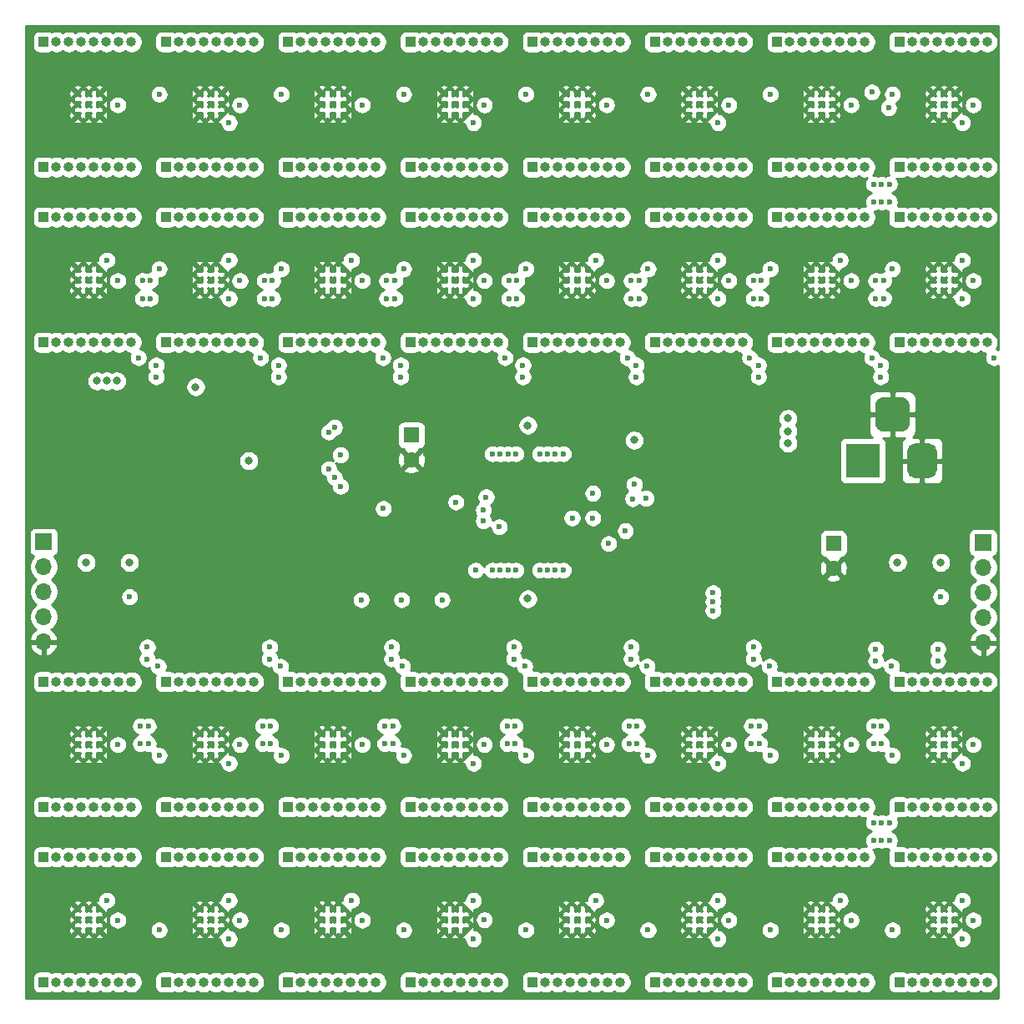
<source format=gbr>
%TF.GenerationSoftware,KiCad,Pcbnew,(5.1.9)-1*%
%TF.CreationDate,2021-03-14T22:35:40+07:00*%
%TF.ProjectId,super_expander,73757065-725f-4657-9870-616e6465722e,1*%
%TF.SameCoordinates,Original*%
%TF.FileFunction,Copper,L2,Inr*%
%TF.FilePolarity,Positive*%
%FSLAX46Y46*%
G04 Gerber Fmt 4.6, Leading zero omitted, Abs format (unit mm)*
G04 Created by KiCad (PCBNEW (5.1.9)-1) date 2021-03-14 22:35:40*
%MOMM*%
%LPD*%
G01*
G04 APERTURE LIST*
%TA.AperFunction,ComponentPad*%
%ADD10C,1.600000*%
%TD*%
%TA.AperFunction,ComponentPad*%
%ADD11R,1.600000X1.600000*%
%TD*%
%TA.AperFunction,ComponentPad*%
%ADD12R,3.500000X3.500000*%
%TD*%
%TA.AperFunction,ComponentPad*%
%ADD13O,1.700000X1.700000*%
%TD*%
%TA.AperFunction,ComponentPad*%
%ADD14R,1.700000X1.700000*%
%TD*%
%TA.AperFunction,ComponentPad*%
%ADD15C,0.500000*%
%TD*%
%TA.AperFunction,ComponentPad*%
%ADD16O,1.000000X1.000000*%
%TD*%
%TA.AperFunction,ComponentPad*%
%ADD17R,1.000000X1.000000*%
%TD*%
%TA.AperFunction,ViaPad*%
%ADD18C,0.800000*%
%TD*%
%TA.AperFunction,ViaPad*%
%ADD19C,0.600000*%
%TD*%
%TA.AperFunction,Conductor*%
%ADD20C,0.254000*%
%TD*%
%TA.AperFunction,Conductor*%
%ADD21C,0.100000*%
%TD*%
G04 APERTURE END LIST*
D10*
%TO.N,GND*%
%TO.C,C42*%
X89800000Y-69700000D03*
D11*
%TO.N,+5V*%
X89800000Y-67200000D03*
%TD*%
D10*
%TO.N,GND*%
%TO.C,C41*%
X132600000Y-80700000D03*
D11*
%TO.N,+5V*%
X132600000Y-78200000D03*
%TD*%
%TO.N,GND*%
%TO.C,J68*%
%TA.AperFunction,ComponentPad*%
G36*
G01*
X140350000Y-64225000D02*
X140350000Y-65975000D01*
G75*
G02*
X139475000Y-66850000I-875000J0D01*
G01*
X137725000Y-66850000D01*
G75*
G02*
X136850000Y-65975000I0J875000D01*
G01*
X136850000Y-64225000D01*
G75*
G02*
X137725000Y-63350000I875000J0D01*
G01*
X139475000Y-63350000D01*
G75*
G02*
X140350000Y-64225000I0J-875000D01*
G01*
G37*
%TD.AperFunction*%
%TA.AperFunction,ComponentPad*%
G36*
G01*
X143100000Y-68800000D02*
X143100000Y-70800000D01*
G75*
G02*
X142350000Y-71550000I-750000J0D01*
G01*
X140850000Y-71550000D01*
G75*
G02*
X140100000Y-70800000I0J750000D01*
G01*
X140100000Y-68800000D01*
G75*
G02*
X140850000Y-68050000I750000J0D01*
G01*
X142350000Y-68050000D01*
G75*
G02*
X143100000Y-68800000I0J-750000D01*
G01*
G37*
%TD.AperFunction*%
D12*
%TO.N,Net-(J68-Pad1)*%
X135600000Y-69800000D03*
%TD*%
D13*
%TO.N,GND*%
%TO.C,J67*%
X147800000Y-88260000D03*
%TO.N,~RST*%
X147800000Y-85720000D03*
%TO.N,Net-(J67-Pad3)*%
X147800000Y-83180000D03*
%TO.N,Net-(J67-Pad2)*%
X147800000Y-80640000D03*
D14*
%TO.N,+5V*%
X147800000Y-78100000D03*
%TD*%
D13*
%TO.N,GND*%
%TO.C,J66*%
X52500000Y-88180000D03*
%TO.N,~RST*%
X52500000Y-85640000D03*
%TO.N,Net-(J66-Pad3)*%
X52500000Y-83100000D03*
%TO.N,Net-(J66-Pad2)*%
X52500000Y-80560000D03*
D14*
%TO.N,+5V*%
X52500000Y-78020000D03*
%TD*%
D15*
%TO.N,GND*%
%TO.C,U24*%
X117900000Y-50340000D03*
X117900000Y-51440000D03*
X117900000Y-52540000D03*
X119000000Y-50340000D03*
X119000000Y-51440000D03*
X119000000Y-52540000D03*
X120100000Y-50340000D03*
X120100000Y-51440000D03*
X120100000Y-52540000D03*
%TD*%
D16*
%TO.N,Net-(J20-Pad8)*%
%TO.C,J20*%
X123390000Y-110000000D03*
%TO.N,Net-(J20-Pad7)*%
X122120000Y-110000000D03*
%TO.N,Net-(J20-Pad6)*%
X120850000Y-110000000D03*
%TO.N,Net-(J20-Pad5)*%
X119580000Y-110000000D03*
%TO.N,Net-(J20-Pad4)*%
X118310000Y-110000000D03*
%TO.N,Net-(J20-Pad3)*%
X117040000Y-110000000D03*
%TO.N,Net-(J20-Pad2)*%
X115770000Y-110000000D03*
D17*
%TO.N,Net-(J20-Pad1)*%
X114500000Y-110000000D03*
%TD*%
D15*
%TO.N,GND*%
%TO.C,U16*%
X142700000Y-115250000D03*
X142700000Y-116350000D03*
X142700000Y-117450000D03*
X143800000Y-115250000D03*
X143800000Y-116350000D03*
X143800000Y-117450000D03*
X144900000Y-115250000D03*
X144900000Y-116350000D03*
X144900000Y-117450000D03*
%TD*%
%TO.N,GND*%
%TO.C,U32*%
X68300000Y-50340000D03*
X68300000Y-51440000D03*
X68300000Y-52540000D03*
X69400000Y-50340000D03*
X69400000Y-51440000D03*
X69400000Y-52540000D03*
X70500000Y-50340000D03*
X70500000Y-51440000D03*
X70500000Y-52540000D03*
%TD*%
%TO.N,GND*%
%TO.C,U31*%
X68300000Y-32510000D03*
X68300000Y-33610000D03*
X68300000Y-34710000D03*
X69400000Y-32510000D03*
X69400000Y-33610000D03*
X69400000Y-34710000D03*
X70500000Y-32510000D03*
X70500000Y-33610000D03*
X70500000Y-34710000D03*
%TD*%
%TO.N,GND*%
%TO.C,U30*%
X55900000Y-50340000D03*
X55900000Y-51440000D03*
X55900000Y-52540000D03*
X57000000Y-50340000D03*
X57000000Y-51440000D03*
X57000000Y-52540000D03*
X58100000Y-50340000D03*
X58100000Y-51440000D03*
X58100000Y-52540000D03*
%TD*%
%TO.N,GND*%
%TO.C,U29*%
X55900000Y-32510000D03*
X55900000Y-33610000D03*
X55900000Y-34710000D03*
X57000000Y-32510000D03*
X57000000Y-33610000D03*
X57000000Y-34710000D03*
X58100000Y-32510000D03*
X58100000Y-33610000D03*
X58100000Y-34710000D03*
%TD*%
%TO.N,GND*%
%TO.C,U28*%
X93100000Y-50340000D03*
X93100000Y-51440000D03*
X93100000Y-52540000D03*
X94200000Y-50340000D03*
X94200000Y-51440000D03*
X94200000Y-52540000D03*
X95300000Y-50340000D03*
X95300000Y-51440000D03*
X95300000Y-52540000D03*
%TD*%
%TO.N,GND*%
%TO.C,U27*%
X93100000Y-32510000D03*
X93100000Y-33610000D03*
X93100000Y-34710000D03*
X94200000Y-32510000D03*
X94200000Y-33610000D03*
X94200000Y-34710000D03*
X95300000Y-32510000D03*
X95300000Y-33610000D03*
X95300000Y-34710000D03*
%TD*%
%TO.N,GND*%
%TO.C,U26*%
X80700000Y-50340000D03*
X80700000Y-51440000D03*
X80700000Y-52540000D03*
X81800000Y-50340000D03*
X81800000Y-51440000D03*
X81800000Y-52540000D03*
X82900000Y-50340000D03*
X82900000Y-51440000D03*
X82900000Y-52540000D03*
%TD*%
%TO.N,GND*%
%TO.C,U25*%
X80700000Y-32510000D03*
X80700000Y-33610000D03*
X80700000Y-34710000D03*
X81800000Y-32510000D03*
X81800000Y-33610000D03*
X81800000Y-34710000D03*
X82900000Y-32510000D03*
X82900000Y-33610000D03*
X82900000Y-34710000D03*
%TD*%
%TO.N,GND*%
%TO.C,U23*%
X117900000Y-32510000D03*
X117900000Y-33610000D03*
X117900000Y-34710000D03*
X119000000Y-32510000D03*
X119000000Y-33610000D03*
X119000000Y-34710000D03*
X120100000Y-32510000D03*
X120100000Y-33610000D03*
X120100000Y-34710000D03*
%TD*%
%TO.N,GND*%
%TO.C,U22*%
X105500000Y-50340000D03*
X105500000Y-51440000D03*
X105500000Y-52540000D03*
X106600000Y-50340000D03*
X106600000Y-51440000D03*
X106600000Y-52540000D03*
X107700000Y-50340000D03*
X107700000Y-51440000D03*
X107700000Y-52540000D03*
%TD*%
%TO.N,GND*%
%TO.C,U21*%
X105500000Y-32510000D03*
X105500000Y-33610000D03*
X105500000Y-34710000D03*
X106600000Y-32510000D03*
X106600000Y-33610000D03*
X106600000Y-34710000D03*
X107700000Y-32510000D03*
X107700000Y-33610000D03*
X107700000Y-34710000D03*
%TD*%
%TO.N,GND*%
%TO.C,U20*%
X142700000Y-50340000D03*
X142700000Y-51440000D03*
X142700000Y-52540000D03*
X143800000Y-50340000D03*
X143800000Y-51440000D03*
X143800000Y-52540000D03*
X144900000Y-50340000D03*
X144900000Y-51440000D03*
X144900000Y-52540000D03*
%TD*%
%TO.N,GND*%
%TO.C,U19*%
X142700000Y-32510000D03*
X142700000Y-33610000D03*
X142700000Y-34710000D03*
X143800000Y-32510000D03*
X143800000Y-33610000D03*
X143800000Y-34710000D03*
X144900000Y-32510000D03*
X144900000Y-33610000D03*
X144900000Y-34710000D03*
%TD*%
%TO.N,GND*%
%TO.C,U18*%
X130300000Y-50340000D03*
X130300000Y-51440000D03*
X130300000Y-52540000D03*
X131400000Y-50340000D03*
X131400000Y-51440000D03*
X131400000Y-52540000D03*
X132500000Y-50340000D03*
X132500000Y-51440000D03*
X132500000Y-52540000D03*
%TD*%
%TO.N,GND*%
%TO.C,U17*%
X130300000Y-32510000D03*
X130300000Y-33610000D03*
X130300000Y-34710000D03*
X131400000Y-32510000D03*
X131400000Y-33610000D03*
X131400000Y-34710000D03*
X132500000Y-32510000D03*
X132500000Y-33610000D03*
X132500000Y-34710000D03*
%TD*%
%TO.N,GND*%
%TO.C,U15*%
X142700000Y-97470000D03*
X142700000Y-98570000D03*
X142700000Y-99670000D03*
X143800000Y-97470000D03*
X143800000Y-98570000D03*
X143800000Y-99670000D03*
X144900000Y-97470000D03*
X144900000Y-98570000D03*
X144900000Y-99670000D03*
%TD*%
%TO.N,GND*%
%TO.C,U14*%
X130300000Y-115250000D03*
X130300000Y-116350000D03*
X130300000Y-117450000D03*
X131400000Y-115250000D03*
X131400000Y-116350000D03*
X131400000Y-117450000D03*
X132500000Y-115250000D03*
X132500000Y-116350000D03*
X132500000Y-117450000D03*
%TD*%
%TO.N,GND*%
%TO.C,U13*%
X130300000Y-97470000D03*
X130300000Y-98570000D03*
X130300000Y-99670000D03*
X131400000Y-97470000D03*
X131400000Y-98570000D03*
X131400000Y-99670000D03*
X132500000Y-97470000D03*
X132500000Y-98570000D03*
X132500000Y-99670000D03*
%TD*%
%TO.N,GND*%
%TO.C,U12*%
X117900000Y-115250000D03*
X117900000Y-116350000D03*
X117900000Y-117450000D03*
X119000000Y-115250000D03*
X119000000Y-116350000D03*
X119000000Y-117450000D03*
X120100000Y-115250000D03*
X120100000Y-116350000D03*
X120100000Y-117450000D03*
%TD*%
%TO.N,GND*%
%TO.C,U11*%
X117900000Y-97470000D03*
X117900000Y-98570000D03*
X117900000Y-99670000D03*
X119000000Y-97470000D03*
X119000000Y-98570000D03*
X119000000Y-99670000D03*
X120100000Y-97470000D03*
X120100000Y-98570000D03*
X120100000Y-99670000D03*
%TD*%
%TO.N,GND*%
%TO.C,U10*%
X105500000Y-115250000D03*
X105500000Y-116350000D03*
X105500000Y-117450000D03*
X106600000Y-115250000D03*
X106600000Y-116350000D03*
X106600000Y-117450000D03*
X107700000Y-115250000D03*
X107700000Y-116350000D03*
X107700000Y-117450000D03*
%TD*%
%TO.N,GND*%
%TO.C,U9*%
X105500000Y-97470000D03*
X105500000Y-98570000D03*
X105500000Y-99670000D03*
X106600000Y-97470000D03*
X106600000Y-98570000D03*
X106600000Y-99670000D03*
X107700000Y-97470000D03*
X107700000Y-98570000D03*
X107700000Y-99670000D03*
%TD*%
%TO.N,GND*%
%TO.C,U8*%
X93100000Y-115250000D03*
X93100000Y-116350000D03*
X93100000Y-117450000D03*
X94200000Y-115250000D03*
X94200000Y-116350000D03*
X94200000Y-117450000D03*
X95300000Y-115250000D03*
X95300000Y-116350000D03*
X95300000Y-117450000D03*
%TD*%
%TO.N,GND*%
%TO.C,U7*%
X93100000Y-97470000D03*
X93100000Y-98570000D03*
X93100000Y-99670000D03*
X94200000Y-97470000D03*
X94200000Y-98570000D03*
X94200000Y-99670000D03*
X95300000Y-97470000D03*
X95300000Y-98570000D03*
X95300000Y-99670000D03*
%TD*%
%TO.N,GND*%
%TO.C,U6*%
X80700000Y-115250000D03*
X80700000Y-116350000D03*
X80700000Y-117450000D03*
X81800000Y-115250000D03*
X81800000Y-116350000D03*
X81800000Y-117450000D03*
X82900000Y-115250000D03*
X82900000Y-116350000D03*
X82900000Y-117450000D03*
%TD*%
%TO.N,GND*%
%TO.C,U5*%
X80700000Y-97470000D03*
X80700000Y-98570000D03*
X80700000Y-99670000D03*
X81800000Y-97470000D03*
X81800000Y-98570000D03*
X81800000Y-99670000D03*
X82900000Y-97470000D03*
X82900000Y-98570000D03*
X82900000Y-99670000D03*
%TD*%
%TO.N,GND*%
%TO.C,U4*%
X68300000Y-115250000D03*
X68300000Y-116350000D03*
X68300000Y-117450000D03*
X69400000Y-115250000D03*
X69400000Y-116350000D03*
X69400000Y-117450000D03*
X70500000Y-115250000D03*
X70500000Y-116350000D03*
X70500000Y-117450000D03*
%TD*%
%TO.N,GND*%
%TO.C,U3*%
X68300000Y-97470000D03*
X68300000Y-98570000D03*
X68300000Y-99670000D03*
X69400000Y-97470000D03*
X69400000Y-98570000D03*
X69400000Y-99670000D03*
X70500000Y-97470000D03*
X70500000Y-98570000D03*
X70500000Y-99670000D03*
%TD*%
%TO.N,GND*%
%TO.C,U2*%
X55900000Y-115250000D03*
X55900000Y-116350000D03*
X55900000Y-117450000D03*
X57000000Y-115250000D03*
X57000000Y-116350000D03*
X57000000Y-117450000D03*
X58100000Y-115250000D03*
X58100000Y-116350000D03*
X58100000Y-117450000D03*
%TD*%
%TO.N,GND*%
%TO.C,U1*%
X58100000Y-99670000D03*
X58100000Y-98570000D03*
X58100000Y-97470000D03*
X57000000Y-99670000D03*
X57000000Y-98570000D03*
X57000000Y-97470000D03*
X55900000Y-99670000D03*
X55900000Y-98570000D03*
X55900000Y-97470000D03*
%TD*%
D16*
%TO.N,Net-(J64-Pad8)*%
%TO.C,J64*%
X73790000Y-57780000D03*
%TO.N,Net-(J64-Pad7)*%
X72520000Y-57780000D03*
%TO.N,Net-(J64-Pad6)*%
X71250000Y-57780000D03*
%TO.N,Net-(J64-Pad5)*%
X69980000Y-57780000D03*
%TO.N,Net-(J64-Pad4)*%
X68710000Y-57780000D03*
%TO.N,Net-(J64-Pad3)*%
X67440000Y-57780000D03*
%TO.N,Net-(J64-Pad2)*%
X66170000Y-57780000D03*
D17*
%TO.N,Net-(J64-Pad1)*%
X64900000Y-57780000D03*
%TD*%
D16*
%TO.N,Net-(J63-Pad8)*%
%TO.C,J63*%
X73790000Y-40000000D03*
%TO.N,Net-(J63-Pad7)*%
X72520000Y-40000000D03*
%TO.N,Net-(J63-Pad6)*%
X71250000Y-40000000D03*
%TO.N,Net-(J63-Pad5)*%
X69980000Y-40000000D03*
%TO.N,Net-(J63-Pad4)*%
X68710000Y-40000000D03*
%TO.N,Net-(J63-Pad3)*%
X67440000Y-40000000D03*
%TO.N,Net-(J63-Pad2)*%
X66170000Y-40000000D03*
D17*
%TO.N,Net-(J63-Pad1)*%
X64900000Y-40000000D03*
%TD*%
D16*
%TO.N,Net-(J62-Pad8)*%
%TO.C,J62*%
X61390000Y-57780000D03*
%TO.N,Net-(J62-Pad7)*%
X60120000Y-57780000D03*
%TO.N,Net-(J62-Pad6)*%
X58850000Y-57780000D03*
%TO.N,Net-(J62-Pad5)*%
X57580000Y-57780000D03*
%TO.N,Net-(J62-Pad4)*%
X56310000Y-57780000D03*
%TO.N,Net-(J62-Pad3)*%
X55040000Y-57780000D03*
%TO.N,Net-(J62-Pad2)*%
X53770000Y-57780000D03*
D17*
%TO.N,Net-(J62-Pad1)*%
X52500000Y-57780000D03*
%TD*%
D16*
%TO.N,Net-(J61-Pad8)*%
%TO.C,J61*%
X61390000Y-40000000D03*
%TO.N,Net-(J61-Pad7)*%
X60120000Y-40000000D03*
%TO.N,Net-(J61-Pad6)*%
X58850000Y-40000000D03*
%TO.N,Net-(J61-Pad5)*%
X57580000Y-40000000D03*
%TO.N,Net-(J61-Pad4)*%
X56310000Y-40000000D03*
%TO.N,Net-(J61-Pad3)*%
X55040000Y-40000000D03*
%TO.N,Net-(J61-Pad2)*%
X53770000Y-40000000D03*
D17*
%TO.N,Net-(J61-Pad1)*%
X52500000Y-40000000D03*
%TD*%
D16*
%TO.N,Net-(J60-Pad8)*%
%TO.C,J60*%
X73790000Y-45080000D03*
%TO.N,Net-(J60-Pad7)*%
X72520000Y-45080000D03*
%TO.N,Net-(J60-Pad6)*%
X71250000Y-45080000D03*
%TO.N,Net-(J60-Pad5)*%
X69980000Y-45080000D03*
%TO.N,Net-(J60-Pad4)*%
X68710000Y-45080000D03*
%TO.N,Net-(J60-Pad3)*%
X67440000Y-45080000D03*
%TO.N,Net-(J60-Pad2)*%
X66170000Y-45080000D03*
D17*
%TO.N,Net-(J60-Pad1)*%
X64900000Y-45080000D03*
%TD*%
D16*
%TO.N,Net-(J59-Pad8)*%
%TO.C,J59*%
X73790000Y-27300000D03*
%TO.N,Net-(J59-Pad7)*%
X72520000Y-27300000D03*
%TO.N,Net-(J59-Pad6)*%
X71250000Y-27300000D03*
%TO.N,Net-(J59-Pad5)*%
X69980000Y-27300000D03*
%TO.N,Net-(J59-Pad4)*%
X68710000Y-27300000D03*
%TO.N,Net-(J59-Pad3)*%
X67440000Y-27300000D03*
%TO.N,Net-(J59-Pad2)*%
X66170000Y-27300000D03*
D17*
%TO.N,Net-(J59-Pad1)*%
X64900000Y-27300000D03*
%TD*%
D16*
%TO.N,Net-(J58-Pad8)*%
%TO.C,J58*%
X61390000Y-45080000D03*
%TO.N,Net-(J58-Pad7)*%
X60120000Y-45080000D03*
%TO.N,Net-(J58-Pad6)*%
X58850000Y-45080000D03*
%TO.N,Net-(J58-Pad5)*%
X57580000Y-45080000D03*
%TO.N,Net-(J58-Pad4)*%
X56310000Y-45080000D03*
%TO.N,Net-(J58-Pad3)*%
X55040000Y-45080000D03*
%TO.N,Net-(J58-Pad2)*%
X53770000Y-45080000D03*
D17*
%TO.N,Net-(J58-Pad1)*%
X52500000Y-45080000D03*
%TD*%
D16*
%TO.N,Net-(J57-Pad8)*%
%TO.C,J57*%
X61390000Y-27300000D03*
%TO.N,Net-(J57-Pad7)*%
X60120000Y-27300000D03*
%TO.N,Net-(J57-Pad6)*%
X58850000Y-27300000D03*
%TO.N,Net-(J57-Pad5)*%
X57580000Y-27300000D03*
%TO.N,Net-(J57-Pad4)*%
X56310000Y-27300000D03*
%TO.N,Net-(J57-Pad3)*%
X55040000Y-27300000D03*
%TO.N,Net-(J57-Pad2)*%
X53770000Y-27300000D03*
D17*
%TO.N,Net-(J57-Pad1)*%
X52500000Y-27300000D03*
%TD*%
D16*
%TO.N,Net-(J56-Pad8)*%
%TO.C,J56*%
X98590000Y-57780000D03*
%TO.N,Net-(J56-Pad7)*%
X97320000Y-57780000D03*
%TO.N,Net-(J56-Pad6)*%
X96050000Y-57780000D03*
%TO.N,Net-(J56-Pad5)*%
X94780000Y-57780000D03*
%TO.N,Net-(J56-Pad4)*%
X93510000Y-57780000D03*
%TO.N,Net-(J56-Pad3)*%
X92240000Y-57780000D03*
%TO.N,Net-(J56-Pad2)*%
X90970000Y-57780000D03*
D17*
%TO.N,Net-(J56-Pad1)*%
X89700000Y-57780000D03*
%TD*%
D16*
%TO.N,Net-(J55-Pad8)*%
%TO.C,J55*%
X98590000Y-40000000D03*
%TO.N,Net-(J55-Pad7)*%
X97320000Y-40000000D03*
%TO.N,Net-(J55-Pad6)*%
X96050000Y-40000000D03*
%TO.N,Net-(J55-Pad5)*%
X94780000Y-40000000D03*
%TO.N,Net-(J55-Pad4)*%
X93510000Y-40000000D03*
%TO.N,Net-(J55-Pad3)*%
X92240000Y-40000000D03*
%TO.N,Net-(J55-Pad2)*%
X90970000Y-40000000D03*
D17*
%TO.N,Net-(J55-Pad1)*%
X89700000Y-40000000D03*
%TD*%
D16*
%TO.N,Net-(J54-Pad8)*%
%TO.C,J54*%
X86190000Y-57780000D03*
%TO.N,Net-(J54-Pad7)*%
X84920000Y-57780000D03*
%TO.N,Net-(J54-Pad6)*%
X83650000Y-57780000D03*
%TO.N,Net-(J54-Pad5)*%
X82380000Y-57780000D03*
%TO.N,Net-(J54-Pad4)*%
X81110000Y-57780000D03*
%TO.N,Net-(J54-Pad3)*%
X79840000Y-57780000D03*
%TO.N,Net-(J54-Pad2)*%
X78570000Y-57780000D03*
D17*
%TO.N,Net-(J54-Pad1)*%
X77300000Y-57780000D03*
%TD*%
D16*
%TO.N,Net-(J53-Pad8)*%
%TO.C,J53*%
X86190000Y-40000000D03*
%TO.N,Net-(J53-Pad7)*%
X84920000Y-40000000D03*
%TO.N,Net-(J53-Pad6)*%
X83650000Y-40000000D03*
%TO.N,Net-(J53-Pad5)*%
X82380000Y-40000000D03*
%TO.N,Net-(J53-Pad4)*%
X81110000Y-40000000D03*
%TO.N,Net-(J53-Pad3)*%
X79840000Y-40000000D03*
%TO.N,Net-(J53-Pad2)*%
X78570000Y-40000000D03*
D17*
%TO.N,Net-(J53-Pad1)*%
X77300000Y-40000000D03*
%TD*%
D16*
%TO.N,Net-(J52-Pad8)*%
%TO.C,J52*%
X98590000Y-45080000D03*
%TO.N,Net-(J52-Pad7)*%
X97320000Y-45080000D03*
%TO.N,Net-(J52-Pad6)*%
X96050000Y-45080000D03*
%TO.N,Net-(J52-Pad5)*%
X94780000Y-45080000D03*
%TO.N,Net-(J52-Pad4)*%
X93510000Y-45080000D03*
%TO.N,Net-(J52-Pad3)*%
X92240000Y-45080000D03*
%TO.N,Net-(J52-Pad2)*%
X90970000Y-45080000D03*
D17*
%TO.N,Net-(J52-Pad1)*%
X89700000Y-45080000D03*
%TD*%
D16*
%TO.N,Net-(J51-Pad8)*%
%TO.C,J51*%
X98590000Y-27300000D03*
%TO.N,Net-(J51-Pad7)*%
X97320000Y-27300000D03*
%TO.N,Net-(J51-Pad6)*%
X96050000Y-27300000D03*
%TO.N,Net-(J51-Pad5)*%
X94780000Y-27300000D03*
%TO.N,Net-(J51-Pad4)*%
X93510000Y-27300000D03*
%TO.N,Net-(J51-Pad3)*%
X92240000Y-27300000D03*
%TO.N,Net-(J51-Pad2)*%
X90970000Y-27300000D03*
D17*
%TO.N,Net-(J51-Pad1)*%
X89700000Y-27300000D03*
%TD*%
D16*
%TO.N,Net-(J50-Pad8)*%
%TO.C,J50*%
X86190000Y-45080000D03*
%TO.N,Net-(J50-Pad7)*%
X84920000Y-45080000D03*
%TO.N,Net-(J50-Pad6)*%
X83650000Y-45080000D03*
%TO.N,Net-(J50-Pad5)*%
X82380000Y-45080000D03*
%TO.N,Net-(J50-Pad4)*%
X81110000Y-45080000D03*
%TO.N,Net-(J50-Pad3)*%
X79840000Y-45080000D03*
%TO.N,Net-(J50-Pad2)*%
X78570000Y-45080000D03*
D17*
%TO.N,Net-(J50-Pad1)*%
X77300000Y-45080000D03*
%TD*%
D16*
%TO.N,Net-(J49-Pad8)*%
%TO.C,J49*%
X86190000Y-27300000D03*
%TO.N,Net-(J49-Pad7)*%
X84920000Y-27300000D03*
%TO.N,Net-(J49-Pad6)*%
X83650000Y-27300000D03*
%TO.N,Net-(J49-Pad5)*%
X82380000Y-27300000D03*
%TO.N,Net-(J49-Pad4)*%
X81110000Y-27300000D03*
%TO.N,Net-(J49-Pad3)*%
X79840000Y-27300000D03*
%TO.N,Net-(J49-Pad2)*%
X78570000Y-27300000D03*
D17*
%TO.N,Net-(J49-Pad1)*%
X77300000Y-27300000D03*
%TD*%
D16*
%TO.N,Net-(J48-Pad8)*%
%TO.C,J48*%
X123390000Y-57780000D03*
%TO.N,Net-(J48-Pad7)*%
X122120000Y-57780000D03*
%TO.N,Net-(J48-Pad6)*%
X120850000Y-57780000D03*
%TO.N,Net-(J48-Pad5)*%
X119580000Y-57780000D03*
%TO.N,Net-(J48-Pad4)*%
X118310000Y-57780000D03*
%TO.N,Net-(J48-Pad3)*%
X117040000Y-57780000D03*
%TO.N,Net-(J48-Pad2)*%
X115770000Y-57780000D03*
D17*
%TO.N,Net-(J48-Pad1)*%
X114500000Y-57780000D03*
%TD*%
D16*
%TO.N,Net-(J47-Pad8)*%
%TO.C,J47*%
X123390000Y-40000000D03*
%TO.N,Net-(J47-Pad7)*%
X122120000Y-40000000D03*
%TO.N,Net-(J47-Pad6)*%
X120850000Y-40000000D03*
%TO.N,Net-(J47-Pad5)*%
X119580000Y-40000000D03*
%TO.N,Net-(J47-Pad4)*%
X118310000Y-40000000D03*
%TO.N,Net-(J47-Pad3)*%
X117040000Y-40000000D03*
%TO.N,Net-(J47-Pad2)*%
X115770000Y-40000000D03*
D17*
%TO.N,Net-(J47-Pad1)*%
X114500000Y-40000000D03*
%TD*%
D16*
%TO.N,Net-(J46-Pad8)*%
%TO.C,J46*%
X110990000Y-57780000D03*
%TO.N,Net-(J46-Pad7)*%
X109720000Y-57780000D03*
%TO.N,Net-(J46-Pad6)*%
X108450000Y-57780000D03*
%TO.N,Net-(J46-Pad5)*%
X107180000Y-57780000D03*
%TO.N,Net-(J46-Pad4)*%
X105910000Y-57780000D03*
%TO.N,Net-(J46-Pad3)*%
X104640000Y-57780000D03*
%TO.N,Net-(J46-Pad2)*%
X103370000Y-57780000D03*
D17*
%TO.N,Net-(J46-Pad1)*%
X102100000Y-57780000D03*
%TD*%
D16*
%TO.N,Net-(J45-Pad8)*%
%TO.C,J45*%
X110990000Y-40000000D03*
%TO.N,Net-(J45-Pad7)*%
X109720000Y-40000000D03*
%TO.N,Net-(J45-Pad6)*%
X108450000Y-40000000D03*
%TO.N,Net-(J45-Pad5)*%
X107180000Y-40000000D03*
%TO.N,Net-(J45-Pad4)*%
X105910000Y-40000000D03*
%TO.N,Net-(J45-Pad3)*%
X104640000Y-40000000D03*
%TO.N,Net-(J45-Pad2)*%
X103370000Y-40000000D03*
D17*
%TO.N,Net-(J45-Pad1)*%
X102100000Y-40000000D03*
%TD*%
D16*
%TO.N,Net-(J44-Pad8)*%
%TO.C,J44*%
X123390000Y-45080000D03*
%TO.N,Net-(J44-Pad7)*%
X122120000Y-45080000D03*
%TO.N,Net-(J44-Pad6)*%
X120850000Y-45080000D03*
%TO.N,Net-(J44-Pad5)*%
X119580000Y-45080000D03*
%TO.N,Net-(J44-Pad4)*%
X118310000Y-45080000D03*
%TO.N,Net-(J44-Pad3)*%
X117040000Y-45080000D03*
%TO.N,Net-(J44-Pad2)*%
X115770000Y-45080000D03*
D17*
%TO.N,Net-(J44-Pad1)*%
X114500000Y-45080000D03*
%TD*%
D16*
%TO.N,Net-(J43-Pad8)*%
%TO.C,J43*%
X123390000Y-27300000D03*
%TO.N,Net-(J43-Pad7)*%
X122120000Y-27300000D03*
%TO.N,Net-(J43-Pad6)*%
X120850000Y-27300000D03*
%TO.N,Net-(J43-Pad5)*%
X119580000Y-27300000D03*
%TO.N,Net-(J43-Pad4)*%
X118310000Y-27300000D03*
%TO.N,Net-(J43-Pad3)*%
X117040000Y-27300000D03*
%TO.N,Net-(J43-Pad2)*%
X115770000Y-27300000D03*
D17*
%TO.N,Net-(J43-Pad1)*%
X114500000Y-27300000D03*
%TD*%
D16*
%TO.N,Net-(J42-Pad8)*%
%TO.C,J42*%
X110990000Y-45080000D03*
%TO.N,Net-(J42-Pad7)*%
X109720000Y-45080000D03*
%TO.N,Net-(J42-Pad6)*%
X108450000Y-45080000D03*
%TO.N,Net-(J42-Pad5)*%
X107180000Y-45080000D03*
%TO.N,Net-(J42-Pad4)*%
X105910000Y-45080000D03*
%TO.N,Net-(J42-Pad3)*%
X104640000Y-45080000D03*
%TO.N,Net-(J42-Pad2)*%
X103370000Y-45080000D03*
D17*
%TO.N,Net-(J42-Pad1)*%
X102100000Y-45080000D03*
%TD*%
D16*
%TO.N,Net-(J41-Pad8)*%
%TO.C,J41*%
X110990000Y-27300000D03*
%TO.N,Net-(J41-Pad7)*%
X109720000Y-27300000D03*
%TO.N,Net-(J41-Pad6)*%
X108450000Y-27300000D03*
%TO.N,Net-(J41-Pad5)*%
X107180000Y-27300000D03*
%TO.N,Net-(J41-Pad4)*%
X105910000Y-27300000D03*
%TO.N,Net-(J41-Pad3)*%
X104640000Y-27300000D03*
%TO.N,Net-(J41-Pad2)*%
X103370000Y-27300000D03*
D17*
%TO.N,Net-(J41-Pad1)*%
X102100000Y-27300000D03*
%TD*%
D16*
%TO.N,Net-(J40-Pad8)*%
%TO.C,J40*%
X148190000Y-57780000D03*
%TO.N,Net-(J40-Pad7)*%
X146920000Y-57780000D03*
%TO.N,Net-(J40-Pad6)*%
X145650000Y-57780000D03*
%TO.N,Net-(J40-Pad5)*%
X144380000Y-57780000D03*
%TO.N,Net-(J40-Pad4)*%
X143110000Y-57780000D03*
%TO.N,Net-(J40-Pad3)*%
X141840000Y-57780000D03*
%TO.N,Net-(J40-Pad2)*%
X140570000Y-57780000D03*
D17*
%TO.N,Net-(J40-Pad1)*%
X139300000Y-57780000D03*
%TD*%
D16*
%TO.N,Net-(J39-Pad8)*%
%TO.C,J39*%
X148190000Y-40000000D03*
%TO.N,Net-(J39-Pad7)*%
X146920000Y-40000000D03*
%TO.N,Net-(J39-Pad6)*%
X145650000Y-40000000D03*
%TO.N,Net-(J39-Pad5)*%
X144380000Y-40000000D03*
%TO.N,Net-(J39-Pad4)*%
X143110000Y-40000000D03*
%TO.N,Net-(J39-Pad3)*%
X141840000Y-40000000D03*
%TO.N,Net-(J39-Pad2)*%
X140570000Y-40000000D03*
D17*
%TO.N,Net-(J39-Pad1)*%
X139300000Y-40000000D03*
%TD*%
D16*
%TO.N,Net-(J38-Pad8)*%
%TO.C,J38*%
X135790000Y-57780000D03*
%TO.N,Net-(J38-Pad7)*%
X134520000Y-57780000D03*
%TO.N,Net-(J38-Pad6)*%
X133250000Y-57780000D03*
%TO.N,Net-(J38-Pad5)*%
X131980000Y-57780000D03*
%TO.N,Net-(J38-Pad4)*%
X130710000Y-57780000D03*
%TO.N,Net-(J38-Pad3)*%
X129440000Y-57780000D03*
%TO.N,Net-(J38-Pad2)*%
X128170000Y-57780000D03*
D17*
%TO.N,Net-(J38-Pad1)*%
X126900000Y-57780000D03*
%TD*%
D16*
%TO.N,Net-(J37-Pad8)*%
%TO.C,J37*%
X135790000Y-40000000D03*
%TO.N,Net-(J37-Pad7)*%
X134520000Y-40000000D03*
%TO.N,Net-(J37-Pad6)*%
X133250000Y-40000000D03*
%TO.N,Net-(J37-Pad5)*%
X131980000Y-40000000D03*
%TO.N,Net-(J37-Pad4)*%
X130710000Y-40000000D03*
%TO.N,Net-(J37-Pad3)*%
X129440000Y-40000000D03*
%TO.N,Net-(J37-Pad2)*%
X128170000Y-40000000D03*
D17*
%TO.N,Net-(J37-Pad1)*%
X126900000Y-40000000D03*
%TD*%
D16*
%TO.N,Net-(J36-Pad8)*%
%TO.C,J36*%
X148190000Y-45080000D03*
%TO.N,Net-(J36-Pad7)*%
X146920000Y-45080000D03*
%TO.N,Net-(J36-Pad6)*%
X145650000Y-45080000D03*
%TO.N,Net-(J36-Pad5)*%
X144380000Y-45080000D03*
%TO.N,Net-(J36-Pad4)*%
X143110000Y-45080000D03*
%TO.N,Net-(J36-Pad3)*%
X141840000Y-45080000D03*
%TO.N,Net-(J36-Pad2)*%
X140570000Y-45080000D03*
D17*
%TO.N,Net-(J36-Pad1)*%
X139300000Y-45080000D03*
%TD*%
D16*
%TO.N,Net-(J35-Pad8)*%
%TO.C,J35*%
X148190000Y-27300000D03*
%TO.N,Net-(J35-Pad7)*%
X146920000Y-27300000D03*
%TO.N,Net-(J35-Pad6)*%
X145650000Y-27300000D03*
%TO.N,Net-(J35-Pad5)*%
X144380000Y-27300000D03*
%TO.N,Net-(J35-Pad4)*%
X143110000Y-27300000D03*
%TO.N,Net-(J35-Pad3)*%
X141840000Y-27300000D03*
%TO.N,Net-(J35-Pad2)*%
X140570000Y-27300000D03*
D17*
%TO.N,Net-(J35-Pad1)*%
X139300000Y-27300000D03*
%TD*%
D16*
%TO.N,Net-(J34-Pad8)*%
%TO.C,J34*%
X135790000Y-45080000D03*
%TO.N,Net-(J34-Pad7)*%
X134520000Y-45080000D03*
%TO.N,Net-(J34-Pad6)*%
X133250000Y-45080000D03*
%TO.N,Net-(J34-Pad5)*%
X131980000Y-45080000D03*
%TO.N,Net-(J34-Pad4)*%
X130710000Y-45080000D03*
%TO.N,Net-(J34-Pad3)*%
X129440000Y-45080000D03*
%TO.N,Net-(J34-Pad2)*%
X128170000Y-45080000D03*
D17*
%TO.N,Net-(J34-Pad1)*%
X126900000Y-45080000D03*
%TD*%
D16*
%TO.N,Net-(J33-Pad8)*%
%TO.C,J33*%
X135790000Y-27300000D03*
%TO.N,Net-(J33-Pad7)*%
X134520000Y-27300000D03*
%TO.N,Net-(J33-Pad6)*%
X133250000Y-27300000D03*
%TO.N,Net-(J33-Pad5)*%
X131980000Y-27300000D03*
%TO.N,Net-(J33-Pad4)*%
X130710000Y-27300000D03*
%TO.N,Net-(J33-Pad3)*%
X129440000Y-27300000D03*
%TO.N,Net-(J33-Pad2)*%
X128170000Y-27300000D03*
D17*
%TO.N,Net-(J33-Pad1)*%
X126900000Y-27300000D03*
%TD*%
D16*
%TO.N,Net-(J32-Pad8)*%
%TO.C,J32*%
X148190000Y-122700000D03*
%TO.N,Net-(J32-Pad7)*%
X146920000Y-122700000D03*
%TO.N,Net-(J32-Pad6)*%
X145650000Y-122700000D03*
%TO.N,Net-(J32-Pad5)*%
X144380000Y-122700000D03*
%TO.N,Net-(J32-Pad4)*%
X143110000Y-122700000D03*
%TO.N,Net-(J32-Pad3)*%
X141840000Y-122700000D03*
%TO.N,Net-(J32-Pad2)*%
X140570000Y-122700000D03*
D17*
%TO.N,Net-(J32-Pad1)*%
X139300000Y-122700000D03*
%TD*%
D16*
%TO.N,Net-(J31-Pad8)*%
%TO.C,J31*%
X148190000Y-104920000D03*
%TO.N,Net-(J31-Pad7)*%
X146920000Y-104920000D03*
%TO.N,Net-(J31-Pad6)*%
X145650000Y-104920000D03*
%TO.N,Net-(J31-Pad5)*%
X144380000Y-104920000D03*
%TO.N,Net-(J31-Pad4)*%
X143110000Y-104920000D03*
%TO.N,Net-(J31-Pad3)*%
X141840000Y-104920000D03*
%TO.N,Net-(J31-Pad2)*%
X140570000Y-104920000D03*
D17*
%TO.N,Net-(J31-Pad1)*%
X139300000Y-104920000D03*
%TD*%
D16*
%TO.N,Net-(J30-Pad8)*%
%TO.C,J30*%
X135790000Y-122700000D03*
%TO.N,Net-(J30-Pad7)*%
X134520000Y-122700000D03*
%TO.N,Net-(J30-Pad6)*%
X133250000Y-122700000D03*
%TO.N,Net-(J30-Pad5)*%
X131980000Y-122700000D03*
%TO.N,Net-(J30-Pad4)*%
X130710000Y-122700000D03*
%TO.N,Net-(J30-Pad3)*%
X129440000Y-122700000D03*
%TO.N,Net-(J30-Pad2)*%
X128170000Y-122700000D03*
D17*
%TO.N,Net-(J30-Pad1)*%
X126900000Y-122700000D03*
%TD*%
D16*
%TO.N,Net-(J29-Pad8)*%
%TO.C,J29*%
X135790000Y-104920000D03*
%TO.N,Net-(J29-Pad7)*%
X134520000Y-104920000D03*
%TO.N,Net-(J29-Pad6)*%
X133250000Y-104920000D03*
%TO.N,Net-(J29-Pad5)*%
X131980000Y-104920000D03*
%TO.N,Net-(J29-Pad4)*%
X130710000Y-104920000D03*
%TO.N,Net-(J29-Pad3)*%
X129440000Y-104920000D03*
%TO.N,Net-(J29-Pad2)*%
X128170000Y-104920000D03*
D17*
%TO.N,Net-(J29-Pad1)*%
X126900000Y-104920000D03*
%TD*%
D16*
%TO.N,Net-(J28-Pad8)*%
%TO.C,J28*%
X148190000Y-110000000D03*
%TO.N,Net-(J28-Pad7)*%
X146920000Y-110000000D03*
%TO.N,Net-(J28-Pad6)*%
X145650000Y-110000000D03*
%TO.N,Net-(J28-Pad5)*%
X144380000Y-110000000D03*
%TO.N,Net-(J28-Pad4)*%
X143110000Y-110000000D03*
%TO.N,Net-(J28-Pad3)*%
X141840000Y-110000000D03*
%TO.N,Net-(J28-Pad2)*%
X140570000Y-110000000D03*
D17*
%TO.N,Net-(J28-Pad1)*%
X139300000Y-110000000D03*
%TD*%
D16*
%TO.N,Net-(J27-Pad8)*%
%TO.C,J27*%
X148190000Y-92220000D03*
%TO.N,Net-(J27-Pad7)*%
X146920000Y-92220000D03*
%TO.N,Net-(J27-Pad6)*%
X145650000Y-92220000D03*
%TO.N,Net-(J27-Pad5)*%
X144380000Y-92220000D03*
%TO.N,Net-(J27-Pad4)*%
X143110000Y-92220000D03*
%TO.N,Net-(J27-Pad3)*%
X141840000Y-92220000D03*
%TO.N,Net-(J27-Pad2)*%
X140570000Y-92220000D03*
D17*
%TO.N,Net-(J27-Pad1)*%
X139300000Y-92220000D03*
%TD*%
D16*
%TO.N,Net-(J26-Pad8)*%
%TO.C,J26*%
X135790000Y-110000000D03*
%TO.N,Net-(J26-Pad7)*%
X134520000Y-110000000D03*
%TO.N,Net-(J26-Pad6)*%
X133250000Y-110000000D03*
%TO.N,Net-(J26-Pad5)*%
X131980000Y-110000000D03*
%TO.N,Net-(J26-Pad4)*%
X130710000Y-110000000D03*
%TO.N,Net-(J26-Pad3)*%
X129440000Y-110000000D03*
%TO.N,Net-(J26-Pad2)*%
X128170000Y-110000000D03*
D17*
%TO.N,Net-(J26-Pad1)*%
X126900000Y-110000000D03*
%TD*%
D16*
%TO.N,Net-(J25-Pad8)*%
%TO.C,J25*%
X135790000Y-92220000D03*
%TO.N,Net-(J25-Pad7)*%
X134520000Y-92220000D03*
%TO.N,Net-(J25-Pad6)*%
X133250000Y-92220000D03*
%TO.N,Net-(J25-Pad5)*%
X131980000Y-92220000D03*
%TO.N,Net-(J25-Pad4)*%
X130710000Y-92220000D03*
%TO.N,Net-(J25-Pad3)*%
X129440000Y-92220000D03*
%TO.N,Net-(J25-Pad2)*%
X128170000Y-92220000D03*
D17*
%TO.N,Net-(J25-Pad1)*%
X126900000Y-92220000D03*
%TD*%
D16*
%TO.N,Net-(J24-Pad8)*%
%TO.C,J24*%
X123390000Y-122700000D03*
%TO.N,Net-(J24-Pad7)*%
X122120000Y-122700000D03*
%TO.N,Net-(J24-Pad6)*%
X120850000Y-122700000D03*
%TO.N,Net-(J24-Pad5)*%
X119580000Y-122700000D03*
%TO.N,Net-(J24-Pad4)*%
X118310000Y-122700000D03*
%TO.N,Net-(J24-Pad3)*%
X117040000Y-122700000D03*
%TO.N,Net-(J24-Pad2)*%
X115770000Y-122700000D03*
D17*
%TO.N,Net-(J24-Pad1)*%
X114500000Y-122700000D03*
%TD*%
D16*
%TO.N,Net-(J23-Pad8)*%
%TO.C,J23*%
X123390000Y-104920000D03*
%TO.N,Net-(J23-Pad7)*%
X122120000Y-104920000D03*
%TO.N,Net-(J23-Pad6)*%
X120850000Y-104920000D03*
%TO.N,Net-(J23-Pad5)*%
X119580000Y-104920000D03*
%TO.N,Net-(J23-Pad4)*%
X118310000Y-104920000D03*
%TO.N,Net-(J23-Pad3)*%
X117040000Y-104920000D03*
%TO.N,Net-(J23-Pad2)*%
X115770000Y-104920000D03*
D17*
%TO.N,Net-(J23-Pad1)*%
X114500000Y-104920000D03*
%TD*%
D16*
%TO.N,Net-(J22-Pad8)*%
%TO.C,J22*%
X110990000Y-122700000D03*
%TO.N,Net-(J22-Pad7)*%
X109720000Y-122700000D03*
%TO.N,Net-(J22-Pad6)*%
X108450000Y-122700000D03*
%TO.N,Net-(J22-Pad5)*%
X107180000Y-122700000D03*
%TO.N,Net-(J22-Pad4)*%
X105910000Y-122700000D03*
%TO.N,Net-(J22-Pad3)*%
X104640000Y-122700000D03*
%TO.N,Net-(J22-Pad2)*%
X103370000Y-122700000D03*
D17*
%TO.N,Net-(J22-Pad1)*%
X102100000Y-122700000D03*
%TD*%
D16*
%TO.N,Net-(J21-Pad8)*%
%TO.C,J21*%
X110990000Y-104920000D03*
%TO.N,Net-(J21-Pad7)*%
X109720000Y-104920000D03*
%TO.N,Net-(J21-Pad6)*%
X108450000Y-104920000D03*
%TO.N,Net-(J21-Pad5)*%
X107180000Y-104920000D03*
%TO.N,Net-(J21-Pad4)*%
X105910000Y-104920000D03*
%TO.N,Net-(J21-Pad3)*%
X104640000Y-104920000D03*
%TO.N,Net-(J21-Pad2)*%
X103370000Y-104920000D03*
D17*
%TO.N,Net-(J21-Pad1)*%
X102100000Y-104920000D03*
%TD*%
D16*
%TO.N,Net-(J19-Pad8)*%
%TO.C,J19*%
X123390000Y-92220000D03*
%TO.N,Net-(J19-Pad7)*%
X122120000Y-92220000D03*
%TO.N,Net-(J19-Pad6)*%
X120850000Y-92220000D03*
%TO.N,Net-(J19-Pad5)*%
X119580000Y-92220000D03*
%TO.N,Net-(J19-Pad4)*%
X118310000Y-92220000D03*
%TO.N,Net-(J19-Pad3)*%
X117040000Y-92220000D03*
%TO.N,Net-(J19-Pad2)*%
X115770000Y-92220000D03*
D17*
%TO.N,Net-(J19-Pad1)*%
X114500000Y-92220000D03*
%TD*%
D16*
%TO.N,Net-(J18-Pad8)*%
%TO.C,J18*%
X110990000Y-110000000D03*
%TO.N,Net-(J18-Pad7)*%
X109720000Y-110000000D03*
%TO.N,Net-(J18-Pad6)*%
X108450000Y-110000000D03*
%TO.N,Net-(J18-Pad5)*%
X107180000Y-110000000D03*
%TO.N,Net-(J18-Pad4)*%
X105910000Y-110000000D03*
%TO.N,Net-(J18-Pad3)*%
X104640000Y-110000000D03*
%TO.N,Net-(J18-Pad2)*%
X103370000Y-110000000D03*
D17*
%TO.N,Net-(J18-Pad1)*%
X102100000Y-110000000D03*
%TD*%
D16*
%TO.N,Net-(J17-Pad8)*%
%TO.C,J17*%
X110990000Y-92220000D03*
%TO.N,Net-(J17-Pad7)*%
X109720000Y-92220000D03*
%TO.N,Net-(J17-Pad6)*%
X108450000Y-92220000D03*
%TO.N,Net-(J17-Pad5)*%
X107180000Y-92220000D03*
%TO.N,Net-(J17-Pad4)*%
X105910000Y-92220000D03*
%TO.N,Net-(J17-Pad3)*%
X104640000Y-92220000D03*
%TO.N,Net-(J17-Pad2)*%
X103370000Y-92220000D03*
D17*
%TO.N,Net-(J17-Pad1)*%
X102100000Y-92220000D03*
%TD*%
D16*
%TO.N,Net-(J16-Pad8)*%
%TO.C,J16*%
X98590000Y-122700000D03*
%TO.N,Net-(J16-Pad7)*%
X97320000Y-122700000D03*
%TO.N,Net-(J16-Pad6)*%
X96050000Y-122700000D03*
%TO.N,Net-(J16-Pad5)*%
X94780000Y-122700000D03*
%TO.N,Net-(J16-Pad4)*%
X93510000Y-122700000D03*
%TO.N,Net-(J16-Pad3)*%
X92240000Y-122700000D03*
%TO.N,Net-(J16-Pad2)*%
X90970000Y-122700000D03*
D17*
%TO.N,Net-(J16-Pad1)*%
X89700000Y-122700000D03*
%TD*%
D16*
%TO.N,Net-(J15-Pad8)*%
%TO.C,J15*%
X98590000Y-104920000D03*
%TO.N,Net-(J15-Pad7)*%
X97320000Y-104920000D03*
%TO.N,Net-(J15-Pad6)*%
X96050000Y-104920000D03*
%TO.N,Net-(J15-Pad5)*%
X94780000Y-104920000D03*
%TO.N,Net-(J15-Pad4)*%
X93510000Y-104920000D03*
%TO.N,Net-(J15-Pad3)*%
X92240000Y-104920000D03*
%TO.N,Net-(J15-Pad2)*%
X90970000Y-104920000D03*
D17*
%TO.N,Net-(J15-Pad1)*%
X89700000Y-104920000D03*
%TD*%
D16*
%TO.N,Net-(J14-Pad8)*%
%TO.C,J14*%
X86190000Y-122700000D03*
%TO.N,Net-(J14-Pad7)*%
X84920000Y-122700000D03*
%TO.N,Net-(J14-Pad6)*%
X83650000Y-122700000D03*
%TO.N,Net-(J14-Pad5)*%
X82380000Y-122700000D03*
%TO.N,Net-(J14-Pad4)*%
X81110000Y-122700000D03*
%TO.N,Net-(J14-Pad3)*%
X79840000Y-122700000D03*
%TO.N,Net-(J14-Pad2)*%
X78570000Y-122700000D03*
D17*
%TO.N,Net-(J14-Pad1)*%
X77300000Y-122700000D03*
%TD*%
D16*
%TO.N,Net-(J13-Pad8)*%
%TO.C,J13*%
X86190000Y-104920000D03*
%TO.N,Net-(J13-Pad7)*%
X84920000Y-104920000D03*
%TO.N,Net-(J13-Pad6)*%
X83650000Y-104920000D03*
%TO.N,Net-(J13-Pad5)*%
X82380000Y-104920000D03*
%TO.N,Net-(J13-Pad4)*%
X81110000Y-104920000D03*
%TO.N,Net-(J13-Pad3)*%
X79840000Y-104920000D03*
%TO.N,Net-(J13-Pad2)*%
X78570000Y-104920000D03*
D17*
%TO.N,Net-(J13-Pad1)*%
X77300000Y-104920000D03*
%TD*%
D16*
%TO.N,Net-(J12-Pad8)*%
%TO.C,J12*%
X98590000Y-110000000D03*
%TO.N,Net-(J12-Pad7)*%
X97320000Y-110000000D03*
%TO.N,Net-(J12-Pad6)*%
X96050000Y-110000000D03*
%TO.N,Net-(J12-Pad5)*%
X94780000Y-110000000D03*
%TO.N,Net-(J12-Pad4)*%
X93510000Y-110000000D03*
%TO.N,Net-(J12-Pad3)*%
X92240000Y-110000000D03*
%TO.N,Net-(J12-Pad2)*%
X90970000Y-110000000D03*
D17*
%TO.N,Net-(J12-Pad1)*%
X89700000Y-110000000D03*
%TD*%
D16*
%TO.N,Net-(J11-Pad8)*%
%TO.C,J11*%
X98590000Y-92220000D03*
%TO.N,Net-(J11-Pad7)*%
X97320000Y-92220000D03*
%TO.N,Net-(J11-Pad6)*%
X96050000Y-92220000D03*
%TO.N,Net-(J11-Pad5)*%
X94780000Y-92220000D03*
%TO.N,Net-(J11-Pad4)*%
X93510000Y-92220000D03*
%TO.N,Net-(J11-Pad3)*%
X92240000Y-92220000D03*
%TO.N,Net-(J11-Pad2)*%
X90970000Y-92220000D03*
D17*
%TO.N,Net-(J11-Pad1)*%
X89700000Y-92220000D03*
%TD*%
D16*
%TO.N,Net-(J10-Pad8)*%
%TO.C,J10*%
X86190000Y-110000000D03*
%TO.N,Net-(J10-Pad7)*%
X84920000Y-110000000D03*
%TO.N,Net-(J10-Pad6)*%
X83650000Y-110000000D03*
%TO.N,Net-(J10-Pad5)*%
X82380000Y-110000000D03*
%TO.N,Net-(J10-Pad4)*%
X81110000Y-110000000D03*
%TO.N,Net-(J10-Pad3)*%
X79840000Y-110000000D03*
%TO.N,Net-(J10-Pad2)*%
X78570000Y-110000000D03*
D17*
%TO.N,Net-(J10-Pad1)*%
X77300000Y-110000000D03*
%TD*%
D16*
%TO.N,Net-(J9-Pad8)*%
%TO.C,J9*%
X86190000Y-92220000D03*
%TO.N,Net-(J9-Pad7)*%
X84920000Y-92220000D03*
%TO.N,Net-(J9-Pad6)*%
X83650000Y-92220000D03*
%TO.N,Net-(J9-Pad5)*%
X82380000Y-92220000D03*
%TO.N,Net-(J9-Pad4)*%
X81110000Y-92220000D03*
%TO.N,Net-(J9-Pad3)*%
X79840000Y-92220000D03*
%TO.N,Net-(J9-Pad2)*%
X78570000Y-92220000D03*
D17*
%TO.N,Net-(J9-Pad1)*%
X77300000Y-92220000D03*
%TD*%
D16*
%TO.N,Net-(J8-Pad8)*%
%TO.C,J8*%
X73790000Y-122700000D03*
%TO.N,Net-(J8-Pad7)*%
X72520000Y-122700000D03*
%TO.N,Net-(J8-Pad6)*%
X71250000Y-122700000D03*
%TO.N,Net-(J8-Pad5)*%
X69980000Y-122700000D03*
%TO.N,Net-(J8-Pad4)*%
X68710000Y-122700000D03*
%TO.N,Net-(J8-Pad3)*%
X67440000Y-122700000D03*
%TO.N,Net-(J8-Pad2)*%
X66170000Y-122700000D03*
D17*
%TO.N,Net-(J8-Pad1)*%
X64900000Y-122700000D03*
%TD*%
D16*
%TO.N,Net-(J7-Pad8)*%
%TO.C,J7*%
X73790000Y-104920000D03*
%TO.N,Net-(J7-Pad7)*%
X72520000Y-104920000D03*
%TO.N,Net-(J7-Pad6)*%
X71250000Y-104920000D03*
%TO.N,Net-(J7-Pad5)*%
X69980000Y-104920000D03*
%TO.N,Net-(J7-Pad4)*%
X68710000Y-104920000D03*
%TO.N,Net-(J7-Pad3)*%
X67440000Y-104920000D03*
%TO.N,Net-(J7-Pad2)*%
X66170000Y-104920000D03*
D17*
%TO.N,Net-(J7-Pad1)*%
X64900000Y-104920000D03*
%TD*%
D16*
%TO.N,Net-(J6-Pad8)*%
%TO.C,J6*%
X61390000Y-122700000D03*
%TO.N,Net-(J6-Pad7)*%
X60120000Y-122700000D03*
%TO.N,Net-(J6-Pad6)*%
X58850000Y-122700000D03*
%TO.N,Net-(J6-Pad5)*%
X57580000Y-122700000D03*
%TO.N,Net-(J6-Pad4)*%
X56310000Y-122700000D03*
%TO.N,Net-(J6-Pad3)*%
X55040000Y-122700000D03*
%TO.N,Net-(J6-Pad2)*%
X53770000Y-122700000D03*
D17*
%TO.N,Net-(J6-Pad1)*%
X52500000Y-122700000D03*
%TD*%
D16*
%TO.N,Net-(J5-Pad8)*%
%TO.C,J5*%
X61390000Y-104920000D03*
%TO.N,Net-(J5-Pad7)*%
X60120000Y-104920000D03*
%TO.N,Net-(J5-Pad6)*%
X58850000Y-104920000D03*
%TO.N,Net-(J5-Pad5)*%
X57580000Y-104920000D03*
%TO.N,Net-(J5-Pad4)*%
X56310000Y-104920000D03*
%TO.N,Net-(J5-Pad3)*%
X55040000Y-104920000D03*
%TO.N,Net-(J5-Pad2)*%
X53770000Y-104920000D03*
D17*
%TO.N,Net-(J5-Pad1)*%
X52500000Y-104920000D03*
%TD*%
D16*
%TO.N,Net-(J4-Pad8)*%
%TO.C,J4*%
X73790000Y-110000000D03*
%TO.N,Net-(J4-Pad7)*%
X72520000Y-110000000D03*
%TO.N,Net-(J4-Pad6)*%
X71250000Y-110000000D03*
%TO.N,Net-(J4-Pad5)*%
X69980000Y-110000000D03*
%TO.N,Net-(J4-Pad4)*%
X68710000Y-110000000D03*
%TO.N,Net-(J4-Pad3)*%
X67440000Y-110000000D03*
%TO.N,Net-(J4-Pad2)*%
X66170000Y-110000000D03*
D17*
%TO.N,Net-(J4-Pad1)*%
X64900000Y-110000000D03*
%TD*%
D16*
%TO.N,Net-(J3-Pad8)*%
%TO.C,J3*%
X73790000Y-92220000D03*
%TO.N,Net-(J3-Pad7)*%
X72520000Y-92220000D03*
%TO.N,Net-(J3-Pad6)*%
X71250000Y-92220000D03*
%TO.N,Net-(J3-Pad5)*%
X69980000Y-92220000D03*
%TO.N,Net-(J3-Pad4)*%
X68710000Y-92220000D03*
%TO.N,Net-(J3-Pad3)*%
X67440000Y-92220000D03*
%TO.N,Net-(J3-Pad2)*%
X66170000Y-92220000D03*
D17*
%TO.N,Net-(J3-Pad1)*%
X64900000Y-92220000D03*
%TD*%
D16*
%TO.N,Net-(J2-Pad8)*%
%TO.C,J2*%
X61390000Y-110000000D03*
%TO.N,Net-(J2-Pad7)*%
X60120000Y-110000000D03*
%TO.N,Net-(J2-Pad6)*%
X58850000Y-110000000D03*
%TO.N,Net-(J2-Pad5)*%
X57580000Y-110000000D03*
%TO.N,Net-(J2-Pad4)*%
X56310000Y-110000000D03*
%TO.N,Net-(J2-Pad3)*%
X55040000Y-110000000D03*
%TO.N,Net-(J2-Pad2)*%
X53770000Y-110000000D03*
D17*
%TO.N,Net-(J2-Pad1)*%
X52500000Y-110000000D03*
%TD*%
D16*
%TO.N,Net-(J1-Pad8)*%
%TO.C,J1*%
X61390000Y-92220000D03*
%TO.N,Net-(J1-Pad7)*%
X60120000Y-92220000D03*
%TO.N,Net-(J1-Pad6)*%
X58850000Y-92220000D03*
%TO.N,Net-(J1-Pad5)*%
X57580000Y-92220000D03*
%TO.N,Net-(J1-Pad4)*%
X56310000Y-92220000D03*
%TO.N,Net-(J1-Pad3)*%
X55040000Y-92220000D03*
%TO.N,Net-(J1-Pad2)*%
X53770000Y-92220000D03*
D17*
%TO.N,Net-(J1-Pad1)*%
X52500000Y-92220000D03*
%TD*%
D18*
%TO.N,GND*%
X58100000Y-69900000D03*
X114200000Y-81400000D03*
X118500000Y-65500000D03*
X118800000Y-73100000D03*
D19*
X129100000Y-73100000D03*
X129100000Y-76900000D03*
X140100000Y-77500000D03*
X142500000Y-77500000D03*
D18*
X139100000Y-83700000D03*
X56800000Y-83700000D03*
D19*
X57900000Y-77500000D03*
X60100000Y-77500000D03*
D18*
X55900000Y-69000000D03*
X63700000Y-64000000D03*
X70700000Y-69800000D03*
D19*
X84700000Y-78500000D03*
X92900000Y-78500000D03*
X88800000Y-78500000D03*
X94700000Y-70400000D03*
X138600000Y-31000000D03*
X138600000Y-48740000D03*
X138600000Y-119000000D03*
X138600000Y-101300000D03*
X64200000Y-101300000D03*
X148100000Y-98600000D03*
X139400000Y-98600000D03*
X135700000Y-98600000D03*
X127000000Y-98600000D03*
X123300000Y-98600000D03*
X114600000Y-98600000D03*
X110900000Y-98600000D03*
X102200000Y-98600000D03*
X98500000Y-98600000D03*
X89800000Y-98600000D03*
X86100000Y-98600000D03*
X77400000Y-98600000D03*
X73700000Y-98600000D03*
X65000000Y-98600000D03*
X148100000Y-116380000D03*
X139400000Y-116380000D03*
X135700000Y-116380000D03*
X127000000Y-116380000D03*
X123300000Y-116380000D03*
X114600000Y-116380000D03*
X110900000Y-116380000D03*
X102200000Y-116380000D03*
X98500000Y-116380000D03*
X89800000Y-116380000D03*
X86100000Y-116380000D03*
X77400000Y-116380000D03*
X73700000Y-116380000D03*
X65000000Y-116380000D03*
X61300000Y-116380000D03*
X52600000Y-116380000D03*
X135700000Y-33640000D03*
X127000000Y-33640000D03*
X148100000Y-33640000D03*
X139400000Y-33640000D03*
X123300000Y-33640000D03*
X114600000Y-33640000D03*
X98500000Y-33640000D03*
X89800000Y-33640000D03*
X110900000Y-33640000D03*
X102200000Y-33640000D03*
X86100000Y-33640000D03*
X77400000Y-33640000D03*
X61300000Y-33640000D03*
X52600000Y-33640000D03*
X73700000Y-33630000D03*
X65000000Y-33630000D03*
X135700000Y-51470000D03*
X127000000Y-51470000D03*
X148100000Y-51470000D03*
X139400000Y-51470000D03*
X110900000Y-51470000D03*
X102200000Y-51470000D03*
X123300000Y-51470000D03*
X114600000Y-51470000D03*
X86100000Y-51470000D03*
X77400000Y-51470000D03*
X98500000Y-51470000D03*
X89800000Y-51470000D03*
X61300000Y-51470000D03*
X52600000Y-51470000D03*
X73700000Y-51470000D03*
X65000000Y-51470000D03*
X52600000Y-98600000D03*
X61300000Y-98600000D03*
X76600000Y-101300000D03*
X89000000Y-101300000D03*
X101400000Y-101300000D03*
X113800000Y-101300000D03*
X126200000Y-101300000D03*
X64200000Y-119000000D03*
X76600000Y-119000000D03*
X89000000Y-119000000D03*
X101400000Y-119000000D03*
X113800000Y-119000000D03*
X126200000Y-119000000D03*
X64200000Y-31000000D03*
X76600000Y-31000000D03*
X89000000Y-31000000D03*
X101400000Y-31000000D03*
X113800000Y-31000000D03*
X126200000Y-31000000D03*
X126200000Y-48740000D03*
X113800000Y-48740000D03*
X101400000Y-48740000D03*
X89000000Y-48740000D03*
X76600000Y-48740000D03*
X64200000Y-48740000D03*
X111100000Y-80800000D03*
D18*
X105000000Y-77900000D03*
X63000000Y-66300000D03*
X62987500Y-71187500D03*
D19*
%TO.N,Net-(JP1-Pad2)*%
X96300000Y-80900000D03*
X98700000Y-76500000D03*
D18*
%TO.N,+5V*%
X59900000Y-61700000D03*
X58900000Y-61700000D03*
X57900000Y-61700000D03*
X128000000Y-65500000D03*
X128000000Y-66800000D03*
X128000000Y-68000000D03*
X112400000Y-67700000D03*
D19*
X143500000Y-83600000D03*
X61200000Y-83600000D03*
D18*
X67900000Y-62300000D03*
X101600000Y-66200000D03*
X101600000Y-83800000D03*
X73300000Y-69800000D03*
D19*
X92900000Y-83900000D03*
X88800000Y-83900000D03*
X84700000Y-83900000D03*
X109800000Y-78200000D03*
X94300000Y-74000000D03*
X145700000Y-114400000D03*
X133300000Y-114400000D03*
X120900000Y-114400000D03*
X108500000Y-114400000D03*
X96100000Y-114400000D03*
X83700000Y-114400000D03*
X71300000Y-114400000D03*
X58900000Y-114400000D03*
X145700000Y-49440000D03*
X133300000Y-49440000D03*
X120900000Y-49440000D03*
X108500000Y-49440000D03*
X96100000Y-49440000D03*
X83700000Y-49440000D03*
X71300000Y-49440000D03*
X58900000Y-49440000D03*
X145700000Y-53340000D03*
X120900000Y-53340000D03*
X96100000Y-53340000D03*
X71300000Y-53340000D03*
X145700000Y-35500000D03*
X120900000Y-35500000D03*
X96100000Y-35500000D03*
X145700000Y-100500000D03*
X120900000Y-100500000D03*
X96100000Y-100500000D03*
X145700000Y-118300000D03*
X120900000Y-118300000D03*
X96100000Y-118300000D03*
X71300000Y-118300000D03*
X138600000Y-32600000D03*
X138600000Y-50340000D03*
X71300000Y-100500000D03*
X138600000Y-117400000D03*
X138600000Y-99700000D03*
X64200000Y-99700000D03*
X76600000Y-99700000D03*
X89000000Y-99700000D03*
X101400000Y-99700000D03*
X113800000Y-99700000D03*
X126200000Y-99700000D03*
X64200000Y-117400000D03*
X76600000Y-117400000D03*
X89000000Y-117400000D03*
X101400000Y-117400000D03*
X113800000Y-117400000D03*
X126200000Y-117400000D03*
X60000000Y-98600000D03*
X64200000Y-32600000D03*
X76600000Y-32600000D03*
X89000000Y-32600000D03*
X101400000Y-32600000D03*
X113800000Y-32600000D03*
X126200000Y-32600000D03*
X126200000Y-50340000D03*
X113800000Y-50340000D03*
X101400000Y-50340000D03*
X89000000Y-50340000D03*
X76600000Y-50340000D03*
X64200000Y-50340000D03*
X60000000Y-51540000D03*
X72400000Y-98600000D03*
X84800000Y-98600000D03*
X97200000Y-98600000D03*
X109600000Y-98600000D03*
X122000000Y-98600000D03*
X134400000Y-98600000D03*
X146800000Y-98600000D03*
X146800000Y-116400000D03*
X134400000Y-116400000D03*
X122000000Y-116400000D03*
X109600000Y-116400000D03*
X97200000Y-116380000D03*
X84800000Y-116400000D03*
X72400000Y-116400000D03*
X60000000Y-116400000D03*
X72400000Y-51540000D03*
X84800000Y-51540000D03*
X97200000Y-51540000D03*
X109600000Y-51540000D03*
X122000000Y-51540000D03*
X134400000Y-51540000D03*
X146800000Y-51540000D03*
X146800000Y-33700000D03*
X134400000Y-33700000D03*
X122000000Y-33700000D03*
X109600000Y-33700000D03*
X97200000Y-33700000D03*
X84800000Y-33700000D03*
X72400000Y-33700000D03*
X60000000Y-33700000D03*
X71300000Y-35500000D03*
D18*
X61200000Y-80100000D03*
X56800000Y-80100000D03*
X139100000Y-80100000D03*
X143500000Y-80100000D03*
D19*
%TO.N,~RST*%
X64100000Y-90660000D03*
X76500000Y-90660000D03*
X88900000Y-90660000D03*
X101300000Y-90660000D03*
X113700000Y-90660000D03*
X126100000Y-90660000D03*
X138500000Y-90660000D03*
X74500000Y-59340000D03*
X86900000Y-59340000D03*
X99300000Y-59340000D03*
X111700000Y-59340000D03*
X124100000Y-59340000D03*
X136500000Y-59340000D03*
X120400000Y-85000000D03*
X136700000Y-41740000D03*
X136700000Y-43540000D03*
X136900000Y-51540000D03*
X136900000Y-53340000D03*
X124500000Y-51540000D03*
X124500000Y-53340000D03*
X112100000Y-51540000D03*
X112100000Y-53340000D03*
X99700000Y-51540000D03*
X99700000Y-53340000D03*
X87300000Y-51540000D03*
X87300000Y-53340000D03*
X74900000Y-51540000D03*
X74900000Y-53340000D03*
X138300000Y-106500000D03*
X138300000Y-108300000D03*
X62500000Y-51540000D03*
X62500000Y-53340000D03*
X97100000Y-75900000D03*
X106100000Y-75600000D03*
X112250000Y-73650000D03*
X62100000Y-59340000D03*
X148900000Y-59340000D03*
X82600000Y-69200000D03*
X82600000Y-72400000D03*
%TO.N,/SDA0*%
X75400000Y-88700000D03*
X75400000Y-89900000D03*
X63000000Y-88700000D03*
X63000000Y-89900000D03*
X98000000Y-80900000D03*
X75500000Y-96700000D03*
X75500000Y-98500000D03*
X63100000Y-98500000D03*
X63100000Y-96700000D03*
%TO.N,/SDA1*%
X100200000Y-89900000D03*
X100200000Y-88700000D03*
X87800000Y-89900000D03*
X87800000Y-88700000D03*
X87900000Y-96700000D03*
X87900000Y-98500000D03*
X99600000Y-80900000D03*
X100300000Y-98500000D03*
X100300000Y-96700000D03*
%TO.N,/SCL0*%
X98800000Y-80900000D03*
X74700000Y-96700000D03*
X74700000Y-98500000D03*
X62300000Y-96700000D03*
X62300000Y-98500000D03*
%TO.N,/SCL1*%
X100400000Y-80900000D03*
X87100000Y-96700000D03*
X87100000Y-98500000D03*
X99500000Y-98500000D03*
X99500000Y-96700000D03*
%TO.N,/SDA2*%
X102800000Y-80900000D03*
X125100000Y-96700000D03*
X125100000Y-98500000D03*
X112700000Y-96700000D03*
X112700000Y-98500000D03*
%TO.N,/SDA3*%
X104400000Y-80900000D03*
X137500000Y-108300000D03*
X137500000Y-106500000D03*
X137500000Y-96700000D03*
X137500000Y-98500000D03*
%TO.N,/SCL2*%
X112100000Y-89900000D03*
X112100000Y-88700000D03*
X124500000Y-89900000D03*
X124500000Y-88700000D03*
X103600000Y-80900000D03*
X124300000Y-96700000D03*
X124300000Y-98500000D03*
X111900000Y-96700000D03*
X111900000Y-98500000D03*
%TO.N,/SCL3*%
X143200000Y-88900000D03*
X136900000Y-88900000D03*
X136900000Y-90100000D03*
X143200000Y-90100000D03*
X105200000Y-80900000D03*
X136700000Y-108300000D03*
X136700000Y-106500000D03*
X136700000Y-96700000D03*
X136700000Y-98500000D03*
%TO.N,/SDA4*%
X137400000Y-60100000D03*
X137400000Y-61300000D03*
X105200000Y-69100000D03*
X137500000Y-43540000D03*
X137500000Y-41740000D03*
X137700000Y-53340000D03*
X137700000Y-51540000D03*
%TO.N,/SDA5*%
X112600000Y-61300000D03*
X125000000Y-61300000D03*
X125000000Y-60100000D03*
X112600000Y-60100000D03*
X103600000Y-69100000D03*
X125300000Y-53340000D03*
X125300000Y-51540000D03*
X112900000Y-53340000D03*
X112900000Y-51540000D03*
%TO.N,/SCL4*%
X104400000Y-69100000D03*
X138300000Y-43540000D03*
X138300000Y-41740000D03*
X136500000Y-32400000D03*
X138200000Y-34000000D03*
%TO.N,/SCL5*%
X102800000Y-69100000D03*
%TO.N,/SDA6*%
X100400000Y-69100000D03*
X100500000Y-53340000D03*
X100500000Y-51540000D03*
X88100000Y-53340000D03*
X88100000Y-51540000D03*
%TO.N,/SDA7*%
X98800000Y-69100000D03*
X75700000Y-53340000D03*
X75700000Y-51540000D03*
X63300000Y-53340000D03*
X63300000Y-51540000D03*
%TO.N,/SCL6*%
X88700000Y-61300000D03*
X101100000Y-61300000D03*
X101100000Y-60100000D03*
X88700000Y-60100000D03*
X99600000Y-69100000D03*
%TO.N,/SCL7*%
X76300000Y-61300000D03*
X76300000Y-60100000D03*
X98000000Y-69100000D03*
X63900000Y-60100000D03*
X63900000Y-61300000D03*
%TO.N,SCL*%
X120400000Y-83200000D03*
X97100000Y-74800000D03*
X108200000Y-75600000D03*
X113600000Y-73600000D03*
X81400000Y-70600000D03*
X81400000Y-66900000D03*
%TO.N,SDA*%
X120400000Y-84100000D03*
X97375000Y-73475000D03*
X108200000Y-73100000D03*
X112400000Y-72200000D03*
X82000000Y-66400000D03*
X82000000Y-71500000D03*
%TO.N,~MRST*%
X111500000Y-76900000D03*
X86950000Y-74650000D03*
%TD*%
D20*
%TO.N,GND*%
X149340000Y-58510217D02*
X149172729Y-58440932D01*
X149120389Y-58430521D01*
X149195824Y-58317624D01*
X149281383Y-58111067D01*
X149325000Y-57891788D01*
X149325000Y-57668212D01*
X149281383Y-57448933D01*
X149195824Y-57242376D01*
X149071612Y-57056480D01*
X148913520Y-56898388D01*
X148727624Y-56774176D01*
X148521067Y-56688617D01*
X148301788Y-56645000D01*
X148078212Y-56645000D01*
X147858933Y-56688617D01*
X147652376Y-56774176D01*
X147555000Y-56839241D01*
X147457624Y-56774176D01*
X147251067Y-56688617D01*
X147031788Y-56645000D01*
X146808212Y-56645000D01*
X146588933Y-56688617D01*
X146382376Y-56774176D01*
X146285000Y-56839241D01*
X146187624Y-56774176D01*
X145981067Y-56688617D01*
X145761788Y-56645000D01*
X145538212Y-56645000D01*
X145318933Y-56688617D01*
X145112376Y-56774176D01*
X145015000Y-56839241D01*
X144917624Y-56774176D01*
X144711067Y-56688617D01*
X144491788Y-56645000D01*
X144268212Y-56645000D01*
X144048933Y-56688617D01*
X143842376Y-56774176D01*
X143745000Y-56839241D01*
X143647624Y-56774176D01*
X143441067Y-56688617D01*
X143221788Y-56645000D01*
X142998212Y-56645000D01*
X142778933Y-56688617D01*
X142572376Y-56774176D01*
X142475000Y-56839241D01*
X142377624Y-56774176D01*
X142171067Y-56688617D01*
X141951788Y-56645000D01*
X141728212Y-56645000D01*
X141508933Y-56688617D01*
X141302376Y-56774176D01*
X141205000Y-56839241D01*
X141107624Y-56774176D01*
X140901067Y-56688617D01*
X140681788Y-56645000D01*
X140458212Y-56645000D01*
X140238933Y-56688617D01*
X140127226Y-56734888D01*
X140044180Y-56690498D01*
X139924482Y-56654188D01*
X139800000Y-56641928D01*
X138800000Y-56641928D01*
X138675518Y-56654188D01*
X138555820Y-56690498D01*
X138445506Y-56749463D01*
X138348815Y-56828815D01*
X138269463Y-56925506D01*
X138210498Y-57035820D01*
X138174188Y-57155518D01*
X138161928Y-57280000D01*
X138161928Y-58280000D01*
X138174188Y-58404482D01*
X138210498Y-58524180D01*
X138269463Y-58634494D01*
X138348815Y-58731185D01*
X138445506Y-58810537D01*
X138555820Y-58869502D01*
X138675518Y-58905812D01*
X138800000Y-58918072D01*
X139800000Y-58918072D01*
X139924482Y-58905812D01*
X140044180Y-58869502D01*
X140127226Y-58825112D01*
X140238933Y-58871383D01*
X140458212Y-58915000D01*
X140681788Y-58915000D01*
X140901067Y-58871383D01*
X141107624Y-58785824D01*
X141205000Y-58720759D01*
X141302376Y-58785824D01*
X141508933Y-58871383D01*
X141728212Y-58915000D01*
X141951788Y-58915000D01*
X142171067Y-58871383D01*
X142377624Y-58785824D01*
X142475000Y-58720759D01*
X142572376Y-58785824D01*
X142778933Y-58871383D01*
X142998212Y-58915000D01*
X143221788Y-58915000D01*
X143441067Y-58871383D01*
X143647624Y-58785824D01*
X143745000Y-58720759D01*
X143842376Y-58785824D01*
X144048933Y-58871383D01*
X144268212Y-58915000D01*
X144491788Y-58915000D01*
X144711067Y-58871383D01*
X144917624Y-58785824D01*
X145015000Y-58720759D01*
X145112376Y-58785824D01*
X145318933Y-58871383D01*
X145538212Y-58915000D01*
X145761788Y-58915000D01*
X145981067Y-58871383D01*
X146187624Y-58785824D01*
X146285000Y-58720759D01*
X146382376Y-58785824D01*
X146588933Y-58871383D01*
X146808212Y-58915000D01*
X147031788Y-58915000D01*
X147251067Y-58871383D01*
X147457624Y-58785824D01*
X147555000Y-58720759D01*
X147652376Y-58785824D01*
X147858933Y-58871383D01*
X148065086Y-58912389D01*
X148000932Y-59067271D01*
X147965000Y-59247911D01*
X147965000Y-59432089D01*
X148000932Y-59612729D01*
X148071414Y-59782889D01*
X148173738Y-59936028D01*
X148303972Y-60066262D01*
X148457111Y-60168586D01*
X148627271Y-60239068D01*
X148807911Y-60275000D01*
X148992089Y-60275000D01*
X149172729Y-60239068D01*
X149340000Y-60169783D01*
X149340001Y-124340000D01*
X50660000Y-124340000D01*
X50660000Y-122200000D01*
X51361928Y-122200000D01*
X51361928Y-123200000D01*
X51374188Y-123324482D01*
X51410498Y-123444180D01*
X51469463Y-123554494D01*
X51548815Y-123651185D01*
X51645506Y-123730537D01*
X51755820Y-123789502D01*
X51875518Y-123825812D01*
X52000000Y-123838072D01*
X53000000Y-123838072D01*
X53124482Y-123825812D01*
X53244180Y-123789502D01*
X53327226Y-123745112D01*
X53438933Y-123791383D01*
X53658212Y-123835000D01*
X53881788Y-123835000D01*
X54101067Y-123791383D01*
X54307624Y-123705824D01*
X54405000Y-123640759D01*
X54502376Y-123705824D01*
X54708933Y-123791383D01*
X54928212Y-123835000D01*
X55151788Y-123835000D01*
X55371067Y-123791383D01*
X55577624Y-123705824D01*
X55675000Y-123640759D01*
X55772376Y-123705824D01*
X55978933Y-123791383D01*
X56198212Y-123835000D01*
X56421788Y-123835000D01*
X56641067Y-123791383D01*
X56847624Y-123705824D01*
X56945000Y-123640759D01*
X57042376Y-123705824D01*
X57248933Y-123791383D01*
X57468212Y-123835000D01*
X57691788Y-123835000D01*
X57911067Y-123791383D01*
X58117624Y-123705824D01*
X58215000Y-123640759D01*
X58312376Y-123705824D01*
X58518933Y-123791383D01*
X58738212Y-123835000D01*
X58961788Y-123835000D01*
X59181067Y-123791383D01*
X59387624Y-123705824D01*
X59485000Y-123640759D01*
X59582376Y-123705824D01*
X59788933Y-123791383D01*
X60008212Y-123835000D01*
X60231788Y-123835000D01*
X60451067Y-123791383D01*
X60657624Y-123705824D01*
X60755000Y-123640759D01*
X60852376Y-123705824D01*
X61058933Y-123791383D01*
X61278212Y-123835000D01*
X61501788Y-123835000D01*
X61721067Y-123791383D01*
X61927624Y-123705824D01*
X62113520Y-123581612D01*
X62271612Y-123423520D01*
X62395824Y-123237624D01*
X62481383Y-123031067D01*
X62525000Y-122811788D01*
X62525000Y-122588212D01*
X62481383Y-122368933D01*
X62411409Y-122200000D01*
X63761928Y-122200000D01*
X63761928Y-123200000D01*
X63774188Y-123324482D01*
X63810498Y-123444180D01*
X63869463Y-123554494D01*
X63948815Y-123651185D01*
X64045506Y-123730537D01*
X64155820Y-123789502D01*
X64275518Y-123825812D01*
X64400000Y-123838072D01*
X65400000Y-123838072D01*
X65524482Y-123825812D01*
X65644180Y-123789502D01*
X65727226Y-123745112D01*
X65838933Y-123791383D01*
X66058212Y-123835000D01*
X66281788Y-123835000D01*
X66501067Y-123791383D01*
X66707624Y-123705824D01*
X66805000Y-123640759D01*
X66902376Y-123705824D01*
X67108933Y-123791383D01*
X67328212Y-123835000D01*
X67551788Y-123835000D01*
X67771067Y-123791383D01*
X67977624Y-123705824D01*
X68075000Y-123640759D01*
X68172376Y-123705824D01*
X68378933Y-123791383D01*
X68598212Y-123835000D01*
X68821788Y-123835000D01*
X69041067Y-123791383D01*
X69247624Y-123705824D01*
X69345000Y-123640759D01*
X69442376Y-123705824D01*
X69648933Y-123791383D01*
X69868212Y-123835000D01*
X70091788Y-123835000D01*
X70311067Y-123791383D01*
X70517624Y-123705824D01*
X70615000Y-123640759D01*
X70712376Y-123705824D01*
X70918933Y-123791383D01*
X71138212Y-123835000D01*
X71361788Y-123835000D01*
X71581067Y-123791383D01*
X71787624Y-123705824D01*
X71885000Y-123640759D01*
X71982376Y-123705824D01*
X72188933Y-123791383D01*
X72408212Y-123835000D01*
X72631788Y-123835000D01*
X72851067Y-123791383D01*
X73057624Y-123705824D01*
X73155000Y-123640759D01*
X73252376Y-123705824D01*
X73458933Y-123791383D01*
X73678212Y-123835000D01*
X73901788Y-123835000D01*
X74121067Y-123791383D01*
X74327624Y-123705824D01*
X74513520Y-123581612D01*
X74671612Y-123423520D01*
X74795824Y-123237624D01*
X74881383Y-123031067D01*
X74925000Y-122811788D01*
X74925000Y-122588212D01*
X74881383Y-122368933D01*
X74811409Y-122200000D01*
X76161928Y-122200000D01*
X76161928Y-123200000D01*
X76174188Y-123324482D01*
X76210498Y-123444180D01*
X76269463Y-123554494D01*
X76348815Y-123651185D01*
X76445506Y-123730537D01*
X76555820Y-123789502D01*
X76675518Y-123825812D01*
X76800000Y-123838072D01*
X77800000Y-123838072D01*
X77924482Y-123825812D01*
X78044180Y-123789502D01*
X78127226Y-123745112D01*
X78238933Y-123791383D01*
X78458212Y-123835000D01*
X78681788Y-123835000D01*
X78901067Y-123791383D01*
X79107624Y-123705824D01*
X79205000Y-123640759D01*
X79302376Y-123705824D01*
X79508933Y-123791383D01*
X79728212Y-123835000D01*
X79951788Y-123835000D01*
X80171067Y-123791383D01*
X80377624Y-123705824D01*
X80475000Y-123640759D01*
X80572376Y-123705824D01*
X80778933Y-123791383D01*
X80998212Y-123835000D01*
X81221788Y-123835000D01*
X81441067Y-123791383D01*
X81647624Y-123705824D01*
X81745000Y-123640759D01*
X81842376Y-123705824D01*
X82048933Y-123791383D01*
X82268212Y-123835000D01*
X82491788Y-123835000D01*
X82711067Y-123791383D01*
X82917624Y-123705824D01*
X83015000Y-123640759D01*
X83112376Y-123705824D01*
X83318933Y-123791383D01*
X83538212Y-123835000D01*
X83761788Y-123835000D01*
X83981067Y-123791383D01*
X84187624Y-123705824D01*
X84285000Y-123640759D01*
X84382376Y-123705824D01*
X84588933Y-123791383D01*
X84808212Y-123835000D01*
X85031788Y-123835000D01*
X85251067Y-123791383D01*
X85457624Y-123705824D01*
X85555000Y-123640759D01*
X85652376Y-123705824D01*
X85858933Y-123791383D01*
X86078212Y-123835000D01*
X86301788Y-123835000D01*
X86521067Y-123791383D01*
X86727624Y-123705824D01*
X86913520Y-123581612D01*
X87071612Y-123423520D01*
X87195824Y-123237624D01*
X87281383Y-123031067D01*
X87325000Y-122811788D01*
X87325000Y-122588212D01*
X87281383Y-122368933D01*
X87211409Y-122200000D01*
X88561928Y-122200000D01*
X88561928Y-123200000D01*
X88574188Y-123324482D01*
X88610498Y-123444180D01*
X88669463Y-123554494D01*
X88748815Y-123651185D01*
X88845506Y-123730537D01*
X88955820Y-123789502D01*
X89075518Y-123825812D01*
X89200000Y-123838072D01*
X90200000Y-123838072D01*
X90324482Y-123825812D01*
X90444180Y-123789502D01*
X90527226Y-123745112D01*
X90638933Y-123791383D01*
X90858212Y-123835000D01*
X91081788Y-123835000D01*
X91301067Y-123791383D01*
X91507624Y-123705824D01*
X91605000Y-123640759D01*
X91702376Y-123705824D01*
X91908933Y-123791383D01*
X92128212Y-123835000D01*
X92351788Y-123835000D01*
X92571067Y-123791383D01*
X92777624Y-123705824D01*
X92875000Y-123640759D01*
X92972376Y-123705824D01*
X93178933Y-123791383D01*
X93398212Y-123835000D01*
X93621788Y-123835000D01*
X93841067Y-123791383D01*
X94047624Y-123705824D01*
X94145000Y-123640759D01*
X94242376Y-123705824D01*
X94448933Y-123791383D01*
X94668212Y-123835000D01*
X94891788Y-123835000D01*
X95111067Y-123791383D01*
X95317624Y-123705824D01*
X95415000Y-123640759D01*
X95512376Y-123705824D01*
X95718933Y-123791383D01*
X95938212Y-123835000D01*
X96161788Y-123835000D01*
X96381067Y-123791383D01*
X96587624Y-123705824D01*
X96685000Y-123640759D01*
X96782376Y-123705824D01*
X96988933Y-123791383D01*
X97208212Y-123835000D01*
X97431788Y-123835000D01*
X97651067Y-123791383D01*
X97857624Y-123705824D01*
X97955000Y-123640759D01*
X98052376Y-123705824D01*
X98258933Y-123791383D01*
X98478212Y-123835000D01*
X98701788Y-123835000D01*
X98921067Y-123791383D01*
X99127624Y-123705824D01*
X99313520Y-123581612D01*
X99471612Y-123423520D01*
X99595824Y-123237624D01*
X99681383Y-123031067D01*
X99725000Y-122811788D01*
X99725000Y-122588212D01*
X99681383Y-122368933D01*
X99611409Y-122200000D01*
X100961928Y-122200000D01*
X100961928Y-123200000D01*
X100974188Y-123324482D01*
X101010498Y-123444180D01*
X101069463Y-123554494D01*
X101148815Y-123651185D01*
X101245506Y-123730537D01*
X101355820Y-123789502D01*
X101475518Y-123825812D01*
X101600000Y-123838072D01*
X102600000Y-123838072D01*
X102724482Y-123825812D01*
X102844180Y-123789502D01*
X102927226Y-123745112D01*
X103038933Y-123791383D01*
X103258212Y-123835000D01*
X103481788Y-123835000D01*
X103701067Y-123791383D01*
X103907624Y-123705824D01*
X104005000Y-123640759D01*
X104102376Y-123705824D01*
X104308933Y-123791383D01*
X104528212Y-123835000D01*
X104751788Y-123835000D01*
X104971067Y-123791383D01*
X105177624Y-123705824D01*
X105275000Y-123640759D01*
X105372376Y-123705824D01*
X105578933Y-123791383D01*
X105798212Y-123835000D01*
X106021788Y-123835000D01*
X106241067Y-123791383D01*
X106447624Y-123705824D01*
X106545000Y-123640759D01*
X106642376Y-123705824D01*
X106848933Y-123791383D01*
X107068212Y-123835000D01*
X107291788Y-123835000D01*
X107511067Y-123791383D01*
X107717624Y-123705824D01*
X107815000Y-123640759D01*
X107912376Y-123705824D01*
X108118933Y-123791383D01*
X108338212Y-123835000D01*
X108561788Y-123835000D01*
X108781067Y-123791383D01*
X108987624Y-123705824D01*
X109085000Y-123640759D01*
X109182376Y-123705824D01*
X109388933Y-123791383D01*
X109608212Y-123835000D01*
X109831788Y-123835000D01*
X110051067Y-123791383D01*
X110257624Y-123705824D01*
X110355000Y-123640759D01*
X110452376Y-123705824D01*
X110658933Y-123791383D01*
X110878212Y-123835000D01*
X111101788Y-123835000D01*
X111321067Y-123791383D01*
X111527624Y-123705824D01*
X111713520Y-123581612D01*
X111871612Y-123423520D01*
X111995824Y-123237624D01*
X112081383Y-123031067D01*
X112125000Y-122811788D01*
X112125000Y-122588212D01*
X112081383Y-122368933D01*
X112011409Y-122200000D01*
X113361928Y-122200000D01*
X113361928Y-123200000D01*
X113374188Y-123324482D01*
X113410498Y-123444180D01*
X113469463Y-123554494D01*
X113548815Y-123651185D01*
X113645506Y-123730537D01*
X113755820Y-123789502D01*
X113875518Y-123825812D01*
X114000000Y-123838072D01*
X115000000Y-123838072D01*
X115124482Y-123825812D01*
X115244180Y-123789502D01*
X115327226Y-123745112D01*
X115438933Y-123791383D01*
X115658212Y-123835000D01*
X115881788Y-123835000D01*
X116101067Y-123791383D01*
X116307624Y-123705824D01*
X116405000Y-123640759D01*
X116502376Y-123705824D01*
X116708933Y-123791383D01*
X116928212Y-123835000D01*
X117151788Y-123835000D01*
X117371067Y-123791383D01*
X117577624Y-123705824D01*
X117675000Y-123640759D01*
X117772376Y-123705824D01*
X117978933Y-123791383D01*
X118198212Y-123835000D01*
X118421788Y-123835000D01*
X118641067Y-123791383D01*
X118847624Y-123705824D01*
X118945000Y-123640759D01*
X119042376Y-123705824D01*
X119248933Y-123791383D01*
X119468212Y-123835000D01*
X119691788Y-123835000D01*
X119911067Y-123791383D01*
X120117624Y-123705824D01*
X120215000Y-123640759D01*
X120312376Y-123705824D01*
X120518933Y-123791383D01*
X120738212Y-123835000D01*
X120961788Y-123835000D01*
X121181067Y-123791383D01*
X121387624Y-123705824D01*
X121485000Y-123640759D01*
X121582376Y-123705824D01*
X121788933Y-123791383D01*
X122008212Y-123835000D01*
X122231788Y-123835000D01*
X122451067Y-123791383D01*
X122657624Y-123705824D01*
X122755000Y-123640759D01*
X122852376Y-123705824D01*
X123058933Y-123791383D01*
X123278212Y-123835000D01*
X123501788Y-123835000D01*
X123721067Y-123791383D01*
X123927624Y-123705824D01*
X124113520Y-123581612D01*
X124271612Y-123423520D01*
X124395824Y-123237624D01*
X124481383Y-123031067D01*
X124525000Y-122811788D01*
X124525000Y-122588212D01*
X124481383Y-122368933D01*
X124411409Y-122200000D01*
X125761928Y-122200000D01*
X125761928Y-123200000D01*
X125774188Y-123324482D01*
X125810498Y-123444180D01*
X125869463Y-123554494D01*
X125948815Y-123651185D01*
X126045506Y-123730537D01*
X126155820Y-123789502D01*
X126275518Y-123825812D01*
X126400000Y-123838072D01*
X127400000Y-123838072D01*
X127524482Y-123825812D01*
X127644180Y-123789502D01*
X127727226Y-123745112D01*
X127838933Y-123791383D01*
X128058212Y-123835000D01*
X128281788Y-123835000D01*
X128501067Y-123791383D01*
X128707624Y-123705824D01*
X128805000Y-123640759D01*
X128902376Y-123705824D01*
X129108933Y-123791383D01*
X129328212Y-123835000D01*
X129551788Y-123835000D01*
X129771067Y-123791383D01*
X129977624Y-123705824D01*
X130075000Y-123640759D01*
X130172376Y-123705824D01*
X130378933Y-123791383D01*
X130598212Y-123835000D01*
X130821788Y-123835000D01*
X131041067Y-123791383D01*
X131247624Y-123705824D01*
X131345000Y-123640759D01*
X131442376Y-123705824D01*
X131648933Y-123791383D01*
X131868212Y-123835000D01*
X132091788Y-123835000D01*
X132311067Y-123791383D01*
X132517624Y-123705824D01*
X132615000Y-123640759D01*
X132712376Y-123705824D01*
X132918933Y-123791383D01*
X133138212Y-123835000D01*
X133361788Y-123835000D01*
X133581067Y-123791383D01*
X133787624Y-123705824D01*
X133885000Y-123640759D01*
X133982376Y-123705824D01*
X134188933Y-123791383D01*
X134408212Y-123835000D01*
X134631788Y-123835000D01*
X134851067Y-123791383D01*
X135057624Y-123705824D01*
X135155000Y-123640759D01*
X135252376Y-123705824D01*
X135458933Y-123791383D01*
X135678212Y-123835000D01*
X135901788Y-123835000D01*
X136121067Y-123791383D01*
X136327624Y-123705824D01*
X136513520Y-123581612D01*
X136671612Y-123423520D01*
X136795824Y-123237624D01*
X136881383Y-123031067D01*
X136925000Y-122811788D01*
X136925000Y-122588212D01*
X136881383Y-122368933D01*
X136811409Y-122200000D01*
X138161928Y-122200000D01*
X138161928Y-123200000D01*
X138174188Y-123324482D01*
X138210498Y-123444180D01*
X138269463Y-123554494D01*
X138348815Y-123651185D01*
X138445506Y-123730537D01*
X138555820Y-123789502D01*
X138675518Y-123825812D01*
X138800000Y-123838072D01*
X139800000Y-123838072D01*
X139924482Y-123825812D01*
X140044180Y-123789502D01*
X140127226Y-123745112D01*
X140238933Y-123791383D01*
X140458212Y-123835000D01*
X140681788Y-123835000D01*
X140901067Y-123791383D01*
X141107624Y-123705824D01*
X141205000Y-123640759D01*
X141302376Y-123705824D01*
X141508933Y-123791383D01*
X141728212Y-123835000D01*
X141951788Y-123835000D01*
X142171067Y-123791383D01*
X142377624Y-123705824D01*
X142475000Y-123640759D01*
X142572376Y-123705824D01*
X142778933Y-123791383D01*
X142998212Y-123835000D01*
X143221788Y-123835000D01*
X143441067Y-123791383D01*
X143647624Y-123705824D01*
X143745000Y-123640759D01*
X143842376Y-123705824D01*
X144048933Y-123791383D01*
X144268212Y-123835000D01*
X144491788Y-123835000D01*
X144711067Y-123791383D01*
X144917624Y-123705824D01*
X145015000Y-123640759D01*
X145112376Y-123705824D01*
X145318933Y-123791383D01*
X145538212Y-123835000D01*
X145761788Y-123835000D01*
X145981067Y-123791383D01*
X146187624Y-123705824D01*
X146285000Y-123640759D01*
X146382376Y-123705824D01*
X146588933Y-123791383D01*
X146808212Y-123835000D01*
X147031788Y-123835000D01*
X147251067Y-123791383D01*
X147457624Y-123705824D01*
X147555000Y-123640759D01*
X147652376Y-123705824D01*
X147858933Y-123791383D01*
X148078212Y-123835000D01*
X148301788Y-123835000D01*
X148521067Y-123791383D01*
X148727624Y-123705824D01*
X148913520Y-123581612D01*
X149071612Y-123423520D01*
X149195824Y-123237624D01*
X149281383Y-123031067D01*
X149325000Y-122811788D01*
X149325000Y-122588212D01*
X149281383Y-122368933D01*
X149195824Y-122162376D01*
X149071612Y-121976480D01*
X148913520Y-121818388D01*
X148727624Y-121694176D01*
X148521067Y-121608617D01*
X148301788Y-121565000D01*
X148078212Y-121565000D01*
X147858933Y-121608617D01*
X147652376Y-121694176D01*
X147555000Y-121759241D01*
X147457624Y-121694176D01*
X147251067Y-121608617D01*
X147031788Y-121565000D01*
X146808212Y-121565000D01*
X146588933Y-121608617D01*
X146382376Y-121694176D01*
X146285000Y-121759241D01*
X146187624Y-121694176D01*
X145981067Y-121608617D01*
X145761788Y-121565000D01*
X145538212Y-121565000D01*
X145318933Y-121608617D01*
X145112376Y-121694176D01*
X145015000Y-121759241D01*
X144917624Y-121694176D01*
X144711067Y-121608617D01*
X144491788Y-121565000D01*
X144268212Y-121565000D01*
X144048933Y-121608617D01*
X143842376Y-121694176D01*
X143745000Y-121759241D01*
X143647624Y-121694176D01*
X143441067Y-121608617D01*
X143221788Y-121565000D01*
X142998212Y-121565000D01*
X142778933Y-121608617D01*
X142572376Y-121694176D01*
X142475000Y-121759241D01*
X142377624Y-121694176D01*
X142171067Y-121608617D01*
X141951788Y-121565000D01*
X141728212Y-121565000D01*
X141508933Y-121608617D01*
X141302376Y-121694176D01*
X141205000Y-121759241D01*
X141107624Y-121694176D01*
X140901067Y-121608617D01*
X140681788Y-121565000D01*
X140458212Y-121565000D01*
X140238933Y-121608617D01*
X140127226Y-121654888D01*
X140044180Y-121610498D01*
X139924482Y-121574188D01*
X139800000Y-121561928D01*
X138800000Y-121561928D01*
X138675518Y-121574188D01*
X138555820Y-121610498D01*
X138445506Y-121669463D01*
X138348815Y-121748815D01*
X138269463Y-121845506D01*
X138210498Y-121955820D01*
X138174188Y-122075518D01*
X138161928Y-122200000D01*
X136811409Y-122200000D01*
X136795824Y-122162376D01*
X136671612Y-121976480D01*
X136513520Y-121818388D01*
X136327624Y-121694176D01*
X136121067Y-121608617D01*
X135901788Y-121565000D01*
X135678212Y-121565000D01*
X135458933Y-121608617D01*
X135252376Y-121694176D01*
X135155000Y-121759241D01*
X135057624Y-121694176D01*
X134851067Y-121608617D01*
X134631788Y-121565000D01*
X134408212Y-121565000D01*
X134188933Y-121608617D01*
X133982376Y-121694176D01*
X133885000Y-121759241D01*
X133787624Y-121694176D01*
X133581067Y-121608617D01*
X133361788Y-121565000D01*
X133138212Y-121565000D01*
X132918933Y-121608617D01*
X132712376Y-121694176D01*
X132615000Y-121759241D01*
X132517624Y-121694176D01*
X132311067Y-121608617D01*
X132091788Y-121565000D01*
X131868212Y-121565000D01*
X131648933Y-121608617D01*
X131442376Y-121694176D01*
X131345000Y-121759241D01*
X131247624Y-121694176D01*
X131041067Y-121608617D01*
X130821788Y-121565000D01*
X130598212Y-121565000D01*
X130378933Y-121608617D01*
X130172376Y-121694176D01*
X130075000Y-121759241D01*
X129977624Y-121694176D01*
X129771067Y-121608617D01*
X129551788Y-121565000D01*
X129328212Y-121565000D01*
X129108933Y-121608617D01*
X128902376Y-121694176D01*
X128805000Y-121759241D01*
X128707624Y-121694176D01*
X128501067Y-121608617D01*
X128281788Y-121565000D01*
X128058212Y-121565000D01*
X127838933Y-121608617D01*
X127727226Y-121654888D01*
X127644180Y-121610498D01*
X127524482Y-121574188D01*
X127400000Y-121561928D01*
X126400000Y-121561928D01*
X126275518Y-121574188D01*
X126155820Y-121610498D01*
X126045506Y-121669463D01*
X125948815Y-121748815D01*
X125869463Y-121845506D01*
X125810498Y-121955820D01*
X125774188Y-122075518D01*
X125761928Y-122200000D01*
X124411409Y-122200000D01*
X124395824Y-122162376D01*
X124271612Y-121976480D01*
X124113520Y-121818388D01*
X123927624Y-121694176D01*
X123721067Y-121608617D01*
X123501788Y-121565000D01*
X123278212Y-121565000D01*
X123058933Y-121608617D01*
X122852376Y-121694176D01*
X122755000Y-121759241D01*
X122657624Y-121694176D01*
X122451067Y-121608617D01*
X122231788Y-121565000D01*
X122008212Y-121565000D01*
X121788933Y-121608617D01*
X121582376Y-121694176D01*
X121485000Y-121759241D01*
X121387624Y-121694176D01*
X121181067Y-121608617D01*
X120961788Y-121565000D01*
X120738212Y-121565000D01*
X120518933Y-121608617D01*
X120312376Y-121694176D01*
X120215000Y-121759241D01*
X120117624Y-121694176D01*
X119911067Y-121608617D01*
X119691788Y-121565000D01*
X119468212Y-121565000D01*
X119248933Y-121608617D01*
X119042376Y-121694176D01*
X118945000Y-121759241D01*
X118847624Y-121694176D01*
X118641067Y-121608617D01*
X118421788Y-121565000D01*
X118198212Y-121565000D01*
X117978933Y-121608617D01*
X117772376Y-121694176D01*
X117675000Y-121759241D01*
X117577624Y-121694176D01*
X117371067Y-121608617D01*
X117151788Y-121565000D01*
X116928212Y-121565000D01*
X116708933Y-121608617D01*
X116502376Y-121694176D01*
X116405000Y-121759241D01*
X116307624Y-121694176D01*
X116101067Y-121608617D01*
X115881788Y-121565000D01*
X115658212Y-121565000D01*
X115438933Y-121608617D01*
X115327226Y-121654888D01*
X115244180Y-121610498D01*
X115124482Y-121574188D01*
X115000000Y-121561928D01*
X114000000Y-121561928D01*
X113875518Y-121574188D01*
X113755820Y-121610498D01*
X113645506Y-121669463D01*
X113548815Y-121748815D01*
X113469463Y-121845506D01*
X113410498Y-121955820D01*
X113374188Y-122075518D01*
X113361928Y-122200000D01*
X112011409Y-122200000D01*
X111995824Y-122162376D01*
X111871612Y-121976480D01*
X111713520Y-121818388D01*
X111527624Y-121694176D01*
X111321067Y-121608617D01*
X111101788Y-121565000D01*
X110878212Y-121565000D01*
X110658933Y-121608617D01*
X110452376Y-121694176D01*
X110355000Y-121759241D01*
X110257624Y-121694176D01*
X110051067Y-121608617D01*
X109831788Y-121565000D01*
X109608212Y-121565000D01*
X109388933Y-121608617D01*
X109182376Y-121694176D01*
X109085000Y-121759241D01*
X108987624Y-121694176D01*
X108781067Y-121608617D01*
X108561788Y-121565000D01*
X108338212Y-121565000D01*
X108118933Y-121608617D01*
X107912376Y-121694176D01*
X107815000Y-121759241D01*
X107717624Y-121694176D01*
X107511067Y-121608617D01*
X107291788Y-121565000D01*
X107068212Y-121565000D01*
X106848933Y-121608617D01*
X106642376Y-121694176D01*
X106545000Y-121759241D01*
X106447624Y-121694176D01*
X106241067Y-121608617D01*
X106021788Y-121565000D01*
X105798212Y-121565000D01*
X105578933Y-121608617D01*
X105372376Y-121694176D01*
X105275000Y-121759241D01*
X105177624Y-121694176D01*
X104971067Y-121608617D01*
X104751788Y-121565000D01*
X104528212Y-121565000D01*
X104308933Y-121608617D01*
X104102376Y-121694176D01*
X104005000Y-121759241D01*
X103907624Y-121694176D01*
X103701067Y-121608617D01*
X103481788Y-121565000D01*
X103258212Y-121565000D01*
X103038933Y-121608617D01*
X102927226Y-121654888D01*
X102844180Y-121610498D01*
X102724482Y-121574188D01*
X102600000Y-121561928D01*
X101600000Y-121561928D01*
X101475518Y-121574188D01*
X101355820Y-121610498D01*
X101245506Y-121669463D01*
X101148815Y-121748815D01*
X101069463Y-121845506D01*
X101010498Y-121955820D01*
X100974188Y-122075518D01*
X100961928Y-122200000D01*
X99611409Y-122200000D01*
X99595824Y-122162376D01*
X99471612Y-121976480D01*
X99313520Y-121818388D01*
X99127624Y-121694176D01*
X98921067Y-121608617D01*
X98701788Y-121565000D01*
X98478212Y-121565000D01*
X98258933Y-121608617D01*
X98052376Y-121694176D01*
X97955000Y-121759241D01*
X97857624Y-121694176D01*
X97651067Y-121608617D01*
X97431788Y-121565000D01*
X97208212Y-121565000D01*
X96988933Y-121608617D01*
X96782376Y-121694176D01*
X96685000Y-121759241D01*
X96587624Y-121694176D01*
X96381067Y-121608617D01*
X96161788Y-121565000D01*
X95938212Y-121565000D01*
X95718933Y-121608617D01*
X95512376Y-121694176D01*
X95415000Y-121759241D01*
X95317624Y-121694176D01*
X95111067Y-121608617D01*
X94891788Y-121565000D01*
X94668212Y-121565000D01*
X94448933Y-121608617D01*
X94242376Y-121694176D01*
X94145000Y-121759241D01*
X94047624Y-121694176D01*
X93841067Y-121608617D01*
X93621788Y-121565000D01*
X93398212Y-121565000D01*
X93178933Y-121608617D01*
X92972376Y-121694176D01*
X92875000Y-121759241D01*
X92777624Y-121694176D01*
X92571067Y-121608617D01*
X92351788Y-121565000D01*
X92128212Y-121565000D01*
X91908933Y-121608617D01*
X91702376Y-121694176D01*
X91605000Y-121759241D01*
X91507624Y-121694176D01*
X91301067Y-121608617D01*
X91081788Y-121565000D01*
X90858212Y-121565000D01*
X90638933Y-121608617D01*
X90527226Y-121654888D01*
X90444180Y-121610498D01*
X90324482Y-121574188D01*
X90200000Y-121561928D01*
X89200000Y-121561928D01*
X89075518Y-121574188D01*
X88955820Y-121610498D01*
X88845506Y-121669463D01*
X88748815Y-121748815D01*
X88669463Y-121845506D01*
X88610498Y-121955820D01*
X88574188Y-122075518D01*
X88561928Y-122200000D01*
X87211409Y-122200000D01*
X87195824Y-122162376D01*
X87071612Y-121976480D01*
X86913520Y-121818388D01*
X86727624Y-121694176D01*
X86521067Y-121608617D01*
X86301788Y-121565000D01*
X86078212Y-121565000D01*
X85858933Y-121608617D01*
X85652376Y-121694176D01*
X85555000Y-121759241D01*
X85457624Y-121694176D01*
X85251067Y-121608617D01*
X85031788Y-121565000D01*
X84808212Y-121565000D01*
X84588933Y-121608617D01*
X84382376Y-121694176D01*
X84285000Y-121759241D01*
X84187624Y-121694176D01*
X83981067Y-121608617D01*
X83761788Y-121565000D01*
X83538212Y-121565000D01*
X83318933Y-121608617D01*
X83112376Y-121694176D01*
X83015000Y-121759241D01*
X82917624Y-121694176D01*
X82711067Y-121608617D01*
X82491788Y-121565000D01*
X82268212Y-121565000D01*
X82048933Y-121608617D01*
X81842376Y-121694176D01*
X81745000Y-121759241D01*
X81647624Y-121694176D01*
X81441067Y-121608617D01*
X81221788Y-121565000D01*
X80998212Y-121565000D01*
X80778933Y-121608617D01*
X80572376Y-121694176D01*
X80475000Y-121759241D01*
X80377624Y-121694176D01*
X80171067Y-121608617D01*
X79951788Y-121565000D01*
X79728212Y-121565000D01*
X79508933Y-121608617D01*
X79302376Y-121694176D01*
X79205000Y-121759241D01*
X79107624Y-121694176D01*
X78901067Y-121608617D01*
X78681788Y-121565000D01*
X78458212Y-121565000D01*
X78238933Y-121608617D01*
X78127226Y-121654888D01*
X78044180Y-121610498D01*
X77924482Y-121574188D01*
X77800000Y-121561928D01*
X76800000Y-121561928D01*
X76675518Y-121574188D01*
X76555820Y-121610498D01*
X76445506Y-121669463D01*
X76348815Y-121748815D01*
X76269463Y-121845506D01*
X76210498Y-121955820D01*
X76174188Y-122075518D01*
X76161928Y-122200000D01*
X74811409Y-122200000D01*
X74795824Y-122162376D01*
X74671612Y-121976480D01*
X74513520Y-121818388D01*
X74327624Y-121694176D01*
X74121067Y-121608617D01*
X73901788Y-121565000D01*
X73678212Y-121565000D01*
X73458933Y-121608617D01*
X73252376Y-121694176D01*
X73155000Y-121759241D01*
X73057624Y-121694176D01*
X72851067Y-121608617D01*
X72631788Y-121565000D01*
X72408212Y-121565000D01*
X72188933Y-121608617D01*
X71982376Y-121694176D01*
X71885000Y-121759241D01*
X71787624Y-121694176D01*
X71581067Y-121608617D01*
X71361788Y-121565000D01*
X71138212Y-121565000D01*
X70918933Y-121608617D01*
X70712376Y-121694176D01*
X70615000Y-121759241D01*
X70517624Y-121694176D01*
X70311067Y-121608617D01*
X70091788Y-121565000D01*
X69868212Y-121565000D01*
X69648933Y-121608617D01*
X69442376Y-121694176D01*
X69345000Y-121759241D01*
X69247624Y-121694176D01*
X69041067Y-121608617D01*
X68821788Y-121565000D01*
X68598212Y-121565000D01*
X68378933Y-121608617D01*
X68172376Y-121694176D01*
X68075000Y-121759241D01*
X67977624Y-121694176D01*
X67771067Y-121608617D01*
X67551788Y-121565000D01*
X67328212Y-121565000D01*
X67108933Y-121608617D01*
X66902376Y-121694176D01*
X66805000Y-121759241D01*
X66707624Y-121694176D01*
X66501067Y-121608617D01*
X66281788Y-121565000D01*
X66058212Y-121565000D01*
X65838933Y-121608617D01*
X65727226Y-121654888D01*
X65644180Y-121610498D01*
X65524482Y-121574188D01*
X65400000Y-121561928D01*
X64400000Y-121561928D01*
X64275518Y-121574188D01*
X64155820Y-121610498D01*
X64045506Y-121669463D01*
X63948815Y-121748815D01*
X63869463Y-121845506D01*
X63810498Y-121955820D01*
X63774188Y-122075518D01*
X63761928Y-122200000D01*
X62411409Y-122200000D01*
X62395824Y-122162376D01*
X62271612Y-121976480D01*
X62113520Y-121818388D01*
X61927624Y-121694176D01*
X61721067Y-121608617D01*
X61501788Y-121565000D01*
X61278212Y-121565000D01*
X61058933Y-121608617D01*
X60852376Y-121694176D01*
X60755000Y-121759241D01*
X60657624Y-121694176D01*
X60451067Y-121608617D01*
X60231788Y-121565000D01*
X60008212Y-121565000D01*
X59788933Y-121608617D01*
X59582376Y-121694176D01*
X59485000Y-121759241D01*
X59387624Y-121694176D01*
X59181067Y-121608617D01*
X58961788Y-121565000D01*
X58738212Y-121565000D01*
X58518933Y-121608617D01*
X58312376Y-121694176D01*
X58215000Y-121759241D01*
X58117624Y-121694176D01*
X57911067Y-121608617D01*
X57691788Y-121565000D01*
X57468212Y-121565000D01*
X57248933Y-121608617D01*
X57042376Y-121694176D01*
X56945000Y-121759241D01*
X56847624Y-121694176D01*
X56641067Y-121608617D01*
X56421788Y-121565000D01*
X56198212Y-121565000D01*
X55978933Y-121608617D01*
X55772376Y-121694176D01*
X55675000Y-121759241D01*
X55577624Y-121694176D01*
X55371067Y-121608617D01*
X55151788Y-121565000D01*
X54928212Y-121565000D01*
X54708933Y-121608617D01*
X54502376Y-121694176D01*
X54405000Y-121759241D01*
X54307624Y-121694176D01*
X54101067Y-121608617D01*
X53881788Y-121565000D01*
X53658212Y-121565000D01*
X53438933Y-121608617D01*
X53327226Y-121654888D01*
X53244180Y-121610498D01*
X53124482Y-121574188D01*
X53000000Y-121561928D01*
X52000000Y-121561928D01*
X51875518Y-121574188D01*
X51755820Y-121610498D01*
X51645506Y-121669463D01*
X51548815Y-121748815D01*
X51469463Y-121845506D01*
X51410498Y-121955820D01*
X51374188Y-122075518D01*
X51361928Y-122200000D01*
X50660000Y-122200000D01*
X50660000Y-118046164D01*
X55477784Y-118046164D01*
X55481826Y-118234827D01*
X55642974Y-118301328D01*
X55813998Y-118335113D01*
X55988328Y-118334884D01*
X56159264Y-118300649D01*
X56318174Y-118234827D01*
X56322216Y-118046164D01*
X56577784Y-118046164D01*
X56581826Y-118234827D01*
X56742974Y-118301328D01*
X56913998Y-118335113D01*
X57088328Y-118334884D01*
X57259264Y-118300649D01*
X57418174Y-118234827D01*
X57422216Y-118046164D01*
X57677784Y-118046164D01*
X57681826Y-118234827D01*
X57842974Y-118301328D01*
X58013998Y-118335113D01*
X58188328Y-118334884D01*
X58359264Y-118300649D01*
X58518174Y-118234827D01*
X58522216Y-118046164D01*
X58100000Y-117623948D01*
X57677784Y-118046164D01*
X57422216Y-118046164D01*
X57000000Y-117623948D01*
X56577784Y-118046164D01*
X56322216Y-118046164D01*
X55900000Y-117623948D01*
X55477784Y-118046164D01*
X50660000Y-118046164D01*
X50660000Y-117363998D01*
X55014887Y-117363998D01*
X55015116Y-117538328D01*
X55049351Y-117709264D01*
X55115173Y-117868174D01*
X55303836Y-117872216D01*
X55726052Y-117450000D01*
X55303836Y-117027784D01*
X55115173Y-117031826D01*
X55048672Y-117192974D01*
X55014887Y-117363998D01*
X50660000Y-117363998D01*
X50660000Y-116263998D01*
X55014887Y-116263998D01*
X55015116Y-116438328D01*
X55049351Y-116609264D01*
X55115173Y-116768174D01*
X55303836Y-116772216D01*
X55726052Y-116350000D01*
X55303836Y-115927784D01*
X55115173Y-115931826D01*
X55048672Y-116092974D01*
X55014887Y-116263998D01*
X50660000Y-116263998D01*
X50660000Y-115753836D01*
X55477784Y-115753836D01*
X55523948Y-115800000D01*
X55477784Y-115846164D01*
X55481826Y-116034827D01*
X55642974Y-116101328D01*
X55813998Y-116135113D01*
X55859002Y-116135054D01*
X55900000Y-116176052D01*
X55941106Y-116134946D01*
X55988328Y-116134884D01*
X56146657Y-116103174D01*
X56114887Y-116263998D01*
X56114946Y-116309002D01*
X56073948Y-116350000D01*
X56115054Y-116391106D01*
X56115116Y-116438328D01*
X56146826Y-116596657D01*
X55986002Y-116564887D01*
X55940998Y-116564946D01*
X55900000Y-116523948D01*
X55858894Y-116565054D01*
X55811672Y-116565116D01*
X55640736Y-116599351D01*
X55481826Y-116665173D01*
X55477784Y-116853836D01*
X55523948Y-116900000D01*
X55477784Y-116946164D01*
X55481826Y-117134827D01*
X55642974Y-117201328D01*
X55813998Y-117235113D01*
X55859002Y-117235054D01*
X55900000Y-117276052D01*
X55941106Y-117234946D01*
X55988328Y-117234884D01*
X56146657Y-117203174D01*
X56114887Y-117363998D01*
X56114946Y-117409002D01*
X56073948Y-117450000D01*
X56115054Y-117491106D01*
X56115116Y-117538328D01*
X56149351Y-117709264D01*
X56215173Y-117868174D01*
X56403836Y-117872216D01*
X56450000Y-117826052D01*
X56496164Y-117872216D01*
X56684827Y-117868174D01*
X56751328Y-117707026D01*
X56785113Y-117536002D01*
X56785054Y-117490998D01*
X56826052Y-117450000D01*
X56784946Y-117408894D01*
X56784884Y-117361672D01*
X56753174Y-117203343D01*
X56913998Y-117235113D01*
X56959002Y-117235054D01*
X57000000Y-117276052D01*
X57041106Y-117234946D01*
X57088328Y-117234884D01*
X57246657Y-117203174D01*
X57214887Y-117363998D01*
X57214946Y-117409002D01*
X57173948Y-117450000D01*
X57215054Y-117491106D01*
X57215116Y-117538328D01*
X57249351Y-117709264D01*
X57315173Y-117868174D01*
X57503836Y-117872216D01*
X57550000Y-117826052D01*
X57596164Y-117872216D01*
X57784827Y-117868174D01*
X57851328Y-117707026D01*
X57885113Y-117536002D01*
X57885054Y-117490998D01*
X57926052Y-117450000D01*
X58273948Y-117450000D01*
X58696164Y-117872216D01*
X58884827Y-117868174D01*
X58951328Y-117707026D01*
X58985113Y-117536002D01*
X58984884Y-117361672D01*
X58950649Y-117190736D01*
X58884827Y-117031826D01*
X58696164Y-117027784D01*
X58273948Y-117450000D01*
X57926052Y-117450000D01*
X57884946Y-117408894D01*
X57884884Y-117361672D01*
X57853174Y-117203343D01*
X58013998Y-117235113D01*
X58059002Y-117235054D01*
X58100000Y-117276052D01*
X58141106Y-117234946D01*
X58188328Y-117234884D01*
X58359264Y-117200649D01*
X58518174Y-117134827D01*
X58522216Y-116946164D01*
X58476052Y-116900000D01*
X58522216Y-116853836D01*
X58518174Y-116665173D01*
X58357026Y-116598672D01*
X58186002Y-116564887D01*
X58140998Y-116564946D01*
X58100000Y-116523948D01*
X58058894Y-116565054D01*
X58011672Y-116565116D01*
X57853343Y-116596826D01*
X57885113Y-116436002D01*
X57885054Y-116390998D01*
X57926052Y-116350000D01*
X58273948Y-116350000D01*
X58696164Y-116772216D01*
X58884827Y-116768174D01*
X58951328Y-116607026D01*
X58985113Y-116436002D01*
X58984945Y-116307911D01*
X59065000Y-116307911D01*
X59065000Y-116492089D01*
X59100932Y-116672729D01*
X59171414Y-116842889D01*
X59273738Y-116996028D01*
X59403972Y-117126262D01*
X59557111Y-117228586D01*
X59727271Y-117299068D01*
X59907911Y-117335000D01*
X60092089Y-117335000D01*
X60228272Y-117307911D01*
X63265000Y-117307911D01*
X63265000Y-117492089D01*
X63300932Y-117672729D01*
X63371414Y-117842889D01*
X63473738Y-117996028D01*
X63603972Y-118126262D01*
X63757111Y-118228586D01*
X63927271Y-118299068D01*
X64107911Y-118335000D01*
X64292089Y-118335000D01*
X64472729Y-118299068D01*
X64642889Y-118228586D01*
X64796028Y-118126262D01*
X64876126Y-118046164D01*
X67877784Y-118046164D01*
X67881826Y-118234827D01*
X68042974Y-118301328D01*
X68213998Y-118335113D01*
X68388328Y-118334884D01*
X68559264Y-118300649D01*
X68718174Y-118234827D01*
X68722216Y-118046164D01*
X68977784Y-118046164D01*
X68981826Y-118234827D01*
X69142974Y-118301328D01*
X69313998Y-118335113D01*
X69488328Y-118334884D01*
X69659264Y-118300649D01*
X69818174Y-118234827D01*
X69822216Y-118046164D01*
X70077784Y-118046164D01*
X70081826Y-118234827D01*
X70242974Y-118301328D01*
X70365000Y-118325434D01*
X70365000Y-118392089D01*
X70400932Y-118572729D01*
X70471414Y-118742889D01*
X70573738Y-118896028D01*
X70703972Y-119026262D01*
X70857111Y-119128586D01*
X71027271Y-119199068D01*
X71207911Y-119235000D01*
X71392089Y-119235000D01*
X71572729Y-119199068D01*
X71742889Y-119128586D01*
X71896028Y-119026262D01*
X72026262Y-118896028D01*
X72128586Y-118742889D01*
X72199068Y-118572729D01*
X72235000Y-118392089D01*
X72235000Y-118207911D01*
X72199068Y-118027271D01*
X72128586Y-117857111D01*
X72026262Y-117703972D01*
X71896028Y-117573738D01*
X71742889Y-117471414D01*
X71572729Y-117400932D01*
X71392089Y-117365000D01*
X71384888Y-117365000D01*
X71384884Y-117361672D01*
X71350649Y-117190736D01*
X71284827Y-117031826D01*
X71096164Y-117027784D01*
X70673948Y-117450000D01*
X70690919Y-117466971D01*
X70516971Y-117640919D01*
X70500000Y-117623948D01*
X70077784Y-118046164D01*
X69822216Y-118046164D01*
X69400000Y-117623948D01*
X68977784Y-118046164D01*
X68722216Y-118046164D01*
X68300000Y-117623948D01*
X67877784Y-118046164D01*
X64876126Y-118046164D01*
X64926262Y-117996028D01*
X65028586Y-117842889D01*
X65099068Y-117672729D01*
X65135000Y-117492089D01*
X65135000Y-117363998D01*
X67414887Y-117363998D01*
X67415116Y-117538328D01*
X67449351Y-117709264D01*
X67515173Y-117868174D01*
X67703836Y-117872216D01*
X68126052Y-117450000D01*
X67703836Y-117027784D01*
X67515173Y-117031826D01*
X67448672Y-117192974D01*
X67414887Y-117363998D01*
X65135000Y-117363998D01*
X65135000Y-117307911D01*
X65099068Y-117127271D01*
X65028586Y-116957111D01*
X64926262Y-116803972D01*
X64796028Y-116673738D01*
X64642889Y-116571414D01*
X64472729Y-116500932D01*
X64292089Y-116465000D01*
X64107911Y-116465000D01*
X63927271Y-116500932D01*
X63757111Y-116571414D01*
X63603972Y-116673738D01*
X63473738Y-116803972D01*
X63371414Y-116957111D01*
X63300932Y-117127271D01*
X63265000Y-117307911D01*
X60228272Y-117307911D01*
X60272729Y-117299068D01*
X60442889Y-117228586D01*
X60596028Y-117126262D01*
X60726262Y-116996028D01*
X60828586Y-116842889D01*
X60899068Y-116672729D01*
X60935000Y-116492089D01*
X60935000Y-116307911D01*
X60926266Y-116263998D01*
X67414887Y-116263998D01*
X67415116Y-116438328D01*
X67449351Y-116609264D01*
X67515173Y-116768174D01*
X67703836Y-116772216D01*
X68126052Y-116350000D01*
X67703836Y-115927784D01*
X67515173Y-115931826D01*
X67448672Y-116092974D01*
X67414887Y-116263998D01*
X60926266Y-116263998D01*
X60899068Y-116127271D01*
X60828586Y-115957111D01*
X60726262Y-115803972D01*
X60676126Y-115753836D01*
X67877784Y-115753836D01*
X67923948Y-115800000D01*
X67877784Y-115846164D01*
X67881826Y-116034827D01*
X68042974Y-116101328D01*
X68213998Y-116135113D01*
X68259002Y-116135054D01*
X68300000Y-116176052D01*
X68341106Y-116134946D01*
X68388328Y-116134884D01*
X68546657Y-116103174D01*
X68514887Y-116263998D01*
X68514946Y-116309002D01*
X68473948Y-116350000D01*
X68515054Y-116391106D01*
X68515116Y-116438328D01*
X68546826Y-116596657D01*
X68386002Y-116564887D01*
X68340998Y-116564946D01*
X68300000Y-116523948D01*
X68258894Y-116565054D01*
X68211672Y-116565116D01*
X68040736Y-116599351D01*
X67881826Y-116665173D01*
X67877784Y-116853836D01*
X67923948Y-116900000D01*
X67877784Y-116946164D01*
X67881826Y-117134827D01*
X68042974Y-117201328D01*
X68213998Y-117235113D01*
X68259002Y-117235054D01*
X68300000Y-117276052D01*
X68341106Y-117234946D01*
X68388328Y-117234884D01*
X68546657Y-117203174D01*
X68514887Y-117363998D01*
X68514946Y-117409002D01*
X68473948Y-117450000D01*
X68515054Y-117491106D01*
X68515116Y-117538328D01*
X68549351Y-117709264D01*
X68615173Y-117868174D01*
X68803836Y-117872216D01*
X68850000Y-117826052D01*
X68896164Y-117872216D01*
X69084827Y-117868174D01*
X69151328Y-117707026D01*
X69185113Y-117536002D01*
X69185054Y-117490998D01*
X69226052Y-117450000D01*
X69184946Y-117408894D01*
X69184884Y-117361672D01*
X69153174Y-117203343D01*
X69313998Y-117235113D01*
X69359002Y-117235054D01*
X69400000Y-117276052D01*
X69441106Y-117234946D01*
X69488328Y-117234884D01*
X69646657Y-117203174D01*
X69614887Y-117363998D01*
X69614946Y-117409002D01*
X69573948Y-117450000D01*
X69615054Y-117491106D01*
X69615116Y-117538328D01*
X69649351Y-117709264D01*
X69715173Y-117868174D01*
X69903836Y-117872216D01*
X69950000Y-117826052D01*
X69996164Y-117872216D01*
X70184827Y-117868174D01*
X70251328Y-117707026D01*
X70285113Y-117536002D01*
X70285054Y-117490998D01*
X70326052Y-117450000D01*
X70284946Y-117408894D01*
X70284884Y-117361672D01*
X70253174Y-117203343D01*
X70413998Y-117235113D01*
X70459002Y-117235054D01*
X70500000Y-117276052D01*
X70541106Y-117234946D01*
X70588328Y-117234884D01*
X70759264Y-117200649D01*
X70918174Y-117134827D01*
X70922216Y-116946164D01*
X70876052Y-116900000D01*
X70922216Y-116853836D01*
X70918174Y-116665173D01*
X70757026Y-116598672D01*
X70586002Y-116564887D01*
X70540998Y-116564946D01*
X70500000Y-116523948D01*
X70458894Y-116565054D01*
X70411672Y-116565116D01*
X70253343Y-116596826D01*
X70285113Y-116436002D01*
X70285054Y-116390998D01*
X70326052Y-116350000D01*
X70673948Y-116350000D01*
X71096164Y-116772216D01*
X71284827Y-116768174D01*
X71351328Y-116607026D01*
X71385113Y-116436002D01*
X71384945Y-116307911D01*
X71465000Y-116307911D01*
X71465000Y-116492089D01*
X71500932Y-116672729D01*
X71571414Y-116842889D01*
X71673738Y-116996028D01*
X71803972Y-117126262D01*
X71957111Y-117228586D01*
X72127271Y-117299068D01*
X72307911Y-117335000D01*
X72492089Y-117335000D01*
X72628272Y-117307911D01*
X75665000Y-117307911D01*
X75665000Y-117492089D01*
X75700932Y-117672729D01*
X75771414Y-117842889D01*
X75873738Y-117996028D01*
X76003972Y-118126262D01*
X76157111Y-118228586D01*
X76327271Y-118299068D01*
X76507911Y-118335000D01*
X76692089Y-118335000D01*
X76872729Y-118299068D01*
X77042889Y-118228586D01*
X77196028Y-118126262D01*
X77276126Y-118046164D01*
X80277784Y-118046164D01*
X80281826Y-118234827D01*
X80442974Y-118301328D01*
X80613998Y-118335113D01*
X80788328Y-118334884D01*
X80959264Y-118300649D01*
X81118174Y-118234827D01*
X81122216Y-118046164D01*
X81377784Y-118046164D01*
X81381826Y-118234827D01*
X81542974Y-118301328D01*
X81713998Y-118335113D01*
X81888328Y-118334884D01*
X82059264Y-118300649D01*
X82218174Y-118234827D01*
X82222216Y-118046164D01*
X82477784Y-118046164D01*
X82481826Y-118234827D01*
X82642974Y-118301328D01*
X82813998Y-118335113D01*
X82988328Y-118334884D01*
X83159264Y-118300649D01*
X83318174Y-118234827D01*
X83322216Y-118046164D01*
X82900000Y-117623948D01*
X82477784Y-118046164D01*
X82222216Y-118046164D01*
X81800000Y-117623948D01*
X81377784Y-118046164D01*
X81122216Y-118046164D01*
X80700000Y-117623948D01*
X80277784Y-118046164D01*
X77276126Y-118046164D01*
X77326262Y-117996028D01*
X77428586Y-117842889D01*
X77499068Y-117672729D01*
X77535000Y-117492089D01*
X77535000Y-117363998D01*
X79814887Y-117363998D01*
X79815116Y-117538328D01*
X79849351Y-117709264D01*
X79915173Y-117868174D01*
X80103836Y-117872216D01*
X80526052Y-117450000D01*
X80103836Y-117027784D01*
X79915173Y-117031826D01*
X79848672Y-117192974D01*
X79814887Y-117363998D01*
X77535000Y-117363998D01*
X77535000Y-117307911D01*
X77499068Y-117127271D01*
X77428586Y-116957111D01*
X77326262Y-116803972D01*
X77196028Y-116673738D01*
X77042889Y-116571414D01*
X76872729Y-116500932D01*
X76692089Y-116465000D01*
X76507911Y-116465000D01*
X76327271Y-116500932D01*
X76157111Y-116571414D01*
X76003972Y-116673738D01*
X75873738Y-116803972D01*
X75771414Y-116957111D01*
X75700932Y-117127271D01*
X75665000Y-117307911D01*
X72628272Y-117307911D01*
X72672729Y-117299068D01*
X72842889Y-117228586D01*
X72996028Y-117126262D01*
X73126262Y-116996028D01*
X73228586Y-116842889D01*
X73299068Y-116672729D01*
X73335000Y-116492089D01*
X73335000Y-116307911D01*
X73326266Y-116263998D01*
X79814887Y-116263998D01*
X79815116Y-116438328D01*
X79849351Y-116609264D01*
X79915173Y-116768174D01*
X80103836Y-116772216D01*
X80526052Y-116350000D01*
X80103836Y-115927784D01*
X79915173Y-115931826D01*
X79848672Y-116092974D01*
X79814887Y-116263998D01*
X73326266Y-116263998D01*
X73299068Y-116127271D01*
X73228586Y-115957111D01*
X73126262Y-115803972D01*
X73076126Y-115753836D01*
X80277784Y-115753836D01*
X80323948Y-115800000D01*
X80277784Y-115846164D01*
X80281826Y-116034827D01*
X80442974Y-116101328D01*
X80613998Y-116135113D01*
X80659002Y-116135054D01*
X80700000Y-116176052D01*
X80741106Y-116134946D01*
X80788328Y-116134884D01*
X80946657Y-116103174D01*
X80914887Y-116263998D01*
X80914946Y-116309002D01*
X80873948Y-116350000D01*
X80915054Y-116391106D01*
X80915116Y-116438328D01*
X80946826Y-116596657D01*
X80786002Y-116564887D01*
X80740998Y-116564946D01*
X80700000Y-116523948D01*
X80658894Y-116565054D01*
X80611672Y-116565116D01*
X80440736Y-116599351D01*
X80281826Y-116665173D01*
X80277784Y-116853836D01*
X80323948Y-116900000D01*
X80277784Y-116946164D01*
X80281826Y-117134827D01*
X80442974Y-117201328D01*
X80613998Y-117235113D01*
X80659002Y-117235054D01*
X80700000Y-117276052D01*
X80741106Y-117234946D01*
X80788328Y-117234884D01*
X80946657Y-117203174D01*
X80914887Y-117363998D01*
X80914946Y-117409002D01*
X80873948Y-117450000D01*
X80915054Y-117491106D01*
X80915116Y-117538328D01*
X80949351Y-117709264D01*
X81015173Y-117868174D01*
X81203836Y-117872216D01*
X81250000Y-117826052D01*
X81296164Y-117872216D01*
X81484827Y-117868174D01*
X81551328Y-117707026D01*
X81585113Y-117536002D01*
X81585054Y-117490998D01*
X81626052Y-117450000D01*
X81584946Y-117408894D01*
X81584884Y-117361672D01*
X81553174Y-117203343D01*
X81713998Y-117235113D01*
X81759002Y-117235054D01*
X81800000Y-117276052D01*
X81841106Y-117234946D01*
X81888328Y-117234884D01*
X82046657Y-117203174D01*
X82014887Y-117363998D01*
X82014946Y-117409002D01*
X81973948Y-117450000D01*
X82015054Y-117491106D01*
X82015116Y-117538328D01*
X82049351Y-117709264D01*
X82115173Y-117868174D01*
X82303836Y-117872216D01*
X82350000Y-117826052D01*
X82396164Y-117872216D01*
X82584827Y-117868174D01*
X82651328Y-117707026D01*
X82685113Y-117536002D01*
X82685054Y-117490998D01*
X82726052Y-117450000D01*
X83073948Y-117450000D01*
X83496164Y-117872216D01*
X83684827Y-117868174D01*
X83751328Y-117707026D01*
X83785113Y-117536002D01*
X83784884Y-117361672D01*
X83750649Y-117190736D01*
X83684827Y-117031826D01*
X83496164Y-117027784D01*
X83073948Y-117450000D01*
X82726052Y-117450000D01*
X82684946Y-117408894D01*
X82684884Y-117361672D01*
X82653174Y-117203343D01*
X82813998Y-117235113D01*
X82859002Y-117235054D01*
X82900000Y-117276052D01*
X82941106Y-117234946D01*
X82988328Y-117234884D01*
X83159264Y-117200649D01*
X83318174Y-117134827D01*
X83322216Y-116946164D01*
X83276052Y-116900000D01*
X83322216Y-116853836D01*
X83318174Y-116665173D01*
X83157026Y-116598672D01*
X82986002Y-116564887D01*
X82940998Y-116564946D01*
X82900000Y-116523948D01*
X82858894Y-116565054D01*
X82811672Y-116565116D01*
X82653343Y-116596826D01*
X82685113Y-116436002D01*
X82685054Y-116390998D01*
X82726052Y-116350000D01*
X83073948Y-116350000D01*
X83496164Y-116772216D01*
X83684827Y-116768174D01*
X83751328Y-116607026D01*
X83785113Y-116436002D01*
X83784945Y-116307911D01*
X83865000Y-116307911D01*
X83865000Y-116492089D01*
X83900932Y-116672729D01*
X83971414Y-116842889D01*
X84073738Y-116996028D01*
X84203972Y-117126262D01*
X84357111Y-117228586D01*
X84527271Y-117299068D01*
X84707911Y-117335000D01*
X84892089Y-117335000D01*
X85028272Y-117307911D01*
X88065000Y-117307911D01*
X88065000Y-117492089D01*
X88100932Y-117672729D01*
X88171414Y-117842889D01*
X88273738Y-117996028D01*
X88403972Y-118126262D01*
X88557111Y-118228586D01*
X88727271Y-118299068D01*
X88907911Y-118335000D01*
X89092089Y-118335000D01*
X89272729Y-118299068D01*
X89442889Y-118228586D01*
X89596028Y-118126262D01*
X89676126Y-118046164D01*
X92677784Y-118046164D01*
X92681826Y-118234827D01*
X92842974Y-118301328D01*
X93013998Y-118335113D01*
X93188328Y-118334884D01*
X93359264Y-118300649D01*
X93518174Y-118234827D01*
X93522216Y-118046164D01*
X93777784Y-118046164D01*
X93781826Y-118234827D01*
X93942974Y-118301328D01*
X94113998Y-118335113D01*
X94288328Y-118334884D01*
X94459264Y-118300649D01*
X94618174Y-118234827D01*
X94622216Y-118046164D01*
X94877784Y-118046164D01*
X94881826Y-118234827D01*
X95042974Y-118301328D01*
X95165000Y-118325434D01*
X95165000Y-118392089D01*
X95200932Y-118572729D01*
X95271414Y-118742889D01*
X95373738Y-118896028D01*
X95503972Y-119026262D01*
X95657111Y-119128586D01*
X95827271Y-119199068D01*
X96007911Y-119235000D01*
X96192089Y-119235000D01*
X96372729Y-119199068D01*
X96542889Y-119128586D01*
X96696028Y-119026262D01*
X96826262Y-118896028D01*
X96928586Y-118742889D01*
X96999068Y-118572729D01*
X97035000Y-118392089D01*
X97035000Y-118207911D01*
X96999068Y-118027271D01*
X96928586Y-117857111D01*
X96826262Y-117703972D01*
X96696028Y-117573738D01*
X96542889Y-117471414D01*
X96372729Y-117400932D01*
X96192089Y-117365000D01*
X96184888Y-117365000D01*
X96184884Y-117361672D01*
X96150649Y-117190736D01*
X96084827Y-117031826D01*
X95896164Y-117027784D01*
X95473948Y-117450000D01*
X95490919Y-117466971D01*
X95316971Y-117640919D01*
X95300000Y-117623948D01*
X94877784Y-118046164D01*
X94622216Y-118046164D01*
X94200000Y-117623948D01*
X93777784Y-118046164D01*
X93522216Y-118046164D01*
X93100000Y-117623948D01*
X92677784Y-118046164D01*
X89676126Y-118046164D01*
X89726262Y-117996028D01*
X89828586Y-117842889D01*
X89899068Y-117672729D01*
X89935000Y-117492089D01*
X89935000Y-117363998D01*
X92214887Y-117363998D01*
X92215116Y-117538328D01*
X92249351Y-117709264D01*
X92315173Y-117868174D01*
X92503836Y-117872216D01*
X92926052Y-117450000D01*
X92503836Y-117027784D01*
X92315173Y-117031826D01*
X92248672Y-117192974D01*
X92214887Y-117363998D01*
X89935000Y-117363998D01*
X89935000Y-117307911D01*
X89899068Y-117127271D01*
X89828586Y-116957111D01*
X89726262Y-116803972D01*
X89596028Y-116673738D01*
X89442889Y-116571414D01*
X89272729Y-116500932D01*
X89092089Y-116465000D01*
X88907911Y-116465000D01*
X88727271Y-116500932D01*
X88557111Y-116571414D01*
X88403972Y-116673738D01*
X88273738Y-116803972D01*
X88171414Y-116957111D01*
X88100932Y-117127271D01*
X88065000Y-117307911D01*
X85028272Y-117307911D01*
X85072729Y-117299068D01*
X85242889Y-117228586D01*
X85396028Y-117126262D01*
X85526262Y-116996028D01*
X85628586Y-116842889D01*
X85699068Y-116672729D01*
X85735000Y-116492089D01*
X85735000Y-116307911D01*
X85726266Y-116263998D01*
X92214887Y-116263998D01*
X92215116Y-116438328D01*
X92249351Y-116609264D01*
X92315173Y-116768174D01*
X92503836Y-116772216D01*
X92926052Y-116350000D01*
X92503836Y-115927784D01*
X92315173Y-115931826D01*
X92248672Y-116092974D01*
X92214887Y-116263998D01*
X85726266Y-116263998D01*
X85699068Y-116127271D01*
X85628586Y-115957111D01*
X85526262Y-115803972D01*
X85476126Y-115753836D01*
X92677784Y-115753836D01*
X92723948Y-115800000D01*
X92677784Y-115846164D01*
X92681826Y-116034827D01*
X92842974Y-116101328D01*
X93013998Y-116135113D01*
X93059002Y-116135054D01*
X93100000Y-116176052D01*
X93141106Y-116134946D01*
X93188328Y-116134884D01*
X93346657Y-116103174D01*
X93314887Y-116263998D01*
X93314946Y-116309002D01*
X93273948Y-116350000D01*
X93315054Y-116391106D01*
X93315116Y-116438328D01*
X93346826Y-116596657D01*
X93186002Y-116564887D01*
X93140998Y-116564946D01*
X93100000Y-116523948D01*
X93058894Y-116565054D01*
X93011672Y-116565116D01*
X92840736Y-116599351D01*
X92681826Y-116665173D01*
X92677784Y-116853836D01*
X92723948Y-116900000D01*
X92677784Y-116946164D01*
X92681826Y-117134827D01*
X92842974Y-117201328D01*
X93013998Y-117235113D01*
X93059002Y-117235054D01*
X93100000Y-117276052D01*
X93141106Y-117234946D01*
X93188328Y-117234884D01*
X93346657Y-117203174D01*
X93314887Y-117363998D01*
X93314946Y-117409002D01*
X93273948Y-117450000D01*
X93315054Y-117491106D01*
X93315116Y-117538328D01*
X93349351Y-117709264D01*
X93415173Y-117868174D01*
X93603836Y-117872216D01*
X93650000Y-117826052D01*
X93696164Y-117872216D01*
X93884827Y-117868174D01*
X93951328Y-117707026D01*
X93985113Y-117536002D01*
X93985054Y-117490998D01*
X94026052Y-117450000D01*
X93984946Y-117408894D01*
X93984884Y-117361672D01*
X93953174Y-117203343D01*
X94113998Y-117235113D01*
X94159002Y-117235054D01*
X94200000Y-117276052D01*
X94241106Y-117234946D01*
X94288328Y-117234884D01*
X94446657Y-117203174D01*
X94414887Y-117363998D01*
X94414946Y-117409002D01*
X94373948Y-117450000D01*
X94415054Y-117491106D01*
X94415116Y-117538328D01*
X94449351Y-117709264D01*
X94515173Y-117868174D01*
X94703836Y-117872216D01*
X94750000Y-117826052D01*
X94796164Y-117872216D01*
X94984827Y-117868174D01*
X95051328Y-117707026D01*
X95085113Y-117536002D01*
X95085054Y-117490998D01*
X95126052Y-117450000D01*
X95084946Y-117408894D01*
X95084884Y-117361672D01*
X95053174Y-117203343D01*
X95213998Y-117235113D01*
X95259002Y-117235054D01*
X95300000Y-117276052D01*
X95341106Y-117234946D01*
X95388328Y-117234884D01*
X95559264Y-117200649D01*
X95718174Y-117134827D01*
X95722216Y-116946164D01*
X95676052Y-116900000D01*
X95722216Y-116853836D01*
X95718174Y-116665173D01*
X95557026Y-116598672D01*
X95386002Y-116564887D01*
X95340998Y-116564946D01*
X95300000Y-116523948D01*
X95258894Y-116565054D01*
X95211672Y-116565116D01*
X95053343Y-116596826D01*
X95085113Y-116436002D01*
X95085054Y-116390998D01*
X95126052Y-116350000D01*
X95473948Y-116350000D01*
X95896164Y-116772216D01*
X96084827Y-116768174D01*
X96151328Y-116607026D01*
X96185113Y-116436002D01*
X96184919Y-116287911D01*
X96265000Y-116287911D01*
X96265000Y-116472089D01*
X96300932Y-116652729D01*
X96371414Y-116822889D01*
X96473738Y-116976028D01*
X96603972Y-117106262D01*
X96757111Y-117208586D01*
X96927271Y-117279068D01*
X97107911Y-117315000D01*
X97292089Y-117315000D01*
X97327727Y-117307911D01*
X100465000Y-117307911D01*
X100465000Y-117492089D01*
X100500932Y-117672729D01*
X100571414Y-117842889D01*
X100673738Y-117996028D01*
X100803972Y-118126262D01*
X100957111Y-118228586D01*
X101127271Y-118299068D01*
X101307911Y-118335000D01*
X101492089Y-118335000D01*
X101672729Y-118299068D01*
X101842889Y-118228586D01*
X101996028Y-118126262D01*
X102076126Y-118046164D01*
X105077784Y-118046164D01*
X105081826Y-118234827D01*
X105242974Y-118301328D01*
X105413998Y-118335113D01*
X105588328Y-118334884D01*
X105759264Y-118300649D01*
X105918174Y-118234827D01*
X105922216Y-118046164D01*
X106177784Y-118046164D01*
X106181826Y-118234827D01*
X106342974Y-118301328D01*
X106513998Y-118335113D01*
X106688328Y-118334884D01*
X106859264Y-118300649D01*
X107018174Y-118234827D01*
X107022216Y-118046164D01*
X107277784Y-118046164D01*
X107281826Y-118234827D01*
X107442974Y-118301328D01*
X107613998Y-118335113D01*
X107788328Y-118334884D01*
X107959264Y-118300649D01*
X108118174Y-118234827D01*
X108122216Y-118046164D01*
X107700000Y-117623948D01*
X107277784Y-118046164D01*
X107022216Y-118046164D01*
X106600000Y-117623948D01*
X106177784Y-118046164D01*
X105922216Y-118046164D01*
X105500000Y-117623948D01*
X105077784Y-118046164D01*
X102076126Y-118046164D01*
X102126262Y-117996028D01*
X102228586Y-117842889D01*
X102299068Y-117672729D01*
X102335000Y-117492089D01*
X102335000Y-117363998D01*
X104614887Y-117363998D01*
X104615116Y-117538328D01*
X104649351Y-117709264D01*
X104715173Y-117868174D01*
X104903836Y-117872216D01*
X105326052Y-117450000D01*
X104903836Y-117027784D01*
X104715173Y-117031826D01*
X104648672Y-117192974D01*
X104614887Y-117363998D01*
X102335000Y-117363998D01*
X102335000Y-117307911D01*
X102299068Y-117127271D01*
X102228586Y-116957111D01*
X102126262Y-116803972D01*
X101996028Y-116673738D01*
X101842889Y-116571414D01*
X101672729Y-116500932D01*
X101492089Y-116465000D01*
X101307911Y-116465000D01*
X101127271Y-116500932D01*
X100957111Y-116571414D01*
X100803972Y-116673738D01*
X100673738Y-116803972D01*
X100571414Y-116957111D01*
X100500932Y-117127271D01*
X100465000Y-117307911D01*
X97327727Y-117307911D01*
X97472729Y-117279068D01*
X97642889Y-117208586D01*
X97796028Y-117106262D01*
X97926262Y-116976028D01*
X98028586Y-116822889D01*
X98099068Y-116652729D01*
X98135000Y-116472089D01*
X98135000Y-116287911D01*
X98130244Y-116263998D01*
X104614887Y-116263998D01*
X104615116Y-116438328D01*
X104649351Y-116609264D01*
X104715173Y-116768174D01*
X104903836Y-116772216D01*
X105326052Y-116350000D01*
X104903836Y-115927784D01*
X104715173Y-115931826D01*
X104648672Y-116092974D01*
X104614887Y-116263998D01*
X98130244Y-116263998D01*
X98099068Y-116107271D01*
X98028586Y-115937111D01*
X97926262Y-115783972D01*
X97896126Y-115753836D01*
X105077784Y-115753836D01*
X105123948Y-115800000D01*
X105077784Y-115846164D01*
X105081826Y-116034827D01*
X105242974Y-116101328D01*
X105413998Y-116135113D01*
X105459002Y-116135054D01*
X105500000Y-116176052D01*
X105541106Y-116134946D01*
X105588328Y-116134884D01*
X105746657Y-116103174D01*
X105714887Y-116263998D01*
X105714946Y-116309002D01*
X105673948Y-116350000D01*
X105715054Y-116391106D01*
X105715116Y-116438328D01*
X105746826Y-116596657D01*
X105586002Y-116564887D01*
X105540998Y-116564946D01*
X105500000Y-116523948D01*
X105458894Y-116565054D01*
X105411672Y-116565116D01*
X105240736Y-116599351D01*
X105081826Y-116665173D01*
X105077784Y-116853836D01*
X105123948Y-116900000D01*
X105077784Y-116946164D01*
X105081826Y-117134827D01*
X105242974Y-117201328D01*
X105413998Y-117235113D01*
X105459002Y-117235054D01*
X105500000Y-117276052D01*
X105541106Y-117234946D01*
X105588328Y-117234884D01*
X105746657Y-117203174D01*
X105714887Y-117363998D01*
X105714946Y-117409002D01*
X105673948Y-117450000D01*
X105715054Y-117491106D01*
X105715116Y-117538328D01*
X105749351Y-117709264D01*
X105815173Y-117868174D01*
X106003836Y-117872216D01*
X106050000Y-117826052D01*
X106096164Y-117872216D01*
X106284827Y-117868174D01*
X106351328Y-117707026D01*
X106385113Y-117536002D01*
X106385054Y-117490998D01*
X106426052Y-117450000D01*
X106384946Y-117408894D01*
X106384884Y-117361672D01*
X106353174Y-117203343D01*
X106513998Y-117235113D01*
X106559002Y-117235054D01*
X106600000Y-117276052D01*
X106641106Y-117234946D01*
X106688328Y-117234884D01*
X106846657Y-117203174D01*
X106814887Y-117363998D01*
X106814946Y-117409002D01*
X106773948Y-117450000D01*
X106815054Y-117491106D01*
X106815116Y-117538328D01*
X106849351Y-117709264D01*
X106915173Y-117868174D01*
X107103836Y-117872216D01*
X107150000Y-117826052D01*
X107196164Y-117872216D01*
X107384827Y-117868174D01*
X107451328Y-117707026D01*
X107485113Y-117536002D01*
X107485054Y-117490998D01*
X107526052Y-117450000D01*
X107873948Y-117450000D01*
X108296164Y-117872216D01*
X108484827Y-117868174D01*
X108551328Y-117707026D01*
X108585113Y-117536002D01*
X108584884Y-117361672D01*
X108550649Y-117190736D01*
X108484827Y-117031826D01*
X108296164Y-117027784D01*
X107873948Y-117450000D01*
X107526052Y-117450000D01*
X107484946Y-117408894D01*
X107484884Y-117361672D01*
X107453174Y-117203343D01*
X107613998Y-117235113D01*
X107659002Y-117235054D01*
X107700000Y-117276052D01*
X107741106Y-117234946D01*
X107788328Y-117234884D01*
X107959264Y-117200649D01*
X108118174Y-117134827D01*
X108122216Y-116946164D01*
X108076052Y-116900000D01*
X108122216Y-116853836D01*
X108118174Y-116665173D01*
X107957026Y-116598672D01*
X107786002Y-116564887D01*
X107740998Y-116564946D01*
X107700000Y-116523948D01*
X107658894Y-116565054D01*
X107611672Y-116565116D01*
X107453343Y-116596826D01*
X107485113Y-116436002D01*
X107485054Y-116390998D01*
X107526052Y-116350000D01*
X107873948Y-116350000D01*
X108296164Y-116772216D01*
X108484827Y-116768174D01*
X108551328Y-116607026D01*
X108585113Y-116436002D01*
X108584945Y-116307911D01*
X108665000Y-116307911D01*
X108665000Y-116492089D01*
X108700932Y-116672729D01*
X108771414Y-116842889D01*
X108873738Y-116996028D01*
X109003972Y-117126262D01*
X109157111Y-117228586D01*
X109327271Y-117299068D01*
X109507911Y-117335000D01*
X109692089Y-117335000D01*
X109828272Y-117307911D01*
X112865000Y-117307911D01*
X112865000Y-117492089D01*
X112900932Y-117672729D01*
X112971414Y-117842889D01*
X113073738Y-117996028D01*
X113203972Y-118126262D01*
X113357111Y-118228586D01*
X113527271Y-118299068D01*
X113707911Y-118335000D01*
X113892089Y-118335000D01*
X114072729Y-118299068D01*
X114242889Y-118228586D01*
X114396028Y-118126262D01*
X114476126Y-118046164D01*
X117477784Y-118046164D01*
X117481826Y-118234827D01*
X117642974Y-118301328D01*
X117813998Y-118335113D01*
X117988328Y-118334884D01*
X118159264Y-118300649D01*
X118318174Y-118234827D01*
X118322216Y-118046164D01*
X118577784Y-118046164D01*
X118581826Y-118234827D01*
X118742974Y-118301328D01*
X118913998Y-118335113D01*
X119088328Y-118334884D01*
X119259264Y-118300649D01*
X119418174Y-118234827D01*
X119422216Y-118046164D01*
X119677784Y-118046164D01*
X119681826Y-118234827D01*
X119842974Y-118301328D01*
X119965000Y-118325434D01*
X119965000Y-118392089D01*
X120000932Y-118572729D01*
X120071414Y-118742889D01*
X120173738Y-118896028D01*
X120303972Y-119026262D01*
X120457111Y-119128586D01*
X120627271Y-119199068D01*
X120807911Y-119235000D01*
X120992089Y-119235000D01*
X121172729Y-119199068D01*
X121342889Y-119128586D01*
X121496028Y-119026262D01*
X121626262Y-118896028D01*
X121728586Y-118742889D01*
X121799068Y-118572729D01*
X121835000Y-118392089D01*
X121835000Y-118207911D01*
X121799068Y-118027271D01*
X121728586Y-117857111D01*
X121626262Y-117703972D01*
X121496028Y-117573738D01*
X121342889Y-117471414D01*
X121172729Y-117400932D01*
X120992089Y-117365000D01*
X120984888Y-117365000D01*
X120984884Y-117361672D01*
X120950649Y-117190736D01*
X120884827Y-117031826D01*
X120696164Y-117027784D01*
X120273948Y-117450000D01*
X120290919Y-117466971D01*
X120116971Y-117640919D01*
X120100000Y-117623948D01*
X119677784Y-118046164D01*
X119422216Y-118046164D01*
X119000000Y-117623948D01*
X118577784Y-118046164D01*
X118322216Y-118046164D01*
X117900000Y-117623948D01*
X117477784Y-118046164D01*
X114476126Y-118046164D01*
X114526262Y-117996028D01*
X114628586Y-117842889D01*
X114699068Y-117672729D01*
X114735000Y-117492089D01*
X114735000Y-117363998D01*
X117014887Y-117363998D01*
X117015116Y-117538328D01*
X117049351Y-117709264D01*
X117115173Y-117868174D01*
X117303836Y-117872216D01*
X117726052Y-117450000D01*
X117303836Y-117027784D01*
X117115173Y-117031826D01*
X117048672Y-117192974D01*
X117014887Y-117363998D01*
X114735000Y-117363998D01*
X114735000Y-117307911D01*
X114699068Y-117127271D01*
X114628586Y-116957111D01*
X114526262Y-116803972D01*
X114396028Y-116673738D01*
X114242889Y-116571414D01*
X114072729Y-116500932D01*
X113892089Y-116465000D01*
X113707911Y-116465000D01*
X113527271Y-116500932D01*
X113357111Y-116571414D01*
X113203972Y-116673738D01*
X113073738Y-116803972D01*
X112971414Y-116957111D01*
X112900932Y-117127271D01*
X112865000Y-117307911D01*
X109828272Y-117307911D01*
X109872729Y-117299068D01*
X110042889Y-117228586D01*
X110196028Y-117126262D01*
X110326262Y-116996028D01*
X110428586Y-116842889D01*
X110499068Y-116672729D01*
X110535000Y-116492089D01*
X110535000Y-116307911D01*
X110526266Y-116263998D01*
X117014887Y-116263998D01*
X117015116Y-116438328D01*
X117049351Y-116609264D01*
X117115173Y-116768174D01*
X117303836Y-116772216D01*
X117726052Y-116350000D01*
X117303836Y-115927784D01*
X117115173Y-115931826D01*
X117048672Y-116092974D01*
X117014887Y-116263998D01*
X110526266Y-116263998D01*
X110499068Y-116127271D01*
X110428586Y-115957111D01*
X110326262Y-115803972D01*
X110276126Y-115753836D01*
X117477784Y-115753836D01*
X117523948Y-115800000D01*
X117477784Y-115846164D01*
X117481826Y-116034827D01*
X117642974Y-116101328D01*
X117813998Y-116135113D01*
X117859002Y-116135054D01*
X117900000Y-116176052D01*
X117941106Y-116134946D01*
X117988328Y-116134884D01*
X118146657Y-116103174D01*
X118114887Y-116263998D01*
X118114946Y-116309002D01*
X118073948Y-116350000D01*
X118115054Y-116391106D01*
X118115116Y-116438328D01*
X118146826Y-116596657D01*
X117986002Y-116564887D01*
X117940998Y-116564946D01*
X117900000Y-116523948D01*
X117858894Y-116565054D01*
X117811672Y-116565116D01*
X117640736Y-116599351D01*
X117481826Y-116665173D01*
X117477784Y-116853836D01*
X117523948Y-116900000D01*
X117477784Y-116946164D01*
X117481826Y-117134827D01*
X117642974Y-117201328D01*
X117813998Y-117235113D01*
X117859002Y-117235054D01*
X117900000Y-117276052D01*
X117941106Y-117234946D01*
X117988328Y-117234884D01*
X118146657Y-117203174D01*
X118114887Y-117363998D01*
X118114946Y-117409002D01*
X118073948Y-117450000D01*
X118115054Y-117491106D01*
X118115116Y-117538328D01*
X118149351Y-117709264D01*
X118215173Y-117868174D01*
X118403836Y-117872216D01*
X118450000Y-117826052D01*
X118496164Y-117872216D01*
X118684827Y-117868174D01*
X118751328Y-117707026D01*
X118785113Y-117536002D01*
X118785054Y-117490998D01*
X118826052Y-117450000D01*
X118784946Y-117408894D01*
X118784884Y-117361672D01*
X118753174Y-117203343D01*
X118913998Y-117235113D01*
X118959002Y-117235054D01*
X119000000Y-117276052D01*
X119041106Y-117234946D01*
X119088328Y-117234884D01*
X119246657Y-117203174D01*
X119214887Y-117363998D01*
X119214946Y-117409002D01*
X119173948Y-117450000D01*
X119215054Y-117491106D01*
X119215116Y-117538328D01*
X119249351Y-117709264D01*
X119315173Y-117868174D01*
X119503836Y-117872216D01*
X119550000Y-117826052D01*
X119596164Y-117872216D01*
X119784827Y-117868174D01*
X119851328Y-117707026D01*
X119885113Y-117536002D01*
X119885054Y-117490998D01*
X119926052Y-117450000D01*
X119884946Y-117408894D01*
X119884884Y-117361672D01*
X119853174Y-117203343D01*
X120013998Y-117235113D01*
X120059002Y-117235054D01*
X120100000Y-117276052D01*
X120141106Y-117234946D01*
X120188328Y-117234884D01*
X120359264Y-117200649D01*
X120518174Y-117134827D01*
X120522216Y-116946164D01*
X120476052Y-116900000D01*
X120522216Y-116853836D01*
X120518174Y-116665173D01*
X120357026Y-116598672D01*
X120186002Y-116564887D01*
X120140998Y-116564946D01*
X120100000Y-116523948D01*
X120058894Y-116565054D01*
X120011672Y-116565116D01*
X119853343Y-116596826D01*
X119885113Y-116436002D01*
X119885054Y-116390998D01*
X119926052Y-116350000D01*
X120273948Y-116350000D01*
X120696164Y-116772216D01*
X120884827Y-116768174D01*
X120951328Y-116607026D01*
X120985113Y-116436002D01*
X120984945Y-116307911D01*
X121065000Y-116307911D01*
X121065000Y-116492089D01*
X121100932Y-116672729D01*
X121171414Y-116842889D01*
X121273738Y-116996028D01*
X121403972Y-117126262D01*
X121557111Y-117228586D01*
X121727271Y-117299068D01*
X121907911Y-117335000D01*
X122092089Y-117335000D01*
X122228272Y-117307911D01*
X125265000Y-117307911D01*
X125265000Y-117492089D01*
X125300932Y-117672729D01*
X125371414Y-117842889D01*
X125473738Y-117996028D01*
X125603972Y-118126262D01*
X125757111Y-118228586D01*
X125927271Y-118299068D01*
X126107911Y-118335000D01*
X126292089Y-118335000D01*
X126472729Y-118299068D01*
X126642889Y-118228586D01*
X126796028Y-118126262D01*
X126876126Y-118046164D01*
X129877784Y-118046164D01*
X129881826Y-118234827D01*
X130042974Y-118301328D01*
X130213998Y-118335113D01*
X130388328Y-118334884D01*
X130559264Y-118300649D01*
X130718174Y-118234827D01*
X130722216Y-118046164D01*
X130977784Y-118046164D01*
X130981826Y-118234827D01*
X131142974Y-118301328D01*
X131313998Y-118335113D01*
X131488328Y-118334884D01*
X131659264Y-118300649D01*
X131818174Y-118234827D01*
X131822216Y-118046164D01*
X132077784Y-118046164D01*
X132081826Y-118234827D01*
X132242974Y-118301328D01*
X132413998Y-118335113D01*
X132588328Y-118334884D01*
X132759264Y-118300649D01*
X132918174Y-118234827D01*
X132922216Y-118046164D01*
X132500000Y-117623948D01*
X132077784Y-118046164D01*
X131822216Y-118046164D01*
X131400000Y-117623948D01*
X130977784Y-118046164D01*
X130722216Y-118046164D01*
X130300000Y-117623948D01*
X129877784Y-118046164D01*
X126876126Y-118046164D01*
X126926262Y-117996028D01*
X127028586Y-117842889D01*
X127099068Y-117672729D01*
X127135000Y-117492089D01*
X127135000Y-117363998D01*
X129414887Y-117363998D01*
X129415116Y-117538328D01*
X129449351Y-117709264D01*
X129515173Y-117868174D01*
X129703836Y-117872216D01*
X130126052Y-117450000D01*
X129703836Y-117027784D01*
X129515173Y-117031826D01*
X129448672Y-117192974D01*
X129414887Y-117363998D01*
X127135000Y-117363998D01*
X127135000Y-117307911D01*
X127099068Y-117127271D01*
X127028586Y-116957111D01*
X126926262Y-116803972D01*
X126796028Y-116673738D01*
X126642889Y-116571414D01*
X126472729Y-116500932D01*
X126292089Y-116465000D01*
X126107911Y-116465000D01*
X125927271Y-116500932D01*
X125757111Y-116571414D01*
X125603972Y-116673738D01*
X125473738Y-116803972D01*
X125371414Y-116957111D01*
X125300932Y-117127271D01*
X125265000Y-117307911D01*
X122228272Y-117307911D01*
X122272729Y-117299068D01*
X122442889Y-117228586D01*
X122596028Y-117126262D01*
X122726262Y-116996028D01*
X122828586Y-116842889D01*
X122899068Y-116672729D01*
X122935000Y-116492089D01*
X122935000Y-116307911D01*
X122926266Y-116263998D01*
X129414887Y-116263998D01*
X129415116Y-116438328D01*
X129449351Y-116609264D01*
X129515173Y-116768174D01*
X129703836Y-116772216D01*
X130126052Y-116350000D01*
X129703836Y-115927784D01*
X129515173Y-115931826D01*
X129448672Y-116092974D01*
X129414887Y-116263998D01*
X122926266Y-116263998D01*
X122899068Y-116127271D01*
X122828586Y-115957111D01*
X122726262Y-115803972D01*
X122676126Y-115753836D01*
X129877784Y-115753836D01*
X129923948Y-115800000D01*
X129877784Y-115846164D01*
X129881826Y-116034827D01*
X130042974Y-116101328D01*
X130213998Y-116135113D01*
X130259002Y-116135054D01*
X130300000Y-116176052D01*
X130341106Y-116134946D01*
X130388328Y-116134884D01*
X130546657Y-116103174D01*
X130514887Y-116263998D01*
X130514946Y-116309002D01*
X130473948Y-116350000D01*
X130515054Y-116391106D01*
X130515116Y-116438328D01*
X130546826Y-116596657D01*
X130386002Y-116564887D01*
X130340998Y-116564946D01*
X130300000Y-116523948D01*
X130258894Y-116565054D01*
X130211672Y-116565116D01*
X130040736Y-116599351D01*
X129881826Y-116665173D01*
X129877784Y-116853836D01*
X129923948Y-116900000D01*
X129877784Y-116946164D01*
X129881826Y-117134827D01*
X130042974Y-117201328D01*
X130213998Y-117235113D01*
X130259002Y-117235054D01*
X130300000Y-117276052D01*
X130341106Y-117234946D01*
X130388328Y-117234884D01*
X130546657Y-117203174D01*
X130514887Y-117363998D01*
X130514946Y-117409002D01*
X130473948Y-117450000D01*
X130515054Y-117491106D01*
X130515116Y-117538328D01*
X130549351Y-117709264D01*
X130615173Y-117868174D01*
X130803836Y-117872216D01*
X130850000Y-117826052D01*
X130896164Y-117872216D01*
X131084827Y-117868174D01*
X131151328Y-117707026D01*
X131185113Y-117536002D01*
X131185054Y-117490998D01*
X131226052Y-117450000D01*
X131184946Y-117408894D01*
X131184884Y-117361672D01*
X131153174Y-117203343D01*
X131313998Y-117235113D01*
X131359002Y-117235054D01*
X131400000Y-117276052D01*
X131441106Y-117234946D01*
X131488328Y-117234884D01*
X131646657Y-117203174D01*
X131614887Y-117363998D01*
X131614946Y-117409002D01*
X131573948Y-117450000D01*
X131615054Y-117491106D01*
X131615116Y-117538328D01*
X131649351Y-117709264D01*
X131715173Y-117868174D01*
X131903836Y-117872216D01*
X131950000Y-117826052D01*
X131996164Y-117872216D01*
X132184827Y-117868174D01*
X132251328Y-117707026D01*
X132285113Y-117536002D01*
X132285054Y-117490998D01*
X132326052Y-117450000D01*
X132673948Y-117450000D01*
X133096164Y-117872216D01*
X133284827Y-117868174D01*
X133351328Y-117707026D01*
X133385113Y-117536002D01*
X133384884Y-117361672D01*
X133350649Y-117190736D01*
X133284827Y-117031826D01*
X133096164Y-117027784D01*
X132673948Y-117450000D01*
X132326052Y-117450000D01*
X132284946Y-117408894D01*
X132284884Y-117361672D01*
X132253174Y-117203343D01*
X132413998Y-117235113D01*
X132459002Y-117235054D01*
X132500000Y-117276052D01*
X132541106Y-117234946D01*
X132588328Y-117234884D01*
X132759264Y-117200649D01*
X132918174Y-117134827D01*
X132922216Y-116946164D01*
X132876052Y-116900000D01*
X132922216Y-116853836D01*
X132918174Y-116665173D01*
X132757026Y-116598672D01*
X132586002Y-116564887D01*
X132540998Y-116564946D01*
X132500000Y-116523948D01*
X132458894Y-116565054D01*
X132411672Y-116565116D01*
X132253343Y-116596826D01*
X132285113Y-116436002D01*
X132285054Y-116390998D01*
X132326052Y-116350000D01*
X132673948Y-116350000D01*
X133096164Y-116772216D01*
X133284827Y-116768174D01*
X133351328Y-116607026D01*
X133385113Y-116436002D01*
X133384945Y-116307911D01*
X133465000Y-116307911D01*
X133465000Y-116492089D01*
X133500932Y-116672729D01*
X133571414Y-116842889D01*
X133673738Y-116996028D01*
X133803972Y-117126262D01*
X133957111Y-117228586D01*
X134127271Y-117299068D01*
X134307911Y-117335000D01*
X134492089Y-117335000D01*
X134628272Y-117307911D01*
X137665000Y-117307911D01*
X137665000Y-117492089D01*
X137700932Y-117672729D01*
X137771414Y-117842889D01*
X137873738Y-117996028D01*
X138003972Y-118126262D01*
X138157111Y-118228586D01*
X138327271Y-118299068D01*
X138507911Y-118335000D01*
X138692089Y-118335000D01*
X138872729Y-118299068D01*
X139042889Y-118228586D01*
X139196028Y-118126262D01*
X139276126Y-118046164D01*
X142277784Y-118046164D01*
X142281826Y-118234827D01*
X142442974Y-118301328D01*
X142613998Y-118335113D01*
X142788328Y-118334884D01*
X142959264Y-118300649D01*
X143118174Y-118234827D01*
X143122216Y-118046164D01*
X143377784Y-118046164D01*
X143381826Y-118234827D01*
X143542974Y-118301328D01*
X143713998Y-118335113D01*
X143888328Y-118334884D01*
X144059264Y-118300649D01*
X144218174Y-118234827D01*
X144222216Y-118046164D01*
X144477784Y-118046164D01*
X144481826Y-118234827D01*
X144642974Y-118301328D01*
X144765000Y-118325434D01*
X144765000Y-118392089D01*
X144800932Y-118572729D01*
X144871414Y-118742889D01*
X144973738Y-118896028D01*
X145103972Y-119026262D01*
X145257111Y-119128586D01*
X145427271Y-119199068D01*
X145607911Y-119235000D01*
X145792089Y-119235000D01*
X145972729Y-119199068D01*
X146142889Y-119128586D01*
X146296028Y-119026262D01*
X146426262Y-118896028D01*
X146528586Y-118742889D01*
X146599068Y-118572729D01*
X146635000Y-118392089D01*
X146635000Y-118207911D01*
X146599068Y-118027271D01*
X146528586Y-117857111D01*
X146426262Y-117703972D01*
X146296028Y-117573738D01*
X146142889Y-117471414D01*
X145972729Y-117400932D01*
X145792089Y-117365000D01*
X145784888Y-117365000D01*
X145784884Y-117361672D01*
X145750649Y-117190736D01*
X145684827Y-117031826D01*
X145496164Y-117027784D01*
X145073948Y-117450000D01*
X145090919Y-117466971D01*
X144916971Y-117640919D01*
X144900000Y-117623948D01*
X144477784Y-118046164D01*
X144222216Y-118046164D01*
X143800000Y-117623948D01*
X143377784Y-118046164D01*
X143122216Y-118046164D01*
X142700000Y-117623948D01*
X142277784Y-118046164D01*
X139276126Y-118046164D01*
X139326262Y-117996028D01*
X139428586Y-117842889D01*
X139499068Y-117672729D01*
X139535000Y-117492089D01*
X139535000Y-117363998D01*
X141814887Y-117363998D01*
X141815116Y-117538328D01*
X141849351Y-117709264D01*
X141915173Y-117868174D01*
X142103836Y-117872216D01*
X142526052Y-117450000D01*
X142103836Y-117027784D01*
X141915173Y-117031826D01*
X141848672Y-117192974D01*
X141814887Y-117363998D01*
X139535000Y-117363998D01*
X139535000Y-117307911D01*
X139499068Y-117127271D01*
X139428586Y-116957111D01*
X139326262Y-116803972D01*
X139196028Y-116673738D01*
X139042889Y-116571414D01*
X138872729Y-116500932D01*
X138692089Y-116465000D01*
X138507911Y-116465000D01*
X138327271Y-116500932D01*
X138157111Y-116571414D01*
X138003972Y-116673738D01*
X137873738Y-116803972D01*
X137771414Y-116957111D01*
X137700932Y-117127271D01*
X137665000Y-117307911D01*
X134628272Y-117307911D01*
X134672729Y-117299068D01*
X134842889Y-117228586D01*
X134996028Y-117126262D01*
X135126262Y-116996028D01*
X135228586Y-116842889D01*
X135299068Y-116672729D01*
X135335000Y-116492089D01*
X135335000Y-116307911D01*
X135326266Y-116263998D01*
X141814887Y-116263998D01*
X141815116Y-116438328D01*
X141849351Y-116609264D01*
X141915173Y-116768174D01*
X142103836Y-116772216D01*
X142526052Y-116350000D01*
X142103836Y-115927784D01*
X141915173Y-115931826D01*
X141848672Y-116092974D01*
X141814887Y-116263998D01*
X135326266Y-116263998D01*
X135299068Y-116127271D01*
X135228586Y-115957111D01*
X135126262Y-115803972D01*
X135076126Y-115753836D01*
X142277784Y-115753836D01*
X142323948Y-115800000D01*
X142277784Y-115846164D01*
X142281826Y-116034827D01*
X142442974Y-116101328D01*
X142613998Y-116135113D01*
X142659002Y-116135054D01*
X142700000Y-116176052D01*
X142741106Y-116134946D01*
X142788328Y-116134884D01*
X142946657Y-116103174D01*
X142914887Y-116263998D01*
X142914946Y-116309002D01*
X142873948Y-116350000D01*
X142915054Y-116391106D01*
X142915116Y-116438328D01*
X142946826Y-116596657D01*
X142786002Y-116564887D01*
X142740998Y-116564946D01*
X142700000Y-116523948D01*
X142658894Y-116565054D01*
X142611672Y-116565116D01*
X142440736Y-116599351D01*
X142281826Y-116665173D01*
X142277784Y-116853836D01*
X142323948Y-116900000D01*
X142277784Y-116946164D01*
X142281826Y-117134827D01*
X142442974Y-117201328D01*
X142613998Y-117235113D01*
X142659002Y-117235054D01*
X142700000Y-117276052D01*
X142741106Y-117234946D01*
X142788328Y-117234884D01*
X142946657Y-117203174D01*
X142914887Y-117363998D01*
X142914946Y-117409002D01*
X142873948Y-117450000D01*
X142915054Y-117491106D01*
X142915116Y-117538328D01*
X142949351Y-117709264D01*
X143015173Y-117868174D01*
X143203836Y-117872216D01*
X143250000Y-117826052D01*
X143296164Y-117872216D01*
X143484827Y-117868174D01*
X143551328Y-117707026D01*
X143585113Y-117536002D01*
X143585054Y-117490998D01*
X143626052Y-117450000D01*
X143584946Y-117408894D01*
X143584884Y-117361672D01*
X143553174Y-117203343D01*
X143713998Y-117235113D01*
X143759002Y-117235054D01*
X143800000Y-117276052D01*
X143841106Y-117234946D01*
X143888328Y-117234884D01*
X144046657Y-117203174D01*
X144014887Y-117363998D01*
X144014946Y-117409002D01*
X143973948Y-117450000D01*
X144015054Y-117491106D01*
X144015116Y-117538328D01*
X144049351Y-117709264D01*
X144115173Y-117868174D01*
X144303836Y-117872216D01*
X144350000Y-117826052D01*
X144396164Y-117872216D01*
X144584827Y-117868174D01*
X144651328Y-117707026D01*
X144685113Y-117536002D01*
X144685054Y-117490998D01*
X144726052Y-117450000D01*
X144684946Y-117408894D01*
X144684884Y-117361672D01*
X144653174Y-117203343D01*
X144813998Y-117235113D01*
X144859002Y-117235054D01*
X144900000Y-117276052D01*
X144941106Y-117234946D01*
X144988328Y-117234884D01*
X145159264Y-117200649D01*
X145318174Y-117134827D01*
X145322216Y-116946164D01*
X145276052Y-116900000D01*
X145322216Y-116853836D01*
X145318174Y-116665173D01*
X145157026Y-116598672D01*
X144986002Y-116564887D01*
X144940998Y-116564946D01*
X144900000Y-116523948D01*
X144858894Y-116565054D01*
X144811672Y-116565116D01*
X144653343Y-116596826D01*
X144685113Y-116436002D01*
X144685054Y-116390998D01*
X144726052Y-116350000D01*
X145073948Y-116350000D01*
X145496164Y-116772216D01*
X145684827Y-116768174D01*
X145751328Y-116607026D01*
X145785113Y-116436002D01*
X145784945Y-116307911D01*
X145865000Y-116307911D01*
X145865000Y-116492089D01*
X145900932Y-116672729D01*
X145971414Y-116842889D01*
X146073738Y-116996028D01*
X146203972Y-117126262D01*
X146357111Y-117228586D01*
X146527271Y-117299068D01*
X146707911Y-117335000D01*
X146892089Y-117335000D01*
X147072729Y-117299068D01*
X147242889Y-117228586D01*
X147396028Y-117126262D01*
X147526262Y-116996028D01*
X147628586Y-116842889D01*
X147699068Y-116672729D01*
X147735000Y-116492089D01*
X147735000Y-116307911D01*
X147699068Y-116127271D01*
X147628586Y-115957111D01*
X147526262Y-115803972D01*
X147396028Y-115673738D01*
X147242889Y-115571414D01*
X147072729Y-115500932D01*
X146892089Y-115465000D01*
X146707911Y-115465000D01*
X146527271Y-115500932D01*
X146357111Y-115571414D01*
X146203972Y-115673738D01*
X146073738Y-115803972D01*
X145971414Y-115957111D01*
X145900932Y-116127271D01*
X145865000Y-116307911D01*
X145784945Y-116307911D01*
X145784884Y-116261672D01*
X145750649Y-116090736D01*
X145684827Y-115931826D01*
X145496164Y-115927784D01*
X145073948Y-116350000D01*
X144726052Y-116350000D01*
X144684946Y-116308894D01*
X144684884Y-116261672D01*
X144653174Y-116103343D01*
X144813998Y-116135113D01*
X144859002Y-116135054D01*
X144900000Y-116176052D01*
X144941106Y-116134946D01*
X144988328Y-116134884D01*
X145159264Y-116100649D01*
X145318174Y-116034827D01*
X145322216Y-115846164D01*
X145276052Y-115800000D01*
X145322216Y-115753836D01*
X145318174Y-115565173D01*
X145157026Y-115498672D01*
X144986002Y-115464887D01*
X144940998Y-115464946D01*
X144900000Y-115423948D01*
X144858894Y-115465054D01*
X144811672Y-115465116D01*
X144653343Y-115496826D01*
X144685113Y-115336002D01*
X144685054Y-115290998D01*
X144726052Y-115250000D01*
X144684946Y-115208894D01*
X144684884Y-115161672D01*
X144650649Y-114990736D01*
X144584827Y-114831826D01*
X144396164Y-114827784D01*
X144350000Y-114873948D01*
X144303836Y-114827784D01*
X144115173Y-114831826D01*
X144048672Y-114992974D01*
X144014887Y-115163998D01*
X144014946Y-115209002D01*
X143973948Y-115250000D01*
X144015054Y-115291106D01*
X144015116Y-115338328D01*
X144046826Y-115496657D01*
X143886002Y-115464887D01*
X143840998Y-115464946D01*
X143800000Y-115423948D01*
X143758894Y-115465054D01*
X143711672Y-115465116D01*
X143553343Y-115496826D01*
X143585113Y-115336002D01*
X143585054Y-115290998D01*
X143626052Y-115250000D01*
X143584946Y-115208894D01*
X143584884Y-115161672D01*
X143550649Y-114990736D01*
X143484827Y-114831826D01*
X143296164Y-114827784D01*
X143250000Y-114873948D01*
X143203836Y-114827784D01*
X143015173Y-114831826D01*
X142948672Y-114992974D01*
X142914887Y-115163998D01*
X142914946Y-115209002D01*
X142873948Y-115250000D01*
X142915054Y-115291106D01*
X142915116Y-115338328D01*
X142946826Y-115496657D01*
X142786002Y-115464887D01*
X142740998Y-115464946D01*
X142700000Y-115423948D01*
X142658894Y-115465054D01*
X142611672Y-115465116D01*
X142440736Y-115499351D01*
X142281826Y-115565173D01*
X142277784Y-115753836D01*
X135076126Y-115753836D01*
X134996028Y-115673738D01*
X134842889Y-115571414D01*
X134672729Y-115500932D01*
X134492089Y-115465000D01*
X134307911Y-115465000D01*
X134127271Y-115500932D01*
X133957111Y-115571414D01*
X133803972Y-115673738D01*
X133673738Y-115803972D01*
X133571414Y-115957111D01*
X133500932Y-116127271D01*
X133465000Y-116307911D01*
X133384945Y-116307911D01*
X133384884Y-116261672D01*
X133350649Y-116090736D01*
X133284827Y-115931826D01*
X133096164Y-115927784D01*
X132673948Y-116350000D01*
X132326052Y-116350000D01*
X132284946Y-116308894D01*
X132284884Y-116261672D01*
X132253174Y-116103343D01*
X132413998Y-116135113D01*
X132459002Y-116135054D01*
X132500000Y-116176052D01*
X132541106Y-116134946D01*
X132588328Y-116134884D01*
X132759264Y-116100649D01*
X132918174Y-116034827D01*
X132922216Y-115846164D01*
X132876052Y-115800000D01*
X132922216Y-115753836D01*
X132918174Y-115565173D01*
X132757026Y-115498672D01*
X132586002Y-115464887D01*
X132540998Y-115464946D01*
X132500000Y-115423948D01*
X132458894Y-115465054D01*
X132411672Y-115465116D01*
X132253343Y-115496826D01*
X132285113Y-115336002D01*
X132285054Y-115290998D01*
X132326052Y-115250000D01*
X132284946Y-115208894D01*
X132284884Y-115161672D01*
X132250649Y-114990736D01*
X132184827Y-114831826D01*
X131996164Y-114827784D01*
X131950000Y-114873948D01*
X131903836Y-114827784D01*
X131715173Y-114831826D01*
X131648672Y-114992974D01*
X131614887Y-115163998D01*
X131614946Y-115209002D01*
X131573948Y-115250000D01*
X131615054Y-115291106D01*
X131615116Y-115338328D01*
X131646826Y-115496657D01*
X131486002Y-115464887D01*
X131440998Y-115464946D01*
X131400000Y-115423948D01*
X131358894Y-115465054D01*
X131311672Y-115465116D01*
X131153343Y-115496826D01*
X131185113Y-115336002D01*
X131185054Y-115290998D01*
X131226052Y-115250000D01*
X131184946Y-115208894D01*
X131184884Y-115161672D01*
X131150649Y-114990736D01*
X131084827Y-114831826D01*
X130896164Y-114827784D01*
X130850000Y-114873948D01*
X130803836Y-114827784D01*
X130615173Y-114831826D01*
X130548672Y-114992974D01*
X130514887Y-115163998D01*
X130514946Y-115209002D01*
X130473948Y-115250000D01*
X130515054Y-115291106D01*
X130515116Y-115338328D01*
X130546826Y-115496657D01*
X130386002Y-115464887D01*
X130340998Y-115464946D01*
X130300000Y-115423948D01*
X130258894Y-115465054D01*
X130211672Y-115465116D01*
X130040736Y-115499351D01*
X129881826Y-115565173D01*
X129877784Y-115753836D01*
X122676126Y-115753836D01*
X122596028Y-115673738D01*
X122442889Y-115571414D01*
X122272729Y-115500932D01*
X122092089Y-115465000D01*
X121907911Y-115465000D01*
X121727271Y-115500932D01*
X121557111Y-115571414D01*
X121403972Y-115673738D01*
X121273738Y-115803972D01*
X121171414Y-115957111D01*
X121100932Y-116127271D01*
X121065000Y-116307911D01*
X120984945Y-116307911D01*
X120984884Y-116261672D01*
X120950649Y-116090736D01*
X120884827Y-115931826D01*
X120696164Y-115927784D01*
X120273948Y-116350000D01*
X119926052Y-116350000D01*
X119884946Y-116308894D01*
X119884884Y-116261672D01*
X119853174Y-116103343D01*
X120013998Y-116135113D01*
X120059002Y-116135054D01*
X120100000Y-116176052D01*
X120141106Y-116134946D01*
X120188328Y-116134884D01*
X120359264Y-116100649D01*
X120518174Y-116034827D01*
X120522216Y-115846164D01*
X120476052Y-115800000D01*
X120522216Y-115753836D01*
X120518174Y-115565173D01*
X120357026Y-115498672D01*
X120186002Y-115464887D01*
X120140998Y-115464946D01*
X120100000Y-115423948D01*
X120058894Y-115465054D01*
X120011672Y-115465116D01*
X119853343Y-115496826D01*
X119885113Y-115336002D01*
X119885054Y-115290998D01*
X119926052Y-115250000D01*
X119884946Y-115208894D01*
X119884884Y-115161672D01*
X119850649Y-114990736D01*
X119784827Y-114831826D01*
X119596164Y-114827784D01*
X119550000Y-114873948D01*
X119503836Y-114827784D01*
X119315173Y-114831826D01*
X119248672Y-114992974D01*
X119214887Y-115163998D01*
X119214946Y-115209002D01*
X119173948Y-115250000D01*
X119215054Y-115291106D01*
X119215116Y-115338328D01*
X119246826Y-115496657D01*
X119086002Y-115464887D01*
X119040998Y-115464946D01*
X119000000Y-115423948D01*
X118958894Y-115465054D01*
X118911672Y-115465116D01*
X118753343Y-115496826D01*
X118785113Y-115336002D01*
X118785054Y-115290998D01*
X118826052Y-115250000D01*
X118784946Y-115208894D01*
X118784884Y-115161672D01*
X118750649Y-114990736D01*
X118684827Y-114831826D01*
X118496164Y-114827784D01*
X118450000Y-114873948D01*
X118403836Y-114827784D01*
X118215173Y-114831826D01*
X118148672Y-114992974D01*
X118114887Y-115163998D01*
X118114946Y-115209002D01*
X118073948Y-115250000D01*
X118115054Y-115291106D01*
X118115116Y-115338328D01*
X118146826Y-115496657D01*
X117986002Y-115464887D01*
X117940998Y-115464946D01*
X117900000Y-115423948D01*
X117858894Y-115465054D01*
X117811672Y-115465116D01*
X117640736Y-115499351D01*
X117481826Y-115565173D01*
X117477784Y-115753836D01*
X110276126Y-115753836D01*
X110196028Y-115673738D01*
X110042889Y-115571414D01*
X109872729Y-115500932D01*
X109692089Y-115465000D01*
X109507911Y-115465000D01*
X109327271Y-115500932D01*
X109157111Y-115571414D01*
X109003972Y-115673738D01*
X108873738Y-115803972D01*
X108771414Y-115957111D01*
X108700932Y-116127271D01*
X108665000Y-116307911D01*
X108584945Y-116307911D01*
X108584884Y-116261672D01*
X108550649Y-116090736D01*
X108484827Y-115931826D01*
X108296164Y-115927784D01*
X107873948Y-116350000D01*
X107526052Y-116350000D01*
X107484946Y-116308894D01*
X107484884Y-116261672D01*
X107453174Y-116103343D01*
X107613998Y-116135113D01*
X107659002Y-116135054D01*
X107700000Y-116176052D01*
X107741106Y-116134946D01*
X107788328Y-116134884D01*
X107959264Y-116100649D01*
X108118174Y-116034827D01*
X108122216Y-115846164D01*
X108076052Y-115800000D01*
X108122216Y-115753836D01*
X108118174Y-115565173D01*
X107957026Y-115498672D01*
X107786002Y-115464887D01*
X107740998Y-115464946D01*
X107700000Y-115423948D01*
X107658894Y-115465054D01*
X107611672Y-115465116D01*
X107453343Y-115496826D01*
X107485113Y-115336002D01*
X107485054Y-115290998D01*
X107526052Y-115250000D01*
X107484946Y-115208894D01*
X107484884Y-115161672D01*
X107450649Y-114990736D01*
X107384827Y-114831826D01*
X107196164Y-114827784D01*
X107150000Y-114873948D01*
X107103836Y-114827784D01*
X106915173Y-114831826D01*
X106848672Y-114992974D01*
X106814887Y-115163998D01*
X106814946Y-115209002D01*
X106773948Y-115250000D01*
X106815054Y-115291106D01*
X106815116Y-115338328D01*
X106846826Y-115496657D01*
X106686002Y-115464887D01*
X106640998Y-115464946D01*
X106600000Y-115423948D01*
X106558894Y-115465054D01*
X106511672Y-115465116D01*
X106353343Y-115496826D01*
X106385113Y-115336002D01*
X106385054Y-115290998D01*
X106426052Y-115250000D01*
X106384946Y-115208894D01*
X106384884Y-115161672D01*
X106350649Y-114990736D01*
X106284827Y-114831826D01*
X106096164Y-114827784D01*
X106050000Y-114873948D01*
X106003836Y-114827784D01*
X105815173Y-114831826D01*
X105748672Y-114992974D01*
X105714887Y-115163998D01*
X105714946Y-115209002D01*
X105673948Y-115250000D01*
X105715054Y-115291106D01*
X105715116Y-115338328D01*
X105746826Y-115496657D01*
X105586002Y-115464887D01*
X105540998Y-115464946D01*
X105500000Y-115423948D01*
X105458894Y-115465054D01*
X105411672Y-115465116D01*
X105240736Y-115499351D01*
X105081826Y-115565173D01*
X105077784Y-115753836D01*
X97896126Y-115753836D01*
X97796028Y-115653738D01*
X97642889Y-115551414D01*
X97472729Y-115480932D01*
X97292089Y-115445000D01*
X97107911Y-115445000D01*
X96927271Y-115480932D01*
X96757111Y-115551414D01*
X96603972Y-115653738D01*
X96473738Y-115783972D01*
X96371414Y-115937111D01*
X96300932Y-116107271D01*
X96265000Y-116287911D01*
X96184919Y-116287911D01*
X96184884Y-116261672D01*
X96150649Y-116090736D01*
X96084827Y-115931826D01*
X95896164Y-115927784D01*
X95473948Y-116350000D01*
X95126052Y-116350000D01*
X95084946Y-116308894D01*
X95084884Y-116261672D01*
X95053174Y-116103343D01*
X95213998Y-116135113D01*
X95259002Y-116135054D01*
X95300000Y-116176052D01*
X95341106Y-116134946D01*
X95388328Y-116134884D01*
X95559264Y-116100649D01*
X95718174Y-116034827D01*
X95722216Y-115846164D01*
X95676052Y-115800000D01*
X95722216Y-115753836D01*
X95718174Y-115565173D01*
X95557026Y-115498672D01*
X95386002Y-115464887D01*
X95340998Y-115464946D01*
X95300000Y-115423948D01*
X95258894Y-115465054D01*
X95211672Y-115465116D01*
X95053343Y-115496826D01*
X95085113Y-115336002D01*
X95085054Y-115290998D01*
X95126052Y-115250000D01*
X95084946Y-115208894D01*
X95084884Y-115161672D01*
X95050649Y-114990736D01*
X94984827Y-114831826D01*
X94796164Y-114827784D01*
X94750000Y-114873948D01*
X94703836Y-114827784D01*
X94515173Y-114831826D01*
X94448672Y-114992974D01*
X94414887Y-115163998D01*
X94414946Y-115209002D01*
X94373948Y-115250000D01*
X94415054Y-115291106D01*
X94415116Y-115338328D01*
X94446826Y-115496657D01*
X94286002Y-115464887D01*
X94240998Y-115464946D01*
X94200000Y-115423948D01*
X94158894Y-115465054D01*
X94111672Y-115465116D01*
X93953343Y-115496826D01*
X93985113Y-115336002D01*
X93985054Y-115290998D01*
X94026052Y-115250000D01*
X93984946Y-115208894D01*
X93984884Y-115161672D01*
X93950649Y-114990736D01*
X93884827Y-114831826D01*
X93696164Y-114827784D01*
X93650000Y-114873948D01*
X93603836Y-114827784D01*
X93415173Y-114831826D01*
X93348672Y-114992974D01*
X93314887Y-115163998D01*
X93314946Y-115209002D01*
X93273948Y-115250000D01*
X93315054Y-115291106D01*
X93315116Y-115338328D01*
X93346826Y-115496657D01*
X93186002Y-115464887D01*
X93140998Y-115464946D01*
X93100000Y-115423948D01*
X93058894Y-115465054D01*
X93011672Y-115465116D01*
X92840736Y-115499351D01*
X92681826Y-115565173D01*
X92677784Y-115753836D01*
X85476126Y-115753836D01*
X85396028Y-115673738D01*
X85242889Y-115571414D01*
X85072729Y-115500932D01*
X84892089Y-115465000D01*
X84707911Y-115465000D01*
X84527271Y-115500932D01*
X84357111Y-115571414D01*
X84203972Y-115673738D01*
X84073738Y-115803972D01*
X83971414Y-115957111D01*
X83900932Y-116127271D01*
X83865000Y-116307911D01*
X83784945Y-116307911D01*
X83784884Y-116261672D01*
X83750649Y-116090736D01*
X83684827Y-115931826D01*
X83496164Y-115927784D01*
X83073948Y-116350000D01*
X82726052Y-116350000D01*
X82684946Y-116308894D01*
X82684884Y-116261672D01*
X82653174Y-116103343D01*
X82813998Y-116135113D01*
X82859002Y-116135054D01*
X82900000Y-116176052D01*
X82941106Y-116134946D01*
X82988328Y-116134884D01*
X83159264Y-116100649D01*
X83318174Y-116034827D01*
X83322216Y-115846164D01*
X83276052Y-115800000D01*
X83322216Y-115753836D01*
X83318174Y-115565173D01*
X83157026Y-115498672D01*
X82986002Y-115464887D01*
X82940998Y-115464946D01*
X82900000Y-115423948D01*
X82858894Y-115465054D01*
X82811672Y-115465116D01*
X82653343Y-115496826D01*
X82685113Y-115336002D01*
X82685054Y-115290998D01*
X82726052Y-115250000D01*
X82684946Y-115208894D01*
X82684884Y-115161672D01*
X82650649Y-114990736D01*
X82584827Y-114831826D01*
X82396164Y-114827784D01*
X82350000Y-114873948D01*
X82303836Y-114827784D01*
X82115173Y-114831826D01*
X82048672Y-114992974D01*
X82014887Y-115163998D01*
X82014946Y-115209002D01*
X81973948Y-115250000D01*
X82015054Y-115291106D01*
X82015116Y-115338328D01*
X82046826Y-115496657D01*
X81886002Y-115464887D01*
X81840998Y-115464946D01*
X81800000Y-115423948D01*
X81758894Y-115465054D01*
X81711672Y-115465116D01*
X81553343Y-115496826D01*
X81585113Y-115336002D01*
X81585054Y-115290998D01*
X81626052Y-115250000D01*
X81584946Y-115208894D01*
X81584884Y-115161672D01*
X81550649Y-114990736D01*
X81484827Y-114831826D01*
X81296164Y-114827784D01*
X81250000Y-114873948D01*
X81203836Y-114827784D01*
X81015173Y-114831826D01*
X80948672Y-114992974D01*
X80914887Y-115163998D01*
X80914946Y-115209002D01*
X80873948Y-115250000D01*
X80915054Y-115291106D01*
X80915116Y-115338328D01*
X80946826Y-115496657D01*
X80786002Y-115464887D01*
X80740998Y-115464946D01*
X80700000Y-115423948D01*
X80658894Y-115465054D01*
X80611672Y-115465116D01*
X80440736Y-115499351D01*
X80281826Y-115565173D01*
X80277784Y-115753836D01*
X73076126Y-115753836D01*
X72996028Y-115673738D01*
X72842889Y-115571414D01*
X72672729Y-115500932D01*
X72492089Y-115465000D01*
X72307911Y-115465000D01*
X72127271Y-115500932D01*
X71957111Y-115571414D01*
X71803972Y-115673738D01*
X71673738Y-115803972D01*
X71571414Y-115957111D01*
X71500932Y-116127271D01*
X71465000Y-116307911D01*
X71384945Y-116307911D01*
X71384884Y-116261672D01*
X71350649Y-116090736D01*
X71284827Y-115931826D01*
X71096164Y-115927784D01*
X70673948Y-116350000D01*
X70326052Y-116350000D01*
X70284946Y-116308894D01*
X70284884Y-116261672D01*
X70253174Y-116103343D01*
X70413998Y-116135113D01*
X70459002Y-116135054D01*
X70500000Y-116176052D01*
X70541106Y-116134946D01*
X70588328Y-116134884D01*
X70759264Y-116100649D01*
X70918174Y-116034827D01*
X70922216Y-115846164D01*
X70876052Y-115800000D01*
X70922216Y-115753836D01*
X70918174Y-115565173D01*
X70757026Y-115498672D01*
X70586002Y-115464887D01*
X70540998Y-115464946D01*
X70500000Y-115423948D01*
X70458894Y-115465054D01*
X70411672Y-115465116D01*
X70253343Y-115496826D01*
X70285113Y-115336002D01*
X70285054Y-115290998D01*
X70326052Y-115250000D01*
X70284946Y-115208894D01*
X70284884Y-115161672D01*
X70250649Y-114990736D01*
X70184827Y-114831826D01*
X69996164Y-114827784D01*
X69950000Y-114873948D01*
X69903836Y-114827784D01*
X69715173Y-114831826D01*
X69648672Y-114992974D01*
X69614887Y-115163998D01*
X69614946Y-115209002D01*
X69573948Y-115250000D01*
X69615054Y-115291106D01*
X69615116Y-115338328D01*
X69646826Y-115496657D01*
X69486002Y-115464887D01*
X69440998Y-115464946D01*
X69400000Y-115423948D01*
X69358894Y-115465054D01*
X69311672Y-115465116D01*
X69153343Y-115496826D01*
X69185113Y-115336002D01*
X69185054Y-115290998D01*
X69226052Y-115250000D01*
X69184946Y-115208894D01*
X69184884Y-115161672D01*
X69150649Y-114990736D01*
X69084827Y-114831826D01*
X68896164Y-114827784D01*
X68850000Y-114873948D01*
X68803836Y-114827784D01*
X68615173Y-114831826D01*
X68548672Y-114992974D01*
X68514887Y-115163998D01*
X68514946Y-115209002D01*
X68473948Y-115250000D01*
X68515054Y-115291106D01*
X68515116Y-115338328D01*
X68546826Y-115496657D01*
X68386002Y-115464887D01*
X68340998Y-115464946D01*
X68300000Y-115423948D01*
X68258894Y-115465054D01*
X68211672Y-115465116D01*
X68040736Y-115499351D01*
X67881826Y-115565173D01*
X67877784Y-115753836D01*
X60676126Y-115753836D01*
X60596028Y-115673738D01*
X60442889Y-115571414D01*
X60272729Y-115500932D01*
X60092089Y-115465000D01*
X59907911Y-115465000D01*
X59727271Y-115500932D01*
X59557111Y-115571414D01*
X59403972Y-115673738D01*
X59273738Y-115803972D01*
X59171414Y-115957111D01*
X59100932Y-116127271D01*
X59065000Y-116307911D01*
X58984945Y-116307911D01*
X58984884Y-116261672D01*
X58950649Y-116090736D01*
X58884827Y-115931826D01*
X58696164Y-115927784D01*
X58273948Y-116350000D01*
X57926052Y-116350000D01*
X57884946Y-116308894D01*
X57884884Y-116261672D01*
X57853174Y-116103343D01*
X58013998Y-116135113D01*
X58059002Y-116135054D01*
X58100000Y-116176052D01*
X58141106Y-116134946D01*
X58188328Y-116134884D01*
X58359264Y-116100649D01*
X58518174Y-116034827D01*
X58522216Y-115846164D01*
X58476052Y-115800000D01*
X58522216Y-115753836D01*
X58518174Y-115565173D01*
X58357026Y-115498672D01*
X58186002Y-115464887D01*
X58140998Y-115464946D01*
X58100000Y-115423948D01*
X58058894Y-115465054D01*
X58011672Y-115465116D01*
X57853343Y-115496826D01*
X57885113Y-115336002D01*
X57885054Y-115290998D01*
X57926052Y-115250000D01*
X57884946Y-115208894D01*
X57884884Y-115161672D01*
X57850649Y-114990736D01*
X57784827Y-114831826D01*
X57596164Y-114827784D01*
X57550000Y-114873948D01*
X57503836Y-114827784D01*
X57315173Y-114831826D01*
X57248672Y-114992974D01*
X57214887Y-115163998D01*
X57214946Y-115209002D01*
X57173948Y-115250000D01*
X57215054Y-115291106D01*
X57215116Y-115338328D01*
X57246826Y-115496657D01*
X57086002Y-115464887D01*
X57040998Y-115464946D01*
X57000000Y-115423948D01*
X56958894Y-115465054D01*
X56911672Y-115465116D01*
X56753343Y-115496826D01*
X56785113Y-115336002D01*
X56785054Y-115290998D01*
X56826052Y-115250000D01*
X56784946Y-115208894D01*
X56784884Y-115161672D01*
X56750649Y-114990736D01*
X56684827Y-114831826D01*
X56496164Y-114827784D01*
X56450000Y-114873948D01*
X56403836Y-114827784D01*
X56215173Y-114831826D01*
X56148672Y-114992974D01*
X56114887Y-115163998D01*
X56114946Y-115209002D01*
X56073948Y-115250000D01*
X56115054Y-115291106D01*
X56115116Y-115338328D01*
X56146826Y-115496657D01*
X55986002Y-115464887D01*
X55940998Y-115464946D01*
X55900000Y-115423948D01*
X55858894Y-115465054D01*
X55811672Y-115465116D01*
X55640736Y-115499351D01*
X55481826Y-115565173D01*
X55477784Y-115753836D01*
X50660000Y-115753836D01*
X50660000Y-115163998D01*
X55014887Y-115163998D01*
X55015116Y-115338328D01*
X55049351Y-115509264D01*
X55115173Y-115668174D01*
X55303836Y-115672216D01*
X55726052Y-115250000D01*
X55303836Y-114827784D01*
X55115173Y-114831826D01*
X55048672Y-114992974D01*
X55014887Y-115163998D01*
X50660000Y-115163998D01*
X50660000Y-114653836D01*
X55477784Y-114653836D01*
X55900000Y-115076052D01*
X56322216Y-114653836D01*
X56577784Y-114653836D01*
X57000000Y-115076052D01*
X57422216Y-114653836D01*
X57677784Y-114653836D01*
X58100000Y-115076052D01*
X58116971Y-115059081D01*
X58290919Y-115233029D01*
X58273948Y-115250000D01*
X58696164Y-115672216D01*
X58884827Y-115668174D01*
X58951328Y-115507026D01*
X58985113Y-115336002D01*
X58985112Y-115335000D01*
X58992089Y-115335000D01*
X59172729Y-115299068D01*
X59342889Y-115228586D01*
X59439551Y-115163998D01*
X67414887Y-115163998D01*
X67415116Y-115338328D01*
X67449351Y-115509264D01*
X67515173Y-115668174D01*
X67703836Y-115672216D01*
X68126052Y-115250000D01*
X67703836Y-114827784D01*
X67515173Y-114831826D01*
X67448672Y-114992974D01*
X67414887Y-115163998D01*
X59439551Y-115163998D01*
X59496028Y-115126262D01*
X59626262Y-114996028D01*
X59728586Y-114842889D01*
X59799068Y-114672729D01*
X59802826Y-114653836D01*
X67877784Y-114653836D01*
X68300000Y-115076052D01*
X68722216Y-114653836D01*
X68977784Y-114653836D01*
X69400000Y-115076052D01*
X69822216Y-114653836D01*
X70077784Y-114653836D01*
X70500000Y-115076052D01*
X70516971Y-115059081D01*
X70690919Y-115233029D01*
X70673948Y-115250000D01*
X71096164Y-115672216D01*
X71284827Y-115668174D01*
X71351328Y-115507026D01*
X71385113Y-115336002D01*
X71385112Y-115335000D01*
X71392089Y-115335000D01*
X71572729Y-115299068D01*
X71742889Y-115228586D01*
X71839551Y-115163998D01*
X79814887Y-115163998D01*
X79815116Y-115338328D01*
X79849351Y-115509264D01*
X79915173Y-115668174D01*
X80103836Y-115672216D01*
X80526052Y-115250000D01*
X80103836Y-114827784D01*
X79915173Y-114831826D01*
X79848672Y-114992974D01*
X79814887Y-115163998D01*
X71839551Y-115163998D01*
X71896028Y-115126262D01*
X72026262Y-114996028D01*
X72128586Y-114842889D01*
X72199068Y-114672729D01*
X72202826Y-114653836D01*
X80277784Y-114653836D01*
X80700000Y-115076052D01*
X81122216Y-114653836D01*
X81377784Y-114653836D01*
X81800000Y-115076052D01*
X82222216Y-114653836D01*
X82477784Y-114653836D01*
X82900000Y-115076052D01*
X82916971Y-115059081D01*
X83090919Y-115233029D01*
X83073948Y-115250000D01*
X83496164Y-115672216D01*
X83684827Y-115668174D01*
X83751328Y-115507026D01*
X83785113Y-115336002D01*
X83785112Y-115335000D01*
X83792089Y-115335000D01*
X83972729Y-115299068D01*
X84142889Y-115228586D01*
X84239551Y-115163998D01*
X92214887Y-115163998D01*
X92215116Y-115338328D01*
X92249351Y-115509264D01*
X92315173Y-115668174D01*
X92503836Y-115672216D01*
X92926052Y-115250000D01*
X92503836Y-114827784D01*
X92315173Y-114831826D01*
X92248672Y-114992974D01*
X92214887Y-115163998D01*
X84239551Y-115163998D01*
X84296028Y-115126262D01*
X84426262Y-114996028D01*
X84528586Y-114842889D01*
X84599068Y-114672729D01*
X84602826Y-114653836D01*
X92677784Y-114653836D01*
X93100000Y-115076052D01*
X93522216Y-114653836D01*
X93777784Y-114653836D01*
X94200000Y-115076052D01*
X94622216Y-114653836D01*
X94877784Y-114653836D01*
X95300000Y-115076052D01*
X95316971Y-115059081D01*
X95490919Y-115233029D01*
X95473948Y-115250000D01*
X95896164Y-115672216D01*
X96084827Y-115668174D01*
X96151328Y-115507026D01*
X96185113Y-115336002D01*
X96185112Y-115335000D01*
X96192089Y-115335000D01*
X96372729Y-115299068D01*
X96542889Y-115228586D01*
X96639551Y-115163998D01*
X104614887Y-115163998D01*
X104615116Y-115338328D01*
X104649351Y-115509264D01*
X104715173Y-115668174D01*
X104903836Y-115672216D01*
X105326052Y-115250000D01*
X104903836Y-114827784D01*
X104715173Y-114831826D01*
X104648672Y-114992974D01*
X104614887Y-115163998D01*
X96639551Y-115163998D01*
X96696028Y-115126262D01*
X96826262Y-114996028D01*
X96928586Y-114842889D01*
X96999068Y-114672729D01*
X97002826Y-114653836D01*
X105077784Y-114653836D01*
X105500000Y-115076052D01*
X105922216Y-114653836D01*
X106177784Y-114653836D01*
X106600000Y-115076052D01*
X107022216Y-114653836D01*
X107277784Y-114653836D01*
X107700000Y-115076052D01*
X107716971Y-115059081D01*
X107890919Y-115233029D01*
X107873948Y-115250000D01*
X108296164Y-115672216D01*
X108484827Y-115668174D01*
X108551328Y-115507026D01*
X108585113Y-115336002D01*
X108585112Y-115335000D01*
X108592089Y-115335000D01*
X108772729Y-115299068D01*
X108942889Y-115228586D01*
X109039551Y-115163998D01*
X117014887Y-115163998D01*
X117015116Y-115338328D01*
X117049351Y-115509264D01*
X117115173Y-115668174D01*
X117303836Y-115672216D01*
X117726052Y-115250000D01*
X117303836Y-114827784D01*
X117115173Y-114831826D01*
X117048672Y-114992974D01*
X117014887Y-115163998D01*
X109039551Y-115163998D01*
X109096028Y-115126262D01*
X109226262Y-114996028D01*
X109328586Y-114842889D01*
X109399068Y-114672729D01*
X109402826Y-114653836D01*
X117477784Y-114653836D01*
X117900000Y-115076052D01*
X118322216Y-114653836D01*
X118577784Y-114653836D01*
X119000000Y-115076052D01*
X119422216Y-114653836D01*
X119677784Y-114653836D01*
X120100000Y-115076052D01*
X120116971Y-115059081D01*
X120290919Y-115233029D01*
X120273948Y-115250000D01*
X120696164Y-115672216D01*
X120884827Y-115668174D01*
X120951328Y-115507026D01*
X120985113Y-115336002D01*
X120985112Y-115335000D01*
X120992089Y-115335000D01*
X121172729Y-115299068D01*
X121342889Y-115228586D01*
X121439551Y-115163998D01*
X129414887Y-115163998D01*
X129415116Y-115338328D01*
X129449351Y-115509264D01*
X129515173Y-115668174D01*
X129703836Y-115672216D01*
X130126052Y-115250000D01*
X129703836Y-114827784D01*
X129515173Y-114831826D01*
X129448672Y-114992974D01*
X129414887Y-115163998D01*
X121439551Y-115163998D01*
X121496028Y-115126262D01*
X121626262Y-114996028D01*
X121728586Y-114842889D01*
X121799068Y-114672729D01*
X121802826Y-114653836D01*
X129877784Y-114653836D01*
X130300000Y-115076052D01*
X130722216Y-114653836D01*
X130977784Y-114653836D01*
X131400000Y-115076052D01*
X131822216Y-114653836D01*
X132077784Y-114653836D01*
X132500000Y-115076052D01*
X132516971Y-115059081D01*
X132690919Y-115233029D01*
X132673948Y-115250000D01*
X133096164Y-115672216D01*
X133284827Y-115668174D01*
X133351328Y-115507026D01*
X133385113Y-115336002D01*
X133385112Y-115335000D01*
X133392089Y-115335000D01*
X133572729Y-115299068D01*
X133742889Y-115228586D01*
X133839551Y-115163998D01*
X141814887Y-115163998D01*
X141815116Y-115338328D01*
X141849351Y-115509264D01*
X141915173Y-115668174D01*
X142103836Y-115672216D01*
X142526052Y-115250000D01*
X142103836Y-114827784D01*
X141915173Y-114831826D01*
X141848672Y-114992974D01*
X141814887Y-115163998D01*
X133839551Y-115163998D01*
X133896028Y-115126262D01*
X134026262Y-114996028D01*
X134128586Y-114842889D01*
X134199068Y-114672729D01*
X134202826Y-114653836D01*
X142277784Y-114653836D01*
X142700000Y-115076052D01*
X143122216Y-114653836D01*
X143377784Y-114653836D01*
X143800000Y-115076052D01*
X144222216Y-114653836D01*
X144477784Y-114653836D01*
X144900000Y-115076052D01*
X144916971Y-115059081D01*
X145090919Y-115233029D01*
X145073948Y-115250000D01*
X145496164Y-115672216D01*
X145684827Y-115668174D01*
X145751328Y-115507026D01*
X145785113Y-115336002D01*
X145785112Y-115335000D01*
X145792089Y-115335000D01*
X145972729Y-115299068D01*
X146142889Y-115228586D01*
X146296028Y-115126262D01*
X146426262Y-114996028D01*
X146528586Y-114842889D01*
X146599068Y-114672729D01*
X146635000Y-114492089D01*
X146635000Y-114307911D01*
X146599068Y-114127271D01*
X146528586Y-113957111D01*
X146426262Y-113803972D01*
X146296028Y-113673738D01*
X146142889Y-113571414D01*
X145972729Y-113500932D01*
X145792089Y-113465000D01*
X145607911Y-113465000D01*
X145427271Y-113500932D01*
X145257111Y-113571414D01*
X145103972Y-113673738D01*
X144973738Y-113803972D01*
X144871414Y-113957111D01*
X144800932Y-114127271D01*
X144765000Y-114307911D01*
X144765000Y-114374463D01*
X144640736Y-114399351D01*
X144481826Y-114465173D01*
X144477784Y-114653836D01*
X144222216Y-114653836D01*
X144218174Y-114465173D01*
X144057026Y-114398672D01*
X143886002Y-114364887D01*
X143711672Y-114365116D01*
X143540736Y-114399351D01*
X143381826Y-114465173D01*
X143377784Y-114653836D01*
X143122216Y-114653836D01*
X143118174Y-114465173D01*
X142957026Y-114398672D01*
X142786002Y-114364887D01*
X142611672Y-114365116D01*
X142440736Y-114399351D01*
X142281826Y-114465173D01*
X142277784Y-114653836D01*
X134202826Y-114653836D01*
X134235000Y-114492089D01*
X134235000Y-114307911D01*
X134199068Y-114127271D01*
X134128586Y-113957111D01*
X134026262Y-113803972D01*
X133896028Y-113673738D01*
X133742889Y-113571414D01*
X133572729Y-113500932D01*
X133392089Y-113465000D01*
X133207911Y-113465000D01*
X133027271Y-113500932D01*
X132857111Y-113571414D01*
X132703972Y-113673738D01*
X132573738Y-113803972D01*
X132471414Y-113957111D01*
X132400932Y-114127271D01*
X132365000Y-114307911D01*
X132365000Y-114374463D01*
X132240736Y-114399351D01*
X132081826Y-114465173D01*
X132077784Y-114653836D01*
X131822216Y-114653836D01*
X131818174Y-114465173D01*
X131657026Y-114398672D01*
X131486002Y-114364887D01*
X131311672Y-114365116D01*
X131140736Y-114399351D01*
X130981826Y-114465173D01*
X130977784Y-114653836D01*
X130722216Y-114653836D01*
X130718174Y-114465173D01*
X130557026Y-114398672D01*
X130386002Y-114364887D01*
X130211672Y-114365116D01*
X130040736Y-114399351D01*
X129881826Y-114465173D01*
X129877784Y-114653836D01*
X121802826Y-114653836D01*
X121835000Y-114492089D01*
X121835000Y-114307911D01*
X121799068Y-114127271D01*
X121728586Y-113957111D01*
X121626262Y-113803972D01*
X121496028Y-113673738D01*
X121342889Y-113571414D01*
X121172729Y-113500932D01*
X120992089Y-113465000D01*
X120807911Y-113465000D01*
X120627271Y-113500932D01*
X120457111Y-113571414D01*
X120303972Y-113673738D01*
X120173738Y-113803972D01*
X120071414Y-113957111D01*
X120000932Y-114127271D01*
X119965000Y-114307911D01*
X119965000Y-114374463D01*
X119840736Y-114399351D01*
X119681826Y-114465173D01*
X119677784Y-114653836D01*
X119422216Y-114653836D01*
X119418174Y-114465173D01*
X119257026Y-114398672D01*
X119086002Y-114364887D01*
X118911672Y-114365116D01*
X118740736Y-114399351D01*
X118581826Y-114465173D01*
X118577784Y-114653836D01*
X118322216Y-114653836D01*
X118318174Y-114465173D01*
X118157026Y-114398672D01*
X117986002Y-114364887D01*
X117811672Y-114365116D01*
X117640736Y-114399351D01*
X117481826Y-114465173D01*
X117477784Y-114653836D01*
X109402826Y-114653836D01*
X109435000Y-114492089D01*
X109435000Y-114307911D01*
X109399068Y-114127271D01*
X109328586Y-113957111D01*
X109226262Y-113803972D01*
X109096028Y-113673738D01*
X108942889Y-113571414D01*
X108772729Y-113500932D01*
X108592089Y-113465000D01*
X108407911Y-113465000D01*
X108227271Y-113500932D01*
X108057111Y-113571414D01*
X107903972Y-113673738D01*
X107773738Y-113803972D01*
X107671414Y-113957111D01*
X107600932Y-114127271D01*
X107565000Y-114307911D01*
X107565000Y-114374463D01*
X107440736Y-114399351D01*
X107281826Y-114465173D01*
X107277784Y-114653836D01*
X107022216Y-114653836D01*
X107018174Y-114465173D01*
X106857026Y-114398672D01*
X106686002Y-114364887D01*
X106511672Y-114365116D01*
X106340736Y-114399351D01*
X106181826Y-114465173D01*
X106177784Y-114653836D01*
X105922216Y-114653836D01*
X105918174Y-114465173D01*
X105757026Y-114398672D01*
X105586002Y-114364887D01*
X105411672Y-114365116D01*
X105240736Y-114399351D01*
X105081826Y-114465173D01*
X105077784Y-114653836D01*
X97002826Y-114653836D01*
X97035000Y-114492089D01*
X97035000Y-114307911D01*
X96999068Y-114127271D01*
X96928586Y-113957111D01*
X96826262Y-113803972D01*
X96696028Y-113673738D01*
X96542889Y-113571414D01*
X96372729Y-113500932D01*
X96192089Y-113465000D01*
X96007911Y-113465000D01*
X95827271Y-113500932D01*
X95657111Y-113571414D01*
X95503972Y-113673738D01*
X95373738Y-113803972D01*
X95271414Y-113957111D01*
X95200932Y-114127271D01*
X95165000Y-114307911D01*
X95165000Y-114374463D01*
X95040736Y-114399351D01*
X94881826Y-114465173D01*
X94877784Y-114653836D01*
X94622216Y-114653836D01*
X94618174Y-114465173D01*
X94457026Y-114398672D01*
X94286002Y-114364887D01*
X94111672Y-114365116D01*
X93940736Y-114399351D01*
X93781826Y-114465173D01*
X93777784Y-114653836D01*
X93522216Y-114653836D01*
X93518174Y-114465173D01*
X93357026Y-114398672D01*
X93186002Y-114364887D01*
X93011672Y-114365116D01*
X92840736Y-114399351D01*
X92681826Y-114465173D01*
X92677784Y-114653836D01*
X84602826Y-114653836D01*
X84635000Y-114492089D01*
X84635000Y-114307911D01*
X84599068Y-114127271D01*
X84528586Y-113957111D01*
X84426262Y-113803972D01*
X84296028Y-113673738D01*
X84142889Y-113571414D01*
X83972729Y-113500932D01*
X83792089Y-113465000D01*
X83607911Y-113465000D01*
X83427271Y-113500932D01*
X83257111Y-113571414D01*
X83103972Y-113673738D01*
X82973738Y-113803972D01*
X82871414Y-113957111D01*
X82800932Y-114127271D01*
X82765000Y-114307911D01*
X82765000Y-114374463D01*
X82640736Y-114399351D01*
X82481826Y-114465173D01*
X82477784Y-114653836D01*
X82222216Y-114653836D01*
X82218174Y-114465173D01*
X82057026Y-114398672D01*
X81886002Y-114364887D01*
X81711672Y-114365116D01*
X81540736Y-114399351D01*
X81381826Y-114465173D01*
X81377784Y-114653836D01*
X81122216Y-114653836D01*
X81118174Y-114465173D01*
X80957026Y-114398672D01*
X80786002Y-114364887D01*
X80611672Y-114365116D01*
X80440736Y-114399351D01*
X80281826Y-114465173D01*
X80277784Y-114653836D01*
X72202826Y-114653836D01*
X72235000Y-114492089D01*
X72235000Y-114307911D01*
X72199068Y-114127271D01*
X72128586Y-113957111D01*
X72026262Y-113803972D01*
X71896028Y-113673738D01*
X71742889Y-113571414D01*
X71572729Y-113500932D01*
X71392089Y-113465000D01*
X71207911Y-113465000D01*
X71027271Y-113500932D01*
X70857111Y-113571414D01*
X70703972Y-113673738D01*
X70573738Y-113803972D01*
X70471414Y-113957111D01*
X70400932Y-114127271D01*
X70365000Y-114307911D01*
X70365000Y-114374463D01*
X70240736Y-114399351D01*
X70081826Y-114465173D01*
X70077784Y-114653836D01*
X69822216Y-114653836D01*
X69818174Y-114465173D01*
X69657026Y-114398672D01*
X69486002Y-114364887D01*
X69311672Y-114365116D01*
X69140736Y-114399351D01*
X68981826Y-114465173D01*
X68977784Y-114653836D01*
X68722216Y-114653836D01*
X68718174Y-114465173D01*
X68557026Y-114398672D01*
X68386002Y-114364887D01*
X68211672Y-114365116D01*
X68040736Y-114399351D01*
X67881826Y-114465173D01*
X67877784Y-114653836D01*
X59802826Y-114653836D01*
X59835000Y-114492089D01*
X59835000Y-114307911D01*
X59799068Y-114127271D01*
X59728586Y-113957111D01*
X59626262Y-113803972D01*
X59496028Y-113673738D01*
X59342889Y-113571414D01*
X59172729Y-113500932D01*
X58992089Y-113465000D01*
X58807911Y-113465000D01*
X58627271Y-113500932D01*
X58457111Y-113571414D01*
X58303972Y-113673738D01*
X58173738Y-113803972D01*
X58071414Y-113957111D01*
X58000932Y-114127271D01*
X57965000Y-114307911D01*
X57965000Y-114374463D01*
X57840736Y-114399351D01*
X57681826Y-114465173D01*
X57677784Y-114653836D01*
X57422216Y-114653836D01*
X57418174Y-114465173D01*
X57257026Y-114398672D01*
X57086002Y-114364887D01*
X56911672Y-114365116D01*
X56740736Y-114399351D01*
X56581826Y-114465173D01*
X56577784Y-114653836D01*
X56322216Y-114653836D01*
X56318174Y-114465173D01*
X56157026Y-114398672D01*
X55986002Y-114364887D01*
X55811672Y-114365116D01*
X55640736Y-114399351D01*
X55481826Y-114465173D01*
X55477784Y-114653836D01*
X50660000Y-114653836D01*
X50660000Y-109500000D01*
X51361928Y-109500000D01*
X51361928Y-110500000D01*
X51374188Y-110624482D01*
X51410498Y-110744180D01*
X51469463Y-110854494D01*
X51548815Y-110951185D01*
X51645506Y-111030537D01*
X51755820Y-111089502D01*
X51875518Y-111125812D01*
X52000000Y-111138072D01*
X53000000Y-111138072D01*
X53124482Y-111125812D01*
X53244180Y-111089502D01*
X53327226Y-111045112D01*
X53438933Y-111091383D01*
X53658212Y-111135000D01*
X53881788Y-111135000D01*
X54101067Y-111091383D01*
X54307624Y-111005824D01*
X54405000Y-110940759D01*
X54502376Y-111005824D01*
X54708933Y-111091383D01*
X54928212Y-111135000D01*
X55151788Y-111135000D01*
X55371067Y-111091383D01*
X55577624Y-111005824D01*
X55675000Y-110940759D01*
X55772376Y-111005824D01*
X55978933Y-111091383D01*
X56198212Y-111135000D01*
X56421788Y-111135000D01*
X56641067Y-111091383D01*
X56847624Y-111005824D01*
X56945000Y-110940759D01*
X57042376Y-111005824D01*
X57248933Y-111091383D01*
X57468212Y-111135000D01*
X57691788Y-111135000D01*
X57911067Y-111091383D01*
X58117624Y-111005824D01*
X58215000Y-110940759D01*
X58312376Y-111005824D01*
X58518933Y-111091383D01*
X58738212Y-111135000D01*
X58961788Y-111135000D01*
X59181067Y-111091383D01*
X59387624Y-111005824D01*
X59485000Y-110940759D01*
X59582376Y-111005824D01*
X59788933Y-111091383D01*
X60008212Y-111135000D01*
X60231788Y-111135000D01*
X60451067Y-111091383D01*
X60657624Y-111005824D01*
X60755000Y-110940759D01*
X60852376Y-111005824D01*
X61058933Y-111091383D01*
X61278212Y-111135000D01*
X61501788Y-111135000D01*
X61721067Y-111091383D01*
X61927624Y-111005824D01*
X62113520Y-110881612D01*
X62271612Y-110723520D01*
X62395824Y-110537624D01*
X62481383Y-110331067D01*
X62525000Y-110111788D01*
X62525000Y-109888212D01*
X62481383Y-109668933D01*
X62411409Y-109500000D01*
X63761928Y-109500000D01*
X63761928Y-110500000D01*
X63774188Y-110624482D01*
X63810498Y-110744180D01*
X63869463Y-110854494D01*
X63948815Y-110951185D01*
X64045506Y-111030537D01*
X64155820Y-111089502D01*
X64275518Y-111125812D01*
X64400000Y-111138072D01*
X65400000Y-111138072D01*
X65524482Y-111125812D01*
X65644180Y-111089502D01*
X65727226Y-111045112D01*
X65838933Y-111091383D01*
X66058212Y-111135000D01*
X66281788Y-111135000D01*
X66501067Y-111091383D01*
X66707624Y-111005824D01*
X66805000Y-110940759D01*
X66902376Y-111005824D01*
X67108933Y-111091383D01*
X67328212Y-111135000D01*
X67551788Y-111135000D01*
X67771067Y-111091383D01*
X67977624Y-111005824D01*
X68075000Y-110940759D01*
X68172376Y-111005824D01*
X68378933Y-111091383D01*
X68598212Y-111135000D01*
X68821788Y-111135000D01*
X69041067Y-111091383D01*
X69247624Y-111005824D01*
X69345000Y-110940759D01*
X69442376Y-111005824D01*
X69648933Y-111091383D01*
X69868212Y-111135000D01*
X70091788Y-111135000D01*
X70311067Y-111091383D01*
X70517624Y-111005824D01*
X70615000Y-110940759D01*
X70712376Y-111005824D01*
X70918933Y-111091383D01*
X71138212Y-111135000D01*
X71361788Y-111135000D01*
X71581067Y-111091383D01*
X71787624Y-111005824D01*
X71885000Y-110940759D01*
X71982376Y-111005824D01*
X72188933Y-111091383D01*
X72408212Y-111135000D01*
X72631788Y-111135000D01*
X72851067Y-111091383D01*
X73057624Y-111005824D01*
X73155000Y-110940759D01*
X73252376Y-111005824D01*
X73458933Y-111091383D01*
X73678212Y-111135000D01*
X73901788Y-111135000D01*
X74121067Y-111091383D01*
X74327624Y-111005824D01*
X74513520Y-110881612D01*
X74671612Y-110723520D01*
X74795824Y-110537624D01*
X74881383Y-110331067D01*
X74925000Y-110111788D01*
X74925000Y-109888212D01*
X74881383Y-109668933D01*
X74811409Y-109500000D01*
X76161928Y-109500000D01*
X76161928Y-110500000D01*
X76174188Y-110624482D01*
X76210498Y-110744180D01*
X76269463Y-110854494D01*
X76348815Y-110951185D01*
X76445506Y-111030537D01*
X76555820Y-111089502D01*
X76675518Y-111125812D01*
X76800000Y-111138072D01*
X77800000Y-111138072D01*
X77924482Y-111125812D01*
X78044180Y-111089502D01*
X78127226Y-111045112D01*
X78238933Y-111091383D01*
X78458212Y-111135000D01*
X78681788Y-111135000D01*
X78901067Y-111091383D01*
X79107624Y-111005824D01*
X79205000Y-110940759D01*
X79302376Y-111005824D01*
X79508933Y-111091383D01*
X79728212Y-111135000D01*
X79951788Y-111135000D01*
X80171067Y-111091383D01*
X80377624Y-111005824D01*
X80475000Y-110940759D01*
X80572376Y-111005824D01*
X80778933Y-111091383D01*
X80998212Y-111135000D01*
X81221788Y-111135000D01*
X81441067Y-111091383D01*
X81647624Y-111005824D01*
X81745000Y-110940759D01*
X81842376Y-111005824D01*
X82048933Y-111091383D01*
X82268212Y-111135000D01*
X82491788Y-111135000D01*
X82711067Y-111091383D01*
X82917624Y-111005824D01*
X83015000Y-110940759D01*
X83112376Y-111005824D01*
X83318933Y-111091383D01*
X83538212Y-111135000D01*
X83761788Y-111135000D01*
X83981067Y-111091383D01*
X84187624Y-111005824D01*
X84285000Y-110940759D01*
X84382376Y-111005824D01*
X84588933Y-111091383D01*
X84808212Y-111135000D01*
X85031788Y-111135000D01*
X85251067Y-111091383D01*
X85457624Y-111005824D01*
X85555000Y-110940759D01*
X85652376Y-111005824D01*
X85858933Y-111091383D01*
X86078212Y-111135000D01*
X86301788Y-111135000D01*
X86521067Y-111091383D01*
X86727624Y-111005824D01*
X86913520Y-110881612D01*
X87071612Y-110723520D01*
X87195824Y-110537624D01*
X87281383Y-110331067D01*
X87325000Y-110111788D01*
X87325000Y-109888212D01*
X87281383Y-109668933D01*
X87211409Y-109500000D01*
X88561928Y-109500000D01*
X88561928Y-110500000D01*
X88574188Y-110624482D01*
X88610498Y-110744180D01*
X88669463Y-110854494D01*
X88748815Y-110951185D01*
X88845506Y-111030537D01*
X88955820Y-111089502D01*
X89075518Y-111125812D01*
X89200000Y-111138072D01*
X90200000Y-111138072D01*
X90324482Y-111125812D01*
X90444180Y-111089502D01*
X90527226Y-111045112D01*
X90638933Y-111091383D01*
X90858212Y-111135000D01*
X91081788Y-111135000D01*
X91301067Y-111091383D01*
X91507624Y-111005824D01*
X91605000Y-110940759D01*
X91702376Y-111005824D01*
X91908933Y-111091383D01*
X92128212Y-111135000D01*
X92351788Y-111135000D01*
X92571067Y-111091383D01*
X92777624Y-111005824D01*
X92875000Y-110940759D01*
X92972376Y-111005824D01*
X93178933Y-111091383D01*
X93398212Y-111135000D01*
X93621788Y-111135000D01*
X93841067Y-111091383D01*
X94047624Y-111005824D01*
X94145000Y-110940759D01*
X94242376Y-111005824D01*
X94448933Y-111091383D01*
X94668212Y-111135000D01*
X94891788Y-111135000D01*
X95111067Y-111091383D01*
X95317624Y-111005824D01*
X95415000Y-110940759D01*
X95512376Y-111005824D01*
X95718933Y-111091383D01*
X95938212Y-111135000D01*
X96161788Y-111135000D01*
X96381067Y-111091383D01*
X96587624Y-111005824D01*
X96685000Y-110940759D01*
X96782376Y-111005824D01*
X96988933Y-111091383D01*
X97208212Y-111135000D01*
X97431788Y-111135000D01*
X97651067Y-111091383D01*
X97857624Y-111005824D01*
X97955000Y-110940759D01*
X98052376Y-111005824D01*
X98258933Y-111091383D01*
X98478212Y-111135000D01*
X98701788Y-111135000D01*
X98921067Y-111091383D01*
X99127624Y-111005824D01*
X99313520Y-110881612D01*
X99471612Y-110723520D01*
X99595824Y-110537624D01*
X99681383Y-110331067D01*
X99725000Y-110111788D01*
X99725000Y-109888212D01*
X99681383Y-109668933D01*
X99611409Y-109500000D01*
X100961928Y-109500000D01*
X100961928Y-110500000D01*
X100974188Y-110624482D01*
X101010498Y-110744180D01*
X101069463Y-110854494D01*
X101148815Y-110951185D01*
X101245506Y-111030537D01*
X101355820Y-111089502D01*
X101475518Y-111125812D01*
X101600000Y-111138072D01*
X102600000Y-111138072D01*
X102724482Y-111125812D01*
X102844180Y-111089502D01*
X102927226Y-111045112D01*
X103038933Y-111091383D01*
X103258212Y-111135000D01*
X103481788Y-111135000D01*
X103701067Y-111091383D01*
X103907624Y-111005824D01*
X104005000Y-110940759D01*
X104102376Y-111005824D01*
X104308933Y-111091383D01*
X104528212Y-111135000D01*
X104751788Y-111135000D01*
X104971067Y-111091383D01*
X105177624Y-111005824D01*
X105275000Y-110940759D01*
X105372376Y-111005824D01*
X105578933Y-111091383D01*
X105798212Y-111135000D01*
X106021788Y-111135000D01*
X106241067Y-111091383D01*
X106447624Y-111005824D01*
X106545000Y-110940759D01*
X106642376Y-111005824D01*
X106848933Y-111091383D01*
X107068212Y-111135000D01*
X107291788Y-111135000D01*
X107511067Y-111091383D01*
X107717624Y-111005824D01*
X107815000Y-110940759D01*
X107912376Y-111005824D01*
X108118933Y-111091383D01*
X108338212Y-111135000D01*
X108561788Y-111135000D01*
X108781067Y-111091383D01*
X108987624Y-111005824D01*
X109085000Y-110940759D01*
X109182376Y-111005824D01*
X109388933Y-111091383D01*
X109608212Y-111135000D01*
X109831788Y-111135000D01*
X110051067Y-111091383D01*
X110257624Y-111005824D01*
X110355000Y-110940759D01*
X110452376Y-111005824D01*
X110658933Y-111091383D01*
X110878212Y-111135000D01*
X111101788Y-111135000D01*
X111321067Y-111091383D01*
X111527624Y-111005824D01*
X111713520Y-110881612D01*
X111871612Y-110723520D01*
X111995824Y-110537624D01*
X112081383Y-110331067D01*
X112125000Y-110111788D01*
X112125000Y-109888212D01*
X112081383Y-109668933D01*
X112011409Y-109500000D01*
X113361928Y-109500000D01*
X113361928Y-110500000D01*
X113374188Y-110624482D01*
X113410498Y-110744180D01*
X113469463Y-110854494D01*
X113548815Y-110951185D01*
X113645506Y-111030537D01*
X113755820Y-111089502D01*
X113875518Y-111125812D01*
X114000000Y-111138072D01*
X115000000Y-111138072D01*
X115124482Y-111125812D01*
X115244180Y-111089502D01*
X115327226Y-111045112D01*
X115438933Y-111091383D01*
X115658212Y-111135000D01*
X115881788Y-111135000D01*
X116101067Y-111091383D01*
X116307624Y-111005824D01*
X116405000Y-110940759D01*
X116502376Y-111005824D01*
X116708933Y-111091383D01*
X116928212Y-111135000D01*
X117151788Y-111135000D01*
X117371067Y-111091383D01*
X117577624Y-111005824D01*
X117675000Y-110940759D01*
X117772376Y-111005824D01*
X117978933Y-111091383D01*
X118198212Y-111135000D01*
X118421788Y-111135000D01*
X118641067Y-111091383D01*
X118847624Y-111005824D01*
X118945000Y-110940759D01*
X119042376Y-111005824D01*
X119248933Y-111091383D01*
X119468212Y-111135000D01*
X119691788Y-111135000D01*
X119911067Y-111091383D01*
X120117624Y-111005824D01*
X120215000Y-110940759D01*
X120312376Y-111005824D01*
X120518933Y-111091383D01*
X120738212Y-111135000D01*
X120961788Y-111135000D01*
X121181067Y-111091383D01*
X121387624Y-111005824D01*
X121485000Y-110940759D01*
X121582376Y-111005824D01*
X121788933Y-111091383D01*
X122008212Y-111135000D01*
X122231788Y-111135000D01*
X122451067Y-111091383D01*
X122657624Y-111005824D01*
X122755000Y-110940759D01*
X122852376Y-111005824D01*
X123058933Y-111091383D01*
X123278212Y-111135000D01*
X123501788Y-111135000D01*
X123721067Y-111091383D01*
X123927624Y-111005824D01*
X124113520Y-110881612D01*
X124271612Y-110723520D01*
X124395824Y-110537624D01*
X124481383Y-110331067D01*
X124525000Y-110111788D01*
X124525000Y-109888212D01*
X124481383Y-109668933D01*
X124395824Y-109462376D01*
X124271612Y-109276480D01*
X124113520Y-109118388D01*
X123927624Y-108994176D01*
X123721067Y-108908617D01*
X123501788Y-108865000D01*
X123278212Y-108865000D01*
X123058933Y-108908617D01*
X122852376Y-108994176D01*
X122755000Y-109059241D01*
X122657624Y-108994176D01*
X122451067Y-108908617D01*
X122231788Y-108865000D01*
X122008212Y-108865000D01*
X121788933Y-108908617D01*
X121582376Y-108994176D01*
X121485000Y-109059241D01*
X121387624Y-108994176D01*
X121181067Y-108908617D01*
X120961788Y-108865000D01*
X120738212Y-108865000D01*
X120518933Y-108908617D01*
X120312376Y-108994176D01*
X120215000Y-109059241D01*
X120117624Y-108994176D01*
X119911067Y-108908617D01*
X119691788Y-108865000D01*
X119468212Y-108865000D01*
X119248933Y-108908617D01*
X119042376Y-108994176D01*
X118945000Y-109059241D01*
X118847624Y-108994176D01*
X118641067Y-108908617D01*
X118421788Y-108865000D01*
X118198212Y-108865000D01*
X117978933Y-108908617D01*
X117772376Y-108994176D01*
X117675000Y-109059241D01*
X117577624Y-108994176D01*
X117371067Y-108908617D01*
X117151788Y-108865000D01*
X116928212Y-108865000D01*
X116708933Y-108908617D01*
X116502376Y-108994176D01*
X116405000Y-109059241D01*
X116307624Y-108994176D01*
X116101067Y-108908617D01*
X115881788Y-108865000D01*
X115658212Y-108865000D01*
X115438933Y-108908617D01*
X115327226Y-108954888D01*
X115244180Y-108910498D01*
X115124482Y-108874188D01*
X115000000Y-108861928D01*
X114000000Y-108861928D01*
X113875518Y-108874188D01*
X113755820Y-108910498D01*
X113645506Y-108969463D01*
X113548815Y-109048815D01*
X113469463Y-109145506D01*
X113410498Y-109255820D01*
X113374188Y-109375518D01*
X113361928Y-109500000D01*
X112011409Y-109500000D01*
X111995824Y-109462376D01*
X111871612Y-109276480D01*
X111713520Y-109118388D01*
X111527624Y-108994176D01*
X111321067Y-108908617D01*
X111101788Y-108865000D01*
X110878212Y-108865000D01*
X110658933Y-108908617D01*
X110452376Y-108994176D01*
X110355000Y-109059241D01*
X110257624Y-108994176D01*
X110051067Y-108908617D01*
X109831788Y-108865000D01*
X109608212Y-108865000D01*
X109388933Y-108908617D01*
X109182376Y-108994176D01*
X109085000Y-109059241D01*
X108987624Y-108994176D01*
X108781067Y-108908617D01*
X108561788Y-108865000D01*
X108338212Y-108865000D01*
X108118933Y-108908617D01*
X107912376Y-108994176D01*
X107815000Y-109059241D01*
X107717624Y-108994176D01*
X107511067Y-108908617D01*
X107291788Y-108865000D01*
X107068212Y-108865000D01*
X106848933Y-108908617D01*
X106642376Y-108994176D01*
X106545000Y-109059241D01*
X106447624Y-108994176D01*
X106241067Y-108908617D01*
X106021788Y-108865000D01*
X105798212Y-108865000D01*
X105578933Y-108908617D01*
X105372376Y-108994176D01*
X105275000Y-109059241D01*
X105177624Y-108994176D01*
X104971067Y-108908617D01*
X104751788Y-108865000D01*
X104528212Y-108865000D01*
X104308933Y-108908617D01*
X104102376Y-108994176D01*
X104005000Y-109059241D01*
X103907624Y-108994176D01*
X103701067Y-108908617D01*
X103481788Y-108865000D01*
X103258212Y-108865000D01*
X103038933Y-108908617D01*
X102927226Y-108954888D01*
X102844180Y-108910498D01*
X102724482Y-108874188D01*
X102600000Y-108861928D01*
X101600000Y-108861928D01*
X101475518Y-108874188D01*
X101355820Y-108910498D01*
X101245506Y-108969463D01*
X101148815Y-109048815D01*
X101069463Y-109145506D01*
X101010498Y-109255820D01*
X100974188Y-109375518D01*
X100961928Y-109500000D01*
X99611409Y-109500000D01*
X99595824Y-109462376D01*
X99471612Y-109276480D01*
X99313520Y-109118388D01*
X99127624Y-108994176D01*
X98921067Y-108908617D01*
X98701788Y-108865000D01*
X98478212Y-108865000D01*
X98258933Y-108908617D01*
X98052376Y-108994176D01*
X97955000Y-109059241D01*
X97857624Y-108994176D01*
X97651067Y-108908617D01*
X97431788Y-108865000D01*
X97208212Y-108865000D01*
X96988933Y-108908617D01*
X96782376Y-108994176D01*
X96685000Y-109059241D01*
X96587624Y-108994176D01*
X96381067Y-108908617D01*
X96161788Y-108865000D01*
X95938212Y-108865000D01*
X95718933Y-108908617D01*
X95512376Y-108994176D01*
X95415000Y-109059241D01*
X95317624Y-108994176D01*
X95111067Y-108908617D01*
X94891788Y-108865000D01*
X94668212Y-108865000D01*
X94448933Y-108908617D01*
X94242376Y-108994176D01*
X94145000Y-109059241D01*
X94047624Y-108994176D01*
X93841067Y-108908617D01*
X93621788Y-108865000D01*
X93398212Y-108865000D01*
X93178933Y-108908617D01*
X92972376Y-108994176D01*
X92875000Y-109059241D01*
X92777624Y-108994176D01*
X92571067Y-108908617D01*
X92351788Y-108865000D01*
X92128212Y-108865000D01*
X91908933Y-108908617D01*
X91702376Y-108994176D01*
X91605000Y-109059241D01*
X91507624Y-108994176D01*
X91301067Y-108908617D01*
X91081788Y-108865000D01*
X90858212Y-108865000D01*
X90638933Y-108908617D01*
X90527226Y-108954888D01*
X90444180Y-108910498D01*
X90324482Y-108874188D01*
X90200000Y-108861928D01*
X89200000Y-108861928D01*
X89075518Y-108874188D01*
X88955820Y-108910498D01*
X88845506Y-108969463D01*
X88748815Y-109048815D01*
X88669463Y-109145506D01*
X88610498Y-109255820D01*
X88574188Y-109375518D01*
X88561928Y-109500000D01*
X87211409Y-109500000D01*
X87195824Y-109462376D01*
X87071612Y-109276480D01*
X86913520Y-109118388D01*
X86727624Y-108994176D01*
X86521067Y-108908617D01*
X86301788Y-108865000D01*
X86078212Y-108865000D01*
X85858933Y-108908617D01*
X85652376Y-108994176D01*
X85555000Y-109059241D01*
X85457624Y-108994176D01*
X85251067Y-108908617D01*
X85031788Y-108865000D01*
X84808212Y-108865000D01*
X84588933Y-108908617D01*
X84382376Y-108994176D01*
X84285000Y-109059241D01*
X84187624Y-108994176D01*
X83981067Y-108908617D01*
X83761788Y-108865000D01*
X83538212Y-108865000D01*
X83318933Y-108908617D01*
X83112376Y-108994176D01*
X83015000Y-109059241D01*
X82917624Y-108994176D01*
X82711067Y-108908617D01*
X82491788Y-108865000D01*
X82268212Y-108865000D01*
X82048933Y-108908617D01*
X81842376Y-108994176D01*
X81745000Y-109059241D01*
X81647624Y-108994176D01*
X81441067Y-108908617D01*
X81221788Y-108865000D01*
X80998212Y-108865000D01*
X80778933Y-108908617D01*
X80572376Y-108994176D01*
X80475000Y-109059241D01*
X80377624Y-108994176D01*
X80171067Y-108908617D01*
X79951788Y-108865000D01*
X79728212Y-108865000D01*
X79508933Y-108908617D01*
X79302376Y-108994176D01*
X79205000Y-109059241D01*
X79107624Y-108994176D01*
X78901067Y-108908617D01*
X78681788Y-108865000D01*
X78458212Y-108865000D01*
X78238933Y-108908617D01*
X78127226Y-108954888D01*
X78044180Y-108910498D01*
X77924482Y-108874188D01*
X77800000Y-108861928D01*
X76800000Y-108861928D01*
X76675518Y-108874188D01*
X76555820Y-108910498D01*
X76445506Y-108969463D01*
X76348815Y-109048815D01*
X76269463Y-109145506D01*
X76210498Y-109255820D01*
X76174188Y-109375518D01*
X76161928Y-109500000D01*
X74811409Y-109500000D01*
X74795824Y-109462376D01*
X74671612Y-109276480D01*
X74513520Y-109118388D01*
X74327624Y-108994176D01*
X74121067Y-108908617D01*
X73901788Y-108865000D01*
X73678212Y-108865000D01*
X73458933Y-108908617D01*
X73252376Y-108994176D01*
X73155000Y-109059241D01*
X73057624Y-108994176D01*
X72851067Y-108908617D01*
X72631788Y-108865000D01*
X72408212Y-108865000D01*
X72188933Y-108908617D01*
X71982376Y-108994176D01*
X71885000Y-109059241D01*
X71787624Y-108994176D01*
X71581067Y-108908617D01*
X71361788Y-108865000D01*
X71138212Y-108865000D01*
X70918933Y-108908617D01*
X70712376Y-108994176D01*
X70615000Y-109059241D01*
X70517624Y-108994176D01*
X70311067Y-108908617D01*
X70091788Y-108865000D01*
X69868212Y-108865000D01*
X69648933Y-108908617D01*
X69442376Y-108994176D01*
X69345000Y-109059241D01*
X69247624Y-108994176D01*
X69041067Y-108908617D01*
X68821788Y-108865000D01*
X68598212Y-108865000D01*
X68378933Y-108908617D01*
X68172376Y-108994176D01*
X68075000Y-109059241D01*
X67977624Y-108994176D01*
X67771067Y-108908617D01*
X67551788Y-108865000D01*
X67328212Y-108865000D01*
X67108933Y-108908617D01*
X66902376Y-108994176D01*
X66805000Y-109059241D01*
X66707624Y-108994176D01*
X66501067Y-108908617D01*
X66281788Y-108865000D01*
X66058212Y-108865000D01*
X65838933Y-108908617D01*
X65727226Y-108954888D01*
X65644180Y-108910498D01*
X65524482Y-108874188D01*
X65400000Y-108861928D01*
X64400000Y-108861928D01*
X64275518Y-108874188D01*
X64155820Y-108910498D01*
X64045506Y-108969463D01*
X63948815Y-109048815D01*
X63869463Y-109145506D01*
X63810498Y-109255820D01*
X63774188Y-109375518D01*
X63761928Y-109500000D01*
X62411409Y-109500000D01*
X62395824Y-109462376D01*
X62271612Y-109276480D01*
X62113520Y-109118388D01*
X61927624Y-108994176D01*
X61721067Y-108908617D01*
X61501788Y-108865000D01*
X61278212Y-108865000D01*
X61058933Y-108908617D01*
X60852376Y-108994176D01*
X60755000Y-109059241D01*
X60657624Y-108994176D01*
X60451067Y-108908617D01*
X60231788Y-108865000D01*
X60008212Y-108865000D01*
X59788933Y-108908617D01*
X59582376Y-108994176D01*
X59485000Y-109059241D01*
X59387624Y-108994176D01*
X59181067Y-108908617D01*
X58961788Y-108865000D01*
X58738212Y-108865000D01*
X58518933Y-108908617D01*
X58312376Y-108994176D01*
X58215000Y-109059241D01*
X58117624Y-108994176D01*
X57911067Y-108908617D01*
X57691788Y-108865000D01*
X57468212Y-108865000D01*
X57248933Y-108908617D01*
X57042376Y-108994176D01*
X56945000Y-109059241D01*
X56847624Y-108994176D01*
X56641067Y-108908617D01*
X56421788Y-108865000D01*
X56198212Y-108865000D01*
X55978933Y-108908617D01*
X55772376Y-108994176D01*
X55675000Y-109059241D01*
X55577624Y-108994176D01*
X55371067Y-108908617D01*
X55151788Y-108865000D01*
X54928212Y-108865000D01*
X54708933Y-108908617D01*
X54502376Y-108994176D01*
X54405000Y-109059241D01*
X54307624Y-108994176D01*
X54101067Y-108908617D01*
X53881788Y-108865000D01*
X53658212Y-108865000D01*
X53438933Y-108908617D01*
X53327226Y-108954888D01*
X53244180Y-108910498D01*
X53124482Y-108874188D01*
X53000000Y-108861928D01*
X52000000Y-108861928D01*
X51875518Y-108874188D01*
X51755820Y-108910498D01*
X51645506Y-108969463D01*
X51548815Y-109048815D01*
X51469463Y-109145506D01*
X51410498Y-109255820D01*
X51374188Y-109375518D01*
X51361928Y-109500000D01*
X50660000Y-109500000D01*
X50660000Y-104420000D01*
X51361928Y-104420000D01*
X51361928Y-105420000D01*
X51374188Y-105544482D01*
X51410498Y-105664180D01*
X51469463Y-105774494D01*
X51548815Y-105871185D01*
X51645506Y-105950537D01*
X51755820Y-106009502D01*
X51875518Y-106045812D01*
X52000000Y-106058072D01*
X53000000Y-106058072D01*
X53124482Y-106045812D01*
X53244180Y-106009502D01*
X53327226Y-105965112D01*
X53438933Y-106011383D01*
X53658212Y-106055000D01*
X53881788Y-106055000D01*
X54101067Y-106011383D01*
X54307624Y-105925824D01*
X54405000Y-105860759D01*
X54502376Y-105925824D01*
X54708933Y-106011383D01*
X54928212Y-106055000D01*
X55151788Y-106055000D01*
X55371067Y-106011383D01*
X55577624Y-105925824D01*
X55675000Y-105860759D01*
X55772376Y-105925824D01*
X55978933Y-106011383D01*
X56198212Y-106055000D01*
X56421788Y-106055000D01*
X56641067Y-106011383D01*
X56847624Y-105925824D01*
X56945000Y-105860759D01*
X57042376Y-105925824D01*
X57248933Y-106011383D01*
X57468212Y-106055000D01*
X57691788Y-106055000D01*
X57911067Y-106011383D01*
X58117624Y-105925824D01*
X58215000Y-105860759D01*
X58312376Y-105925824D01*
X58518933Y-106011383D01*
X58738212Y-106055000D01*
X58961788Y-106055000D01*
X59181067Y-106011383D01*
X59387624Y-105925824D01*
X59485000Y-105860759D01*
X59582376Y-105925824D01*
X59788933Y-106011383D01*
X60008212Y-106055000D01*
X60231788Y-106055000D01*
X60451067Y-106011383D01*
X60657624Y-105925824D01*
X60755000Y-105860759D01*
X60852376Y-105925824D01*
X61058933Y-106011383D01*
X61278212Y-106055000D01*
X61501788Y-106055000D01*
X61721067Y-106011383D01*
X61927624Y-105925824D01*
X62113520Y-105801612D01*
X62271612Y-105643520D01*
X62395824Y-105457624D01*
X62481383Y-105251067D01*
X62525000Y-105031788D01*
X62525000Y-104808212D01*
X62481383Y-104588933D01*
X62411409Y-104420000D01*
X63761928Y-104420000D01*
X63761928Y-105420000D01*
X63774188Y-105544482D01*
X63810498Y-105664180D01*
X63869463Y-105774494D01*
X63948815Y-105871185D01*
X64045506Y-105950537D01*
X64155820Y-106009502D01*
X64275518Y-106045812D01*
X64400000Y-106058072D01*
X65400000Y-106058072D01*
X65524482Y-106045812D01*
X65644180Y-106009502D01*
X65727226Y-105965112D01*
X65838933Y-106011383D01*
X66058212Y-106055000D01*
X66281788Y-106055000D01*
X66501067Y-106011383D01*
X66707624Y-105925824D01*
X66805000Y-105860759D01*
X66902376Y-105925824D01*
X67108933Y-106011383D01*
X67328212Y-106055000D01*
X67551788Y-106055000D01*
X67771067Y-106011383D01*
X67977624Y-105925824D01*
X68075000Y-105860759D01*
X68172376Y-105925824D01*
X68378933Y-106011383D01*
X68598212Y-106055000D01*
X68821788Y-106055000D01*
X69041067Y-106011383D01*
X69247624Y-105925824D01*
X69345000Y-105860759D01*
X69442376Y-105925824D01*
X69648933Y-106011383D01*
X69868212Y-106055000D01*
X70091788Y-106055000D01*
X70311067Y-106011383D01*
X70517624Y-105925824D01*
X70615000Y-105860759D01*
X70712376Y-105925824D01*
X70918933Y-106011383D01*
X71138212Y-106055000D01*
X71361788Y-106055000D01*
X71581067Y-106011383D01*
X71787624Y-105925824D01*
X71885000Y-105860759D01*
X71982376Y-105925824D01*
X72188933Y-106011383D01*
X72408212Y-106055000D01*
X72631788Y-106055000D01*
X72851067Y-106011383D01*
X73057624Y-105925824D01*
X73155000Y-105860759D01*
X73252376Y-105925824D01*
X73458933Y-106011383D01*
X73678212Y-106055000D01*
X73901788Y-106055000D01*
X74121067Y-106011383D01*
X74327624Y-105925824D01*
X74513520Y-105801612D01*
X74671612Y-105643520D01*
X74795824Y-105457624D01*
X74881383Y-105251067D01*
X74925000Y-105031788D01*
X74925000Y-104808212D01*
X74881383Y-104588933D01*
X74811409Y-104420000D01*
X76161928Y-104420000D01*
X76161928Y-105420000D01*
X76174188Y-105544482D01*
X76210498Y-105664180D01*
X76269463Y-105774494D01*
X76348815Y-105871185D01*
X76445506Y-105950537D01*
X76555820Y-106009502D01*
X76675518Y-106045812D01*
X76800000Y-106058072D01*
X77800000Y-106058072D01*
X77924482Y-106045812D01*
X78044180Y-106009502D01*
X78127226Y-105965112D01*
X78238933Y-106011383D01*
X78458212Y-106055000D01*
X78681788Y-106055000D01*
X78901067Y-106011383D01*
X79107624Y-105925824D01*
X79205000Y-105860759D01*
X79302376Y-105925824D01*
X79508933Y-106011383D01*
X79728212Y-106055000D01*
X79951788Y-106055000D01*
X80171067Y-106011383D01*
X80377624Y-105925824D01*
X80475000Y-105860759D01*
X80572376Y-105925824D01*
X80778933Y-106011383D01*
X80998212Y-106055000D01*
X81221788Y-106055000D01*
X81441067Y-106011383D01*
X81647624Y-105925824D01*
X81745000Y-105860759D01*
X81842376Y-105925824D01*
X82048933Y-106011383D01*
X82268212Y-106055000D01*
X82491788Y-106055000D01*
X82711067Y-106011383D01*
X82917624Y-105925824D01*
X83015000Y-105860759D01*
X83112376Y-105925824D01*
X83318933Y-106011383D01*
X83538212Y-106055000D01*
X83761788Y-106055000D01*
X83981067Y-106011383D01*
X84187624Y-105925824D01*
X84285000Y-105860759D01*
X84382376Y-105925824D01*
X84588933Y-106011383D01*
X84808212Y-106055000D01*
X85031788Y-106055000D01*
X85251067Y-106011383D01*
X85457624Y-105925824D01*
X85555000Y-105860759D01*
X85652376Y-105925824D01*
X85858933Y-106011383D01*
X86078212Y-106055000D01*
X86301788Y-106055000D01*
X86521067Y-106011383D01*
X86727624Y-105925824D01*
X86913520Y-105801612D01*
X87071612Y-105643520D01*
X87195824Y-105457624D01*
X87281383Y-105251067D01*
X87325000Y-105031788D01*
X87325000Y-104808212D01*
X87281383Y-104588933D01*
X87211409Y-104420000D01*
X88561928Y-104420000D01*
X88561928Y-105420000D01*
X88574188Y-105544482D01*
X88610498Y-105664180D01*
X88669463Y-105774494D01*
X88748815Y-105871185D01*
X88845506Y-105950537D01*
X88955820Y-106009502D01*
X89075518Y-106045812D01*
X89200000Y-106058072D01*
X90200000Y-106058072D01*
X90324482Y-106045812D01*
X90444180Y-106009502D01*
X90527226Y-105965112D01*
X90638933Y-106011383D01*
X90858212Y-106055000D01*
X91081788Y-106055000D01*
X91301067Y-106011383D01*
X91507624Y-105925824D01*
X91605000Y-105860759D01*
X91702376Y-105925824D01*
X91908933Y-106011383D01*
X92128212Y-106055000D01*
X92351788Y-106055000D01*
X92571067Y-106011383D01*
X92777624Y-105925824D01*
X92875000Y-105860759D01*
X92972376Y-105925824D01*
X93178933Y-106011383D01*
X93398212Y-106055000D01*
X93621788Y-106055000D01*
X93841067Y-106011383D01*
X94047624Y-105925824D01*
X94145000Y-105860759D01*
X94242376Y-105925824D01*
X94448933Y-106011383D01*
X94668212Y-106055000D01*
X94891788Y-106055000D01*
X95111067Y-106011383D01*
X95317624Y-105925824D01*
X95415000Y-105860759D01*
X95512376Y-105925824D01*
X95718933Y-106011383D01*
X95938212Y-106055000D01*
X96161788Y-106055000D01*
X96381067Y-106011383D01*
X96587624Y-105925824D01*
X96685000Y-105860759D01*
X96782376Y-105925824D01*
X96988933Y-106011383D01*
X97208212Y-106055000D01*
X97431788Y-106055000D01*
X97651067Y-106011383D01*
X97857624Y-105925824D01*
X97955000Y-105860759D01*
X98052376Y-105925824D01*
X98258933Y-106011383D01*
X98478212Y-106055000D01*
X98701788Y-106055000D01*
X98921067Y-106011383D01*
X99127624Y-105925824D01*
X99313520Y-105801612D01*
X99471612Y-105643520D01*
X99595824Y-105457624D01*
X99681383Y-105251067D01*
X99725000Y-105031788D01*
X99725000Y-104808212D01*
X99681383Y-104588933D01*
X99611409Y-104420000D01*
X100961928Y-104420000D01*
X100961928Y-105420000D01*
X100974188Y-105544482D01*
X101010498Y-105664180D01*
X101069463Y-105774494D01*
X101148815Y-105871185D01*
X101245506Y-105950537D01*
X101355820Y-106009502D01*
X101475518Y-106045812D01*
X101600000Y-106058072D01*
X102600000Y-106058072D01*
X102724482Y-106045812D01*
X102844180Y-106009502D01*
X102927226Y-105965112D01*
X103038933Y-106011383D01*
X103258212Y-106055000D01*
X103481788Y-106055000D01*
X103701067Y-106011383D01*
X103907624Y-105925824D01*
X104005000Y-105860759D01*
X104102376Y-105925824D01*
X104308933Y-106011383D01*
X104528212Y-106055000D01*
X104751788Y-106055000D01*
X104971067Y-106011383D01*
X105177624Y-105925824D01*
X105275000Y-105860759D01*
X105372376Y-105925824D01*
X105578933Y-106011383D01*
X105798212Y-106055000D01*
X106021788Y-106055000D01*
X106241067Y-106011383D01*
X106447624Y-105925824D01*
X106545000Y-105860759D01*
X106642376Y-105925824D01*
X106848933Y-106011383D01*
X107068212Y-106055000D01*
X107291788Y-106055000D01*
X107511067Y-106011383D01*
X107717624Y-105925824D01*
X107815000Y-105860759D01*
X107912376Y-105925824D01*
X108118933Y-106011383D01*
X108338212Y-106055000D01*
X108561788Y-106055000D01*
X108781067Y-106011383D01*
X108987624Y-105925824D01*
X109085000Y-105860759D01*
X109182376Y-105925824D01*
X109388933Y-106011383D01*
X109608212Y-106055000D01*
X109831788Y-106055000D01*
X110051067Y-106011383D01*
X110257624Y-105925824D01*
X110355000Y-105860759D01*
X110452376Y-105925824D01*
X110658933Y-106011383D01*
X110878212Y-106055000D01*
X111101788Y-106055000D01*
X111321067Y-106011383D01*
X111527624Y-105925824D01*
X111713520Y-105801612D01*
X111871612Y-105643520D01*
X111995824Y-105457624D01*
X112081383Y-105251067D01*
X112125000Y-105031788D01*
X112125000Y-104808212D01*
X112081383Y-104588933D01*
X112011409Y-104420000D01*
X113361928Y-104420000D01*
X113361928Y-105420000D01*
X113374188Y-105544482D01*
X113410498Y-105664180D01*
X113469463Y-105774494D01*
X113548815Y-105871185D01*
X113645506Y-105950537D01*
X113755820Y-106009502D01*
X113875518Y-106045812D01*
X114000000Y-106058072D01*
X115000000Y-106058072D01*
X115124482Y-106045812D01*
X115244180Y-106009502D01*
X115327226Y-105965112D01*
X115438933Y-106011383D01*
X115658212Y-106055000D01*
X115881788Y-106055000D01*
X116101067Y-106011383D01*
X116307624Y-105925824D01*
X116405000Y-105860759D01*
X116502376Y-105925824D01*
X116708933Y-106011383D01*
X116928212Y-106055000D01*
X117151788Y-106055000D01*
X117371067Y-106011383D01*
X117577624Y-105925824D01*
X117675000Y-105860759D01*
X117772376Y-105925824D01*
X117978933Y-106011383D01*
X118198212Y-106055000D01*
X118421788Y-106055000D01*
X118641067Y-106011383D01*
X118847624Y-105925824D01*
X118945000Y-105860759D01*
X119042376Y-105925824D01*
X119248933Y-106011383D01*
X119468212Y-106055000D01*
X119691788Y-106055000D01*
X119911067Y-106011383D01*
X120117624Y-105925824D01*
X120215000Y-105860759D01*
X120312376Y-105925824D01*
X120518933Y-106011383D01*
X120738212Y-106055000D01*
X120961788Y-106055000D01*
X121181067Y-106011383D01*
X121387624Y-105925824D01*
X121485000Y-105860759D01*
X121582376Y-105925824D01*
X121788933Y-106011383D01*
X122008212Y-106055000D01*
X122231788Y-106055000D01*
X122451067Y-106011383D01*
X122657624Y-105925824D01*
X122755000Y-105860759D01*
X122852376Y-105925824D01*
X123058933Y-106011383D01*
X123278212Y-106055000D01*
X123501788Y-106055000D01*
X123721067Y-106011383D01*
X123927624Y-105925824D01*
X124113520Y-105801612D01*
X124271612Y-105643520D01*
X124395824Y-105457624D01*
X124481383Y-105251067D01*
X124525000Y-105031788D01*
X124525000Y-104808212D01*
X124481383Y-104588933D01*
X124411409Y-104420000D01*
X125761928Y-104420000D01*
X125761928Y-105420000D01*
X125774188Y-105544482D01*
X125810498Y-105664180D01*
X125869463Y-105774494D01*
X125948815Y-105871185D01*
X126045506Y-105950537D01*
X126155820Y-106009502D01*
X126275518Y-106045812D01*
X126400000Y-106058072D01*
X127400000Y-106058072D01*
X127524482Y-106045812D01*
X127644180Y-106009502D01*
X127727226Y-105965112D01*
X127838933Y-106011383D01*
X128058212Y-106055000D01*
X128281788Y-106055000D01*
X128501067Y-106011383D01*
X128707624Y-105925824D01*
X128805000Y-105860759D01*
X128902376Y-105925824D01*
X129108933Y-106011383D01*
X129328212Y-106055000D01*
X129551788Y-106055000D01*
X129771067Y-106011383D01*
X129977624Y-105925824D01*
X130075000Y-105860759D01*
X130172376Y-105925824D01*
X130378933Y-106011383D01*
X130598212Y-106055000D01*
X130821788Y-106055000D01*
X131041067Y-106011383D01*
X131247624Y-105925824D01*
X131345000Y-105860759D01*
X131442376Y-105925824D01*
X131648933Y-106011383D01*
X131868212Y-106055000D01*
X132091788Y-106055000D01*
X132311067Y-106011383D01*
X132517624Y-105925824D01*
X132615000Y-105860759D01*
X132712376Y-105925824D01*
X132918933Y-106011383D01*
X133138212Y-106055000D01*
X133361788Y-106055000D01*
X133581067Y-106011383D01*
X133787624Y-105925824D01*
X133885000Y-105860759D01*
X133982376Y-105925824D01*
X134188933Y-106011383D01*
X134408212Y-106055000D01*
X134631788Y-106055000D01*
X134851067Y-106011383D01*
X135057624Y-105925824D01*
X135155000Y-105860759D01*
X135252376Y-105925824D01*
X135458933Y-106011383D01*
X135678212Y-106055000D01*
X135872825Y-106055000D01*
X135871414Y-106057111D01*
X135800932Y-106227271D01*
X135765000Y-106407911D01*
X135765000Y-106592089D01*
X135800932Y-106772729D01*
X135871414Y-106942889D01*
X135973738Y-107096028D01*
X136103972Y-107226262D01*
X136257111Y-107328586D01*
X136427271Y-107399068D01*
X136431956Y-107400000D01*
X136427271Y-107400932D01*
X136257111Y-107471414D01*
X136103972Y-107573738D01*
X135973738Y-107703972D01*
X135871414Y-107857111D01*
X135800932Y-108027271D01*
X135765000Y-108207911D01*
X135765000Y-108392089D01*
X135800932Y-108572729D01*
X135871414Y-108742889D01*
X135960856Y-108876749D01*
X135901788Y-108865000D01*
X135678212Y-108865000D01*
X135458933Y-108908617D01*
X135252376Y-108994176D01*
X135155000Y-109059241D01*
X135057624Y-108994176D01*
X134851067Y-108908617D01*
X134631788Y-108865000D01*
X134408212Y-108865000D01*
X134188933Y-108908617D01*
X133982376Y-108994176D01*
X133885000Y-109059241D01*
X133787624Y-108994176D01*
X133581067Y-108908617D01*
X133361788Y-108865000D01*
X133138212Y-108865000D01*
X132918933Y-108908617D01*
X132712376Y-108994176D01*
X132615000Y-109059241D01*
X132517624Y-108994176D01*
X132311067Y-108908617D01*
X132091788Y-108865000D01*
X131868212Y-108865000D01*
X131648933Y-108908617D01*
X131442376Y-108994176D01*
X131345000Y-109059241D01*
X131247624Y-108994176D01*
X131041067Y-108908617D01*
X130821788Y-108865000D01*
X130598212Y-108865000D01*
X130378933Y-108908617D01*
X130172376Y-108994176D01*
X130075000Y-109059241D01*
X129977624Y-108994176D01*
X129771067Y-108908617D01*
X129551788Y-108865000D01*
X129328212Y-108865000D01*
X129108933Y-108908617D01*
X128902376Y-108994176D01*
X128805000Y-109059241D01*
X128707624Y-108994176D01*
X128501067Y-108908617D01*
X128281788Y-108865000D01*
X128058212Y-108865000D01*
X127838933Y-108908617D01*
X127727226Y-108954888D01*
X127644180Y-108910498D01*
X127524482Y-108874188D01*
X127400000Y-108861928D01*
X126400000Y-108861928D01*
X126275518Y-108874188D01*
X126155820Y-108910498D01*
X126045506Y-108969463D01*
X125948815Y-109048815D01*
X125869463Y-109145506D01*
X125810498Y-109255820D01*
X125774188Y-109375518D01*
X125761928Y-109500000D01*
X125761928Y-110500000D01*
X125774188Y-110624482D01*
X125810498Y-110744180D01*
X125869463Y-110854494D01*
X125948815Y-110951185D01*
X126045506Y-111030537D01*
X126155820Y-111089502D01*
X126275518Y-111125812D01*
X126400000Y-111138072D01*
X127400000Y-111138072D01*
X127524482Y-111125812D01*
X127644180Y-111089502D01*
X127727226Y-111045112D01*
X127838933Y-111091383D01*
X128058212Y-111135000D01*
X128281788Y-111135000D01*
X128501067Y-111091383D01*
X128707624Y-111005824D01*
X128805000Y-110940759D01*
X128902376Y-111005824D01*
X129108933Y-111091383D01*
X129328212Y-111135000D01*
X129551788Y-111135000D01*
X129771067Y-111091383D01*
X129977624Y-111005824D01*
X130075000Y-110940759D01*
X130172376Y-111005824D01*
X130378933Y-111091383D01*
X130598212Y-111135000D01*
X130821788Y-111135000D01*
X131041067Y-111091383D01*
X131247624Y-111005824D01*
X131345000Y-110940759D01*
X131442376Y-111005824D01*
X131648933Y-111091383D01*
X131868212Y-111135000D01*
X132091788Y-111135000D01*
X132311067Y-111091383D01*
X132517624Y-111005824D01*
X132615000Y-110940759D01*
X132712376Y-111005824D01*
X132918933Y-111091383D01*
X133138212Y-111135000D01*
X133361788Y-111135000D01*
X133581067Y-111091383D01*
X133787624Y-111005824D01*
X133885000Y-110940759D01*
X133982376Y-111005824D01*
X134188933Y-111091383D01*
X134408212Y-111135000D01*
X134631788Y-111135000D01*
X134851067Y-111091383D01*
X135057624Y-111005824D01*
X135155000Y-110940759D01*
X135252376Y-111005824D01*
X135458933Y-111091383D01*
X135678212Y-111135000D01*
X135901788Y-111135000D01*
X136121067Y-111091383D01*
X136327624Y-111005824D01*
X136513520Y-110881612D01*
X136671612Y-110723520D01*
X136795824Y-110537624D01*
X136881383Y-110331067D01*
X136925000Y-110111788D01*
X136925000Y-109888212D01*
X136881383Y-109668933D01*
X136795824Y-109462376D01*
X136671612Y-109276480D01*
X136630132Y-109235000D01*
X136792089Y-109235000D01*
X136972729Y-109199068D01*
X137100000Y-109146351D01*
X137227271Y-109199068D01*
X137407911Y-109235000D01*
X137592089Y-109235000D01*
X137772729Y-109199068D01*
X137900000Y-109146351D01*
X138027271Y-109199068D01*
X138207911Y-109235000D01*
X138221627Y-109235000D01*
X138210498Y-109255820D01*
X138174188Y-109375518D01*
X138161928Y-109500000D01*
X138161928Y-110500000D01*
X138174188Y-110624482D01*
X138210498Y-110744180D01*
X138269463Y-110854494D01*
X138348815Y-110951185D01*
X138445506Y-111030537D01*
X138555820Y-111089502D01*
X138675518Y-111125812D01*
X138800000Y-111138072D01*
X139800000Y-111138072D01*
X139924482Y-111125812D01*
X140044180Y-111089502D01*
X140127226Y-111045112D01*
X140238933Y-111091383D01*
X140458212Y-111135000D01*
X140681788Y-111135000D01*
X140901067Y-111091383D01*
X141107624Y-111005824D01*
X141205000Y-110940759D01*
X141302376Y-111005824D01*
X141508933Y-111091383D01*
X141728212Y-111135000D01*
X141951788Y-111135000D01*
X142171067Y-111091383D01*
X142377624Y-111005824D01*
X142475000Y-110940759D01*
X142572376Y-111005824D01*
X142778933Y-111091383D01*
X142998212Y-111135000D01*
X143221788Y-111135000D01*
X143441067Y-111091383D01*
X143647624Y-111005824D01*
X143745000Y-110940759D01*
X143842376Y-111005824D01*
X144048933Y-111091383D01*
X144268212Y-111135000D01*
X144491788Y-111135000D01*
X144711067Y-111091383D01*
X144917624Y-111005824D01*
X145015000Y-110940759D01*
X145112376Y-111005824D01*
X145318933Y-111091383D01*
X145538212Y-111135000D01*
X145761788Y-111135000D01*
X145981067Y-111091383D01*
X146187624Y-111005824D01*
X146285000Y-110940759D01*
X146382376Y-111005824D01*
X146588933Y-111091383D01*
X146808212Y-111135000D01*
X147031788Y-111135000D01*
X147251067Y-111091383D01*
X147457624Y-111005824D01*
X147555000Y-110940759D01*
X147652376Y-111005824D01*
X147858933Y-111091383D01*
X148078212Y-111135000D01*
X148301788Y-111135000D01*
X148521067Y-111091383D01*
X148727624Y-111005824D01*
X148913520Y-110881612D01*
X149071612Y-110723520D01*
X149195824Y-110537624D01*
X149281383Y-110331067D01*
X149325000Y-110111788D01*
X149325000Y-109888212D01*
X149281383Y-109668933D01*
X149195824Y-109462376D01*
X149071612Y-109276480D01*
X148913520Y-109118388D01*
X148727624Y-108994176D01*
X148521067Y-108908617D01*
X148301788Y-108865000D01*
X148078212Y-108865000D01*
X147858933Y-108908617D01*
X147652376Y-108994176D01*
X147555000Y-109059241D01*
X147457624Y-108994176D01*
X147251067Y-108908617D01*
X147031788Y-108865000D01*
X146808212Y-108865000D01*
X146588933Y-108908617D01*
X146382376Y-108994176D01*
X146285000Y-109059241D01*
X146187624Y-108994176D01*
X145981067Y-108908617D01*
X145761788Y-108865000D01*
X145538212Y-108865000D01*
X145318933Y-108908617D01*
X145112376Y-108994176D01*
X145015000Y-109059241D01*
X144917624Y-108994176D01*
X144711067Y-108908617D01*
X144491788Y-108865000D01*
X144268212Y-108865000D01*
X144048933Y-108908617D01*
X143842376Y-108994176D01*
X143745000Y-109059241D01*
X143647624Y-108994176D01*
X143441067Y-108908617D01*
X143221788Y-108865000D01*
X142998212Y-108865000D01*
X142778933Y-108908617D01*
X142572376Y-108994176D01*
X142475000Y-109059241D01*
X142377624Y-108994176D01*
X142171067Y-108908617D01*
X141951788Y-108865000D01*
X141728212Y-108865000D01*
X141508933Y-108908617D01*
X141302376Y-108994176D01*
X141205000Y-109059241D01*
X141107624Y-108994176D01*
X140901067Y-108908617D01*
X140681788Y-108865000D01*
X140458212Y-108865000D01*
X140238933Y-108908617D01*
X140127226Y-108954888D01*
X140044180Y-108910498D01*
X139924482Y-108874188D01*
X139800000Y-108861928D01*
X139049047Y-108861928D01*
X139128586Y-108742889D01*
X139199068Y-108572729D01*
X139235000Y-108392089D01*
X139235000Y-108207911D01*
X139199068Y-108027271D01*
X139128586Y-107857111D01*
X139026262Y-107703972D01*
X138896028Y-107573738D01*
X138742889Y-107471414D01*
X138572729Y-107400932D01*
X138568044Y-107400000D01*
X138572729Y-107399068D01*
X138742889Y-107328586D01*
X138896028Y-107226262D01*
X139026262Y-107096028D01*
X139128586Y-106942889D01*
X139199068Y-106772729D01*
X139235000Y-106592089D01*
X139235000Y-106407911D01*
X139199068Y-106227271D01*
X139128984Y-106058072D01*
X139800000Y-106058072D01*
X139924482Y-106045812D01*
X140044180Y-106009502D01*
X140127226Y-105965112D01*
X140238933Y-106011383D01*
X140458212Y-106055000D01*
X140681788Y-106055000D01*
X140901067Y-106011383D01*
X141107624Y-105925824D01*
X141205000Y-105860759D01*
X141302376Y-105925824D01*
X141508933Y-106011383D01*
X141728212Y-106055000D01*
X141951788Y-106055000D01*
X142171067Y-106011383D01*
X142377624Y-105925824D01*
X142475000Y-105860759D01*
X142572376Y-105925824D01*
X142778933Y-106011383D01*
X142998212Y-106055000D01*
X143221788Y-106055000D01*
X143441067Y-106011383D01*
X143647624Y-105925824D01*
X143745000Y-105860759D01*
X143842376Y-105925824D01*
X144048933Y-106011383D01*
X144268212Y-106055000D01*
X144491788Y-106055000D01*
X144711067Y-10601
... [1129582 chars truncated]
</source>
